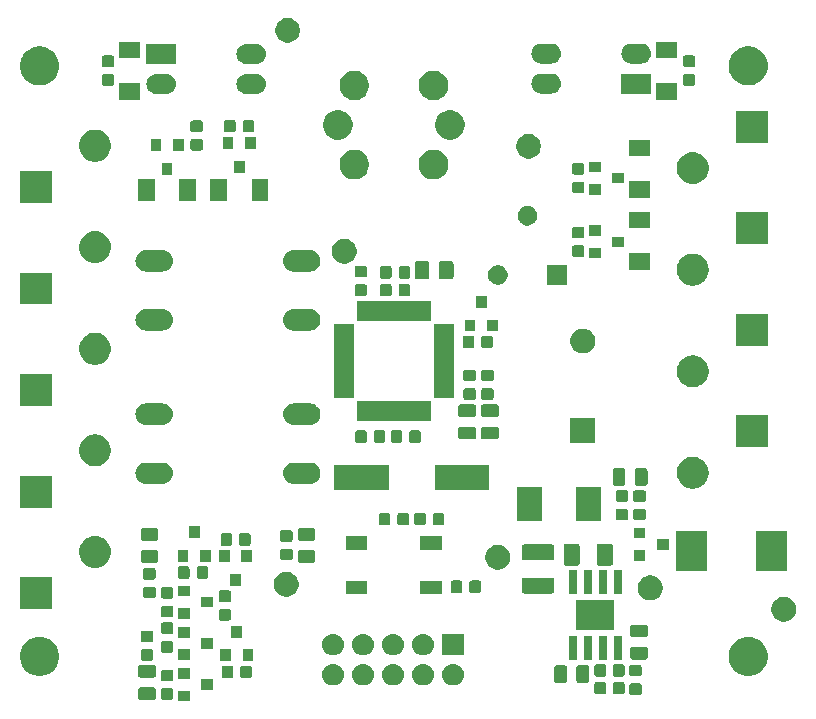
<source format=gts>
G04 #@! TF.GenerationSoftware,KiCad,Pcbnew,(5.0.2)-1*
G04 #@! TF.CreationDate,2019-05-09T18:21:29+02:00*
G04 #@! TF.ProjectId,SafetySystem,53616665-7479-4537-9973-74656d2e6b69,rev?*
G04 #@! TF.SameCoordinates,Original*
G04 #@! TF.FileFunction,Soldermask,Top*
G04 #@! TF.FilePolarity,Negative*
%FSLAX46Y46*%
G04 Gerber Fmt 4.6, Leading zero omitted, Abs format (unit mm)*
G04 Created by KiCad (PCBNEW (5.0.2)-1) date 09.05.2019 18:21:29*
%MOMM*%
%LPD*%
G01*
G04 APERTURE LIST*
%ADD10C,0.100000*%
G04 APERTURE END LIST*
D10*
G36*
X177701000Y-108801000D02*
X176699000Y-108801000D01*
X176699000Y-107899000D01*
X177701000Y-107899000D01*
X177701000Y-108801000D01*
X177701000Y-108801000D01*
G37*
G36*
X176179591Y-107703085D02*
X176213569Y-107713393D01*
X176244887Y-107730133D01*
X176272339Y-107752661D01*
X176294867Y-107780113D01*
X176311607Y-107811431D01*
X176321915Y-107845409D01*
X176326000Y-107886890D01*
X176326000Y-108488110D01*
X176321915Y-108529591D01*
X176311607Y-108563569D01*
X176294867Y-108594887D01*
X176272339Y-108622339D01*
X176244887Y-108644867D01*
X176213569Y-108661607D01*
X176179591Y-108671915D01*
X176138110Y-108676000D01*
X175461890Y-108676000D01*
X175420409Y-108671915D01*
X175386431Y-108661607D01*
X175355113Y-108644867D01*
X175327661Y-108622339D01*
X175305133Y-108594887D01*
X175288393Y-108563569D01*
X175278085Y-108529591D01*
X175274000Y-108488110D01*
X175274000Y-107886890D01*
X175278085Y-107845409D01*
X175288393Y-107811431D01*
X175305133Y-107780113D01*
X175327661Y-107752661D01*
X175355113Y-107730133D01*
X175386431Y-107713393D01*
X175420409Y-107703085D01*
X175461890Y-107699000D01*
X176138110Y-107699000D01*
X176179591Y-107703085D01*
X176179591Y-107703085D01*
G37*
G36*
X174684466Y-107603565D02*
X174723137Y-107615296D01*
X174758779Y-107634348D01*
X174790017Y-107659983D01*
X174815652Y-107691221D01*
X174834704Y-107726863D01*
X174846435Y-107765534D01*
X174851000Y-107811888D01*
X174851000Y-108463112D01*
X174846435Y-108509466D01*
X174834704Y-108548137D01*
X174815652Y-108583779D01*
X174790017Y-108615017D01*
X174758779Y-108640652D01*
X174723137Y-108659704D01*
X174684466Y-108671435D01*
X174638112Y-108676000D01*
X173561888Y-108676000D01*
X173515534Y-108671435D01*
X173476863Y-108659704D01*
X173441221Y-108640652D01*
X173409983Y-108615017D01*
X173384348Y-108583779D01*
X173365296Y-108548137D01*
X173353565Y-108509466D01*
X173349000Y-108463112D01*
X173349000Y-107811888D01*
X173353565Y-107765534D01*
X173365296Y-107726863D01*
X173384348Y-107691221D01*
X173409983Y-107659983D01*
X173441221Y-107634348D01*
X173476863Y-107615296D01*
X173515534Y-107603565D01*
X173561888Y-107599000D01*
X174638112Y-107599000D01*
X174684466Y-107603565D01*
X174684466Y-107603565D01*
G37*
G36*
X215831385Y-107290704D02*
X215865363Y-107301012D01*
X215896681Y-107317752D01*
X215924133Y-107340280D01*
X215946661Y-107367732D01*
X215963401Y-107399050D01*
X215973709Y-107433028D01*
X215977794Y-107474509D01*
X215977794Y-108075729D01*
X215973709Y-108117210D01*
X215963401Y-108151188D01*
X215946661Y-108182506D01*
X215924133Y-108209958D01*
X215896681Y-108232486D01*
X215865363Y-108249226D01*
X215831385Y-108259534D01*
X215789904Y-108263619D01*
X215113684Y-108263619D01*
X215072203Y-108259534D01*
X215038225Y-108249226D01*
X215006907Y-108232486D01*
X214979455Y-108209958D01*
X214956927Y-108182506D01*
X214940187Y-108151188D01*
X214929879Y-108117210D01*
X214925794Y-108075729D01*
X214925794Y-107474509D01*
X214929879Y-107433028D01*
X214940187Y-107399050D01*
X214956927Y-107367732D01*
X214979455Y-107340280D01*
X215006907Y-107317752D01*
X215038225Y-107301012D01*
X215072203Y-107290704D01*
X215113684Y-107286619D01*
X215789904Y-107286619D01*
X215831385Y-107290704D01*
X215831385Y-107290704D01*
G37*
G36*
X214381385Y-107165704D02*
X214415363Y-107176012D01*
X214446681Y-107192752D01*
X214474133Y-107215280D01*
X214496661Y-107242732D01*
X214513401Y-107274050D01*
X214523709Y-107308028D01*
X214527794Y-107349509D01*
X214527794Y-108025729D01*
X214523709Y-108067210D01*
X214513401Y-108101188D01*
X214496661Y-108132506D01*
X214474133Y-108159958D01*
X214446681Y-108182486D01*
X214415363Y-108199226D01*
X214381385Y-108209534D01*
X214339904Y-108213619D01*
X213738684Y-108213619D01*
X213697203Y-108209534D01*
X213663225Y-108199226D01*
X213631907Y-108182486D01*
X213604455Y-108159958D01*
X213581927Y-108132506D01*
X213565187Y-108101188D01*
X213554879Y-108067210D01*
X213550794Y-108025729D01*
X213550794Y-107349509D01*
X213554879Y-107308028D01*
X213565187Y-107274050D01*
X213581927Y-107242732D01*
X213604455Y-107215280D01*
X213631907Y-107192752D01*
X213663225Y-107176012D01*
X213697203Y-107165704D01*
X213738684Y-107161619D01*
X214339904Y-107161619D01*
X214381385Y-107165704D01*
X214381385Y-107165704D01*
G37*
G36*
X212806385Y-107165704D02*
X212840363Y-107176012D01*
X212871681Y-107192752D01*
X212899133Y-107215280D01*
X212921661Y-107242732D01*
X212938401Y-107274050D01*
X212948709Y-107308028D01*
X212952794Y-107349509D01*
X212952794Y-108025729D01*
X212948709Y-108067210D01*
X212938401Y-108101188D01*
X212921661Y-108132506D01*
X212899133Y-108159958D01*
X212871681Y-108182486D01*
X212840363Y-108199226D01*
X212806385Y-108209534D01*
X212764904Y-108213619D01*
X212163684Y-108213619D01*
X212122203Y-108209534D01*
X212088225Y-108199226D01*
X212056907Y-108182486D01*
X212029455Y-108159958D01*
X212006927Y-108132506D01*
X211990187Y-108101188D01*
X211979879Y-108067210D01*
X211975794Y-108025729D01*
X211975794Y-107349509D01*
X211979879Y-107308028D01*
X211990187Y-107274050D01*
X212006927Y-107242732D01*
X212029455Y-107215280D01*
X212056907Y-107192752D01*
X212088225Y-107176012D01*
X212122203Y-107165704D01*
X212163684Y-107161619D01*
X212764904Y-107161619D01*
X212806385Y-107165704D01*
X212806385Y-107165704D01*
G37*
G36*
X179701000Y-107851000D02*
X178699000Y-107851000D01*
X178699000Y-106949000D01*
X179701000Y-106949000D01*
X179701000Y-107851000D01*
X179701000Y-107851000D01*
G37*
G36*
X192559294Y-105638633D02*
X192731694Y-105690931D01*
X192731696Y-105690932D01*
X192890583Y-105775859D01*
X193029849Y-105890151D01*
X193144141Y-106029417D01*
X193194697Y-106124000D01*
X193229069Y-106188306D01*
X193281367Y-106360706D01*
X193299025Y-106540000D01*
X193281367Y-106719294D01*
X193248997Y-106826000D01*
X193229068Y-106891696D01*
X193144141Y-107050583D01*
X193029849Y-107189849D01*
X192890583Y-107304141D01*
X192731696Y-107389068D01*
X192731694Y-107389069D01*
X192559294Y-107441367D01*
X192424931Y-107454600D01*
X192335069Y-107454600D01*
X192200706Y-107441367D01*
X192028306Y-107389069D01*
X192028304Y-107389068D01*
X191869417Y-107304141D01*
X191730151Y-107189849D01*
X191615859Y-107050583D01*
X191530932Y-106891696D01*
X191511003Y-106826000D01*
X191478633Y-106719294D01*
X191460975Y-106540000D01*
X191478633Y-106360706D01*
X191530931Y-106188306D01*
X191565303Y-106124000D01*
X191615859Y-106029417D01*
X191730151Y-105890151D01*
X191869417Y-105775859D01*
X192028304Y-105690932D01*
X192028306Y-105690931D01*
X192200706Y-105638633D01*
X192335069Y-105625400D01*
X192424931Y-105625400D01*
X192559294Y-105638633D01*
X192559294Y-105638633D01*
G37*
G36*
X190019294Y-105638633D02*
X190191694Y-105690931D01*
X190191696Y-105690932D01*
X190350583Y-105775859D01*
X190489849Y-105890151D01*
X190604141Y-106029417D01*
X190654697Y-106124000D01*
X190689069Y-106188306D01*
X190741367Y-106360706D01*
X190759025Y-106540000D01*
X190741367Y-106719294D01*
X190708997Y-106826000D01*
X190689068Y-106891696D01*
X190604141Y-107050583D01*
X190489849Y-107189849D01*
X190350583Y-107304141D01*
X190191696Y-107389068D01*
X190191694Y-107389069D01*
X190019294Y-107441367D01*
X189884931Y-107454600D01*
X189795069Y-107454600D01*
X189660706Y-107441367D01*
X189488306Y-107389069D01*
X189488304Y-107389068D01*
X189329417Y-107304141D01*
X189190151Y-107189849D01*
X189075859Y-107050583D01*
X188990932Y-106891696D01*
X188971003Y-106826000D01*
X188938633Y-106719294D01*
X188920975Y-106540000D01*
X188938633Y-106360706D01*
X188990931Y-106188306D01*
X189025303Y-106124000D01*
X189075859Y-106029417D01*
X189190151Y-105890151D01*
X189329417Y-105775859D01*
X189488304Y-105690932D01*
X189488306Y-105690931D01*
X189660706Y-105638633D01*
X189795069Y-105625400D01*
X189884931Y-105625400D01*
X190019294Y-105638633D01*
X190019294Y-105638633D01*
G37*
G36*
X195099294Y-105638633D02*
X195271694Y-105690931D01*
X195271696Y-105690932D01*
X195430583Y-105775859D01*
X195569849Y-105890151D01*
X195684141Y-106029417D01*
X195734697Y-106124000D01*
X195769069Y-106188306D01*
X195821367Y-106360706D01*
X195839025Y-106540000D01*
X195821367Y-106719294D01*
X195788997Y-106826000D01*
X195769068Y-106891696D01*
X195684141Y-107050583D01*
X195569849Y-107189849D01*
X195430583Y-107304141D01*
X195271696Y-107389068D01*
X195271694Y-107389069D01*
X195099294Y-107441367D01*
X194964931Y-107454600D01*
X194875069Y-107454600D01*
X194740706Y-107441367D01*
X194568306Y-107389069D01*
X194568304Y-107389068D01*
X194409417Y-107304141D01*
X194270151Y-107189849D01*
X194155859Y-107050583D01*
X194070932Y-106891696D01*
X194051003Y-106826000D01*
X194018633Y-106719294D01*
X194000975Y-106540000D01*
X194018633Y-106360706D01*
X194070931Y-106188306D01*
X194105303Y-106124000D01*
X194155859Y-106029417D01*
X194270151Y-105890151D01*
X194409417Y-105775859D01*
X194568304Y-105690932D01*
X194568306Y-105690931D01*
X194740706Y-105638633D01*
X194875069Y-105625400D01*
X194964931Y-105625400D01*
X195099294Y-105638633D01*
X195099294Y-105638633D01*
G37*
G36*
X197639294Y-105638633D02*
X197811694Y-105690931D01*
X197811696Y-105690932D01*
X197970583Y-105775859D01*
X198109849Y-105890151D01*
X198224141Y-106029417D01*
X198274697Y-106124000D01*
X198309069Y-106188306D01*
X198361367Y-106360706D01*
X198379025Y-106540000D01*
X198361367Y-106719294D01*
X198328997Y-106826000D01*
X198309068Y-106891696D01*
X198224141Y-107050583D01*
X198109849Y-107189849D01*
X197970583Y-107304141D01*
X197811696Y-107389068D01*
X197811694Y-107389069D01*
X197639294Y-107441367D01*
X197504931Y-107454600D01*
X197415069Y-107454600D01*
X197280706Y-107441367D01*
X197108306Y-107389069D01*
X197108304Y-107389068D01*
X196949417Y-107304141D01*
X196810151Y-107189849D01*
X196695859Y-107050583D01*
X196610932Y-106891696D01*
X196591003Y-106826000D01*
X196558633Y-106719294D01*
X196540975Y-106540000D01*
X196558633Y-106360706D01*
X196610931Y-106188306D01*
X196645303Y-106124000D01*
X196695859Y-106029417D01*
X196810151Y-105890151D01*
X196949417Y-105775859D01*
X197108304Y-105690932D01*
X197108306Y-105690931D01*
X197280706Y-105638633D01*
X197415069Y-105625400D01*
X197504931Y-105625400D01*
X197639294Y-105638633D01*
X197639294Y-105638633D01*
G37*
G36*
X200179294Y-105638633D02*
X200351694Y-105690931D01*
X200351696Y-105690932D01*
X200510583Y-105775859D01*
X200649849Y-105890151D01*
X200764141Y-106029417D01*
X200814697Y-106124000D01*
X200849069Y-106188306D01*
X200901367Y-106360706D01*
X200919025Y-106540000D01*
X200901367Y-106719294D01*
X200868997Y-106826000D01*
X200849068Y-106891696D01*
X200764141Y-107050583D01*
X200649849Y-107189849D01*
X200510583Y-107304141D01*
X200351696Y-107389068D01*
X200351694Y-107389069D01*
X200179294Y-107441367D01*
X200044931Y-107454600D01*
X199955069Y-107454600D01*
X199820706Y-107441367D01*
X199648306Y-107389069D01*
X199648304Y-107389068D01*
X199489417Y-107304141D01*
X199350151Y-107189849D01*
X199235859Y-107050583D01*
X199150932Y-106891696D01*
X199131003Y-106826000D01*
X199098633Y-106719294D01*
X199080975Y-106540000D01*
X199098633Y-106360706D01*
X199150931Y-106188306D01*
X199185303Y-106124000D01*
X199235859Y-106029417D01*
X199350151Y-105890151D01*
X199489417Y-105775859D01*
X199648304Y-105690932D01*
X199648306Y-105690931D01*
X199820706Y-105638633D01*
X199955069Y-105625400D01*
X200044931Y-105625400D01*
X200179294Y-105638633D01*
X200179294Y-105638633D01*
G37*
G36*
X209486260Y-105741184D02*
X209524931Y-105752915D01*
X209560573Y-105771967D01*
X209591811Y-105797602D01*
X209617446Y-105828840D01*
X209636498Y-105864482D01*
X209648229Y-105903153D01*
X209652794Y-105949507D01*
X209652794Y-107025731D01*
X209648229Y-107072085D01*
X209636498Y-107110756D01*
X209617446Y-107146398D01*
X209591811Y-107177636D01*
X209560573Y-107203271D01*
X209524931Y-107222323D01*
X209486260Y-107234054D01*
X209439906Y-107238619D01*
X208788682Y-107238619D01*
X208742328Y-107234054D01*
X208703657Y-107222323D01*
X208668015Y-107203271D01*
X208636777Y-107177636D01*
X208611142Y-107146398D01*
X208592090Y-107110756D01*
X208580359Y-107072085D01*
X208575794Y-107025731D01*
X208575794Y-105949507D01*
X208580359Y-105903153D01*
X208592090Y-105864482D01*
X208611142Y-105828840D01*
X208636777Y-105797602D01*
X208668015Y-105771967D01*
X208703657Y-105752915D01*
X208742328Y-105741184D01*
X208788682Y-105736619D01*
X209439906Y-105736619D01*
X209486260Y-105741184D01*
X209486260Y-105741184D01*
G37*
G36*
X211361260Y-105741184D02*
X211399931Y-105752915D01*
X211435573Y-105771967D01*
X211466811Y-105797602D01*
X211492446Y-105828840D01*
X211511498Y-105864482D01*
X211523229Y-105903153D01*
X211527794Y-105949507D01*
X211527794Y-107025731D01*
X211523229Y-107072085D01*
X211511498Y-107110756D01*
X211492446Y-107146398D01*
X211466811Y-107177636D01*
X211435573Y-107203271D01*
X211399931Y-107222323D01*
X211361260Y-107234054D01*
X211314906Y-107238619D01*
X210663682Y-107238619D01*
X210617328Y-107234054D01*
X210578657Y-107222323D01*
X210543015Y-107203271D01*
X210511777Y-107177636D01*
X210486142Y-107146398D01*
X210467090Y-107110756D01*
X210455359Y-107072085D01*
X210450794Y-107025731D01*
X210450794Y-105949507D01*
X210455359Y-105903153D01*
X210467090Y-105864482D01*
X210486142Y-105828840D01*
X210511777Y-105797602D01*
X210543015Y-105771967D01*
X210578657Y-105752915D01*
X210617328Y-105741184D01*
X210663682Y-105736619D01*
X211314906Y-105736619D01*
X211361260Y-105741184D01*
X211361260Y-105741184D01*
G37*
G36*
X176179591Y-106128085D02*
X176213569Y-106138393D01*
X176244887Y-106155133D01*
X176272339Y-106177661D01*
X176294867Y-106205113D01*
X176311607Y-106236431D01*
X176321915Y-106270409D01*
X176326000Y-106311890D01*
X176326000Y-106913110D01*
X176321915Y-106954591D01*
X176311607Y-106988569D01*
X176294867Y-107019887D01*
X176272339Y-107047339D01*
X176244887Y-107069867D01*
X176213569Y-107086607D01*
X176179591Y-107096915D01*
X176138110Y-107101000D01*
X175461890Y-107101000D01*
X175420409Y-107096915D01*
X175386431Y-107086607D01*
X175355113Y-107069867D01*
X175327661Y-107047339D01*
X175305133Y-107019887D01*
X175288393Y-106988569D01*
X175278085Y-106954591D01*
X175274000Y-106913110D01*
X175274000Y-106311890D01*
X175278085Y-106270409D01*
X175288393Y-106236431D01*
X175305133Y-106205113D01*
X175327661Y-106177661D01*
X175355113Y-106155133D01*
X175386431Y-106138393D01*
X175420409Y-106128085D01*
X175461890Y-106124000D01*
X176138110Y-106124000D01*
X176179591Y-106128085D01*
X176179591Y-106128085D01*
G37*
G36*
X177701000Y-106901000D02*
X176699000Y-106901000D01*
X176699000Y-105999000D01*
X177701000Y-105999000D01*
X177701000Y-106901000D01*
X177701000Y-106901000D01*
G37*
G36*
X182829591Y-105778085D02*
X182863569Y-105788393D01*
X182894887Y-105805133D01*
X182922339Y-105827661D01*
X182944867Y-105855113D01*
X182961607Y-105886431D01*
X182971915Y-105920409D01*
X182976000Y-105961890D01*
X182976000Y-106638110D01*
X182971915Y-106679591D01*
X182961607Y-106713569D01*
X182944867Y-106744887D01*
X182922339Y-106772339D01*
X182894887Y-106794867D01*
X182863569Y-106811607D01*
X182829591Y-106821915D01*
X182788110Y-106826000D01*
X182186890Y-106826000D01*
X182145409Y-106821915D01*
X182111431Y-106811607D01*
X182080113Y-106794867D01*
X182052661Y-106772339D01*
X182030133Y-106744887D01*
X182013393Y-106713569D01*
X182003085Y-106679591D01*
X181999000Y-106638110D01*
X181999000Y-105961890D01*
X182003085Y-105920409D01*
X182013393Y-105886431D01*
X182030133Y-105855113D01*
X182052661Y-105827661D01*
X182080113Y-105805133D01*
X182111431Y-105788393D01*
X182145409Y-105778085D01*
X182186890Y-105774000D01*
X182788110Y-105774000D01*
X182829591Y-105778085D01*
X182829591Y-105778085D01*
G37*
G36*
X181254591Y-105778085D02*
X181288569Y-105788393D01*
X181319887Y-105805133D01*
X181347339Y-105827661D01*
X181369867Y-105855113D01*
X181386607Y-105886431D01*
X181396915Y-105920409D01*
X181401000Y-105961890D01*
X181401000Y-106638110D01*
X181396915Y-106679591D01*
X181386607Y-106713569D01*
X181369867Y-106744887D01*
X181347339Y-106772339D01*
X181319887Y-106794867D01*
X181288569Y-106811607D01*
X181254591Y-106821915D01*
X181213110Y-106826000D01*
X180611890Y-106826000D01*
X180570409Y-106821915D01*
X180536431Y-106811607D01*
X180505113Y-106794867D01*
X180477661Y-106772339D01*
X180455133Y-106744887D01*
X180438393Y-106713569D01*
X180428085Y-106679591D01*
X180424000Y-106638110D01*
X180424000Y-105961890D01*
X180428085Y-105920409D01*
X180438393Y-105886431D01*
X180455133Y-105855113D01*
X180477661Y-105827661D01*
X180505113Y-105805133D01*
X180536431Y-105788393D01*
X180570409Y-105778085D01*
X180611890Y-105774000D01*
X181213110Y-105774000D01*
X181254591Y-105778085D01*
X181254591Y-105778085D01*
G37*
G36*
X174684466Y-105728565D02*
X174723137Y-105740296D01*
X174758779Y-105759348D01*
X174790017Y-105784983D01*
X174815652Y-105816221D01*
X174834704Y-105851863D01*
X174846435Y-105890534D01*
X174851000Y-105936888D01*
X174851000Y-106588112D01*
X174846435Y-106634466D01*
X174834704Y-106673137D01*
X174815652Y-106708779D01*
X174790017Y-106740017D01*
X174758779Y-106765652D01*
X174723137Y-106784704D01*
X174684466Y-106796435D01*
X174638112Y-106801000D01*
X173561888Y-106801000D01*
X173515534Y-106796435D01*
X173476863Y-106784704D01*
X173441221Y-106765652D01*
X173409983Y-106740017D01*
X173384348Y-106708779D01*
X173365296Y-106673137D01*
X173353565Y-106634466D01*
X173349000Y-106588112D01*
X173349000Y-105936888D01*
X173353565Y-105890534D01*
X173365296Y-105851863D01*
X173384348Y-105816221D01*
X173409983Y-105784983D01*
X173441221Y-105759348D01*
X173476863Y-105740296D01*
X173515534Y-105728565D01*
X173561888Y-105724000D01*
X174638112Y-105724000D01*
X174684466Y-105728565D01*
X174684466Y-105728565D01*
G37*
G36*
X212806385Y-105665704D02*
X212840363Y-105676012D01*
X212871681Y-105692752D01*
X212899133Y-105715280D01*
X212921661Y-105742732D01*
X212938401Y-105774050D01*
X212948709Y-105808028D01*
X212952794Y-105849509D01*
X212952794Y-106525729D01*
X212948709Y-106567210D01*
X212938401Y-106601188D01*
X212921661Y-106632506D01*
X212899133Y-106659958D01*
X212871681Y-106682486D01*
X212840363Y-106699226D01*
X212806385Y-106709534D01*
X212764904Y-106713619D01*
X212163684Y-106713619D01*
X212122203Y-106709534D01*
X212088225Y-106699226D01*
X212056907Y-106682486D01*
X212029455Y-106659958D01*
X212006927Y-106632506D01*
X211990187Y-106601188D01*
X211979879Y-106567210D01*
X211975794Y-106525729D01*
X211975794Y-105849509D01*
X211979879Y-105808028D01*
X211990187Y-105774050D01*
X212006927Y-105742732D01*
X212029455Y-105715280D01*
X212056907Y-105692752D01*
X212088225Y-105676012D01*
X212122203Y-105665704D01*
X212163684Y-105661619D01*
X212764904Y-105661619D01*
X212806385Y-105665704D01*
X212806385Y-105665704D01*
G37*
G36*
X214381385Y-105665704D02*
X214415363Y-105676012D01*
X214446681Y-105692752D01*
X214474133Y-105715280D01*
X214496661Y-105742732D01*
X214513401Y-105774050D01*
X214523709Y-105808028D01*
X214527794Y-105849509D01*
X214527794Y-106525729D01*
X214523709Y-106567210D01*
X214513401Y-106601188D01*
X214496661Y-106632506D01*
X214474133Y-106659958D01*
X214446681Y-106682486D01*
X214415363Y-106699226D01*
X214381385Y-106709534D01*
X214339904Y-106713619D01*
X213738684Y-106713619D01*
X213697203Y-106709534D01*
X213663225Y-106699226D01*
X213631907Y-106682486D01*
X213604455Y-106659958D01*
X213581927Y-106632506D01*
X213565187Y-106601188D01*
X213554879Y-106567210D01*
X213550794Y-106525729D01*
X213550794Y-105849509D01*
X213554879Y-105808028D01*
X213565187Y-105774050D01*
X213581927Y-105742732D01*
X213604455Y-105715280D01*
X213631907Y-105692752D01*
X213663225Y-105676012D01*
X213697203Y-105665704D01*
X213738684Y-105661619D01*
X214339904Y-105661619D01*
X214381385Y-105665704D01*
X214381385Y-105665704D01*
G37*
G36*
X215831385Y-105715704D02*
X215865363Y-105726012D01*
X215896681Y-105742752D01*
X215924133Y-105765280D01*
X215946661Y-105792732D01*
X215963401Y-105824050D01*
X215973709Y-105858028D01*
X215977794Y-105899509D01*
X215977794Y-106500729D01*
X215973709Y-106542210D01*
X215963401Y-106576188D01*
X215946661Y-106607506D01*
X215924133Y-106634958D01*
X215896681Y-106657486D01*
X215865363Y-106674226D01*
X215831385Y-106684534D01*
X215789904Y-106688619D01*
X215113684Y-106688619D01*
X215072203Y-106684534D01*
X215038225Y-106674226D01*
X215006907Y-106657486D01*
X214979455Y-106634958D01*
X214956927Y-106607506D01*
X214940187Y-106576188D01*
X214929879Y-106542210D01*
X214925794Y-106500729D01*
X214925794Y-105899509D01*
X214929879Y-105858028D01*
X214940187Y-105824050D01*
X214956927Y-105792732D01*
X214979455Y-105765280D01*
X215006907Y-105742752D01*
X215038225Y-105726012D01*
X215072203Y-105715704D01*
X215113684Y-105711619D01*
X215789904Y-105711619D01*
X215831385Y-105715704D01*
X215831385Y-105715704D01*
G37*
G36*
X225375256Y-103391298D02*
X225481579Y-103412447D01*
X225782042Y-103536903D01*
X225948765Y-103648304D01*
X226052454Y-103717587D01*
X226282413Y-103947546D01*
X226282415Y-103947549D01*
X226463097Y-104217958D01*
X226584658Y-104511431D01*
X226587553Y-104518422D01*
X226651000Y-104837389D01*
X226651000Y-105162611D01*
X226587553Y-105481578D01*
X226466408Y-105774050D01*
X226463097Y-105782042D01*
X226370643Y-105920409D01*
X226282413Y-106052454D01*
X226052454Y-106282413D01*
X226052451Y-106282415D01*
X225782042Y-106463097D01*
X225481579Y-106587553D01*
X225413031Y-106601188D01*
X225162611Y-106651000D01*
X224837389Y-106651000D01*
X224586969Y-106601188D01*
X224518421Y-106587553D01*
X224217958Y-106463097D01*
X223947549Y-106282415D01*
X223947546Y-106282413D01*
X223717587Y-106052454D01*
X223629357Y-105920409D01*
X223536903Y-105782042D01*
X223533593Y-105774050D01*
X223412447Y-105481578D01*
X223349000Y-105162611D01*
X223349000Y-104837389D01*
X223412447Y-104518422D01*
X223415343Y-104511431D01*
X223536903Y-104217958D01*
X223717585Y-103947549D01*
X223717587Y-103947546D01*
X223947546Y-103717587D01*
X224051235Y-103648304D01*
X224217958Y-103536903D01*
X224518421Y-103412447D01*
X224624744Y-103391298D01*
X224837389Y-103349000D01*
X225162611Y-103349000D01*
X225375256Y-103391298D01*
X225375256Y-103391298D01*
G37*
G36*
X165375256Y-103391298D02*
X165481579Y-103412447D01*
X165782042Y-103536903D01*
X165948765Y-103648304D01*
X166052454Y-103717587D01*
X166282413Y-103947546D01*
X166282415Y-103947549D01*
X166463097Y-104217958D01*
X166584658Y-104511431D01*
X166587553Y-104518422D01*
X166651000Y-104837389D01*
X166651000Y-105162611D01*
X166587553Y-105481578D01*
X166466408Y-105774050D01*
X166463097Y-105782042D01*
X166370643Y-105920409D01*
X166282413Y-106052454D01*
X166052454Y-106282413D01*
X166052451Y-106282415D01*
X165782042Y-106463097D01*
X165481579Y-106587553D01*
X165413031Y-106601188D01*
X165162611Y-106651000D01*
X164837389Y-106651000D01*
X164586969Y-106601188D01*
X164518421Y-106587553D01*
X164217958Y-106463097D01*
X163947549Y-106282415D01*
X163947546Y-106282413D01*
X163717587Y-106052454D01*
X163629357Y-105920409D01*
X163536903Y-105782042D01*
X163533593Y-105774050D01*
X163412447Y-105481578D01*
X163349000Y-105162611D01*
X163349000Y-104837389D01*
X163412447Y-104518422D01*
X163415343Y-104511431D01*
X163536903Y-104217958D01*
X163717585Y-103947549D01*
X163717587Y-103947546D01*
X163947546Y-103717587D01*
X164051235Y-103648304D01*
X164217958Y-103536903D01*
X164518421Y-103412447D01*
X164624744Y-103391298D01*
X164837389Y-103349000D01*
X165162611Y-103349000D01*
X165375256Y-103391298D01*
X165375256Y-103391298D01*
G37*
G36*
X181201000Y-105401000D02*
X180299000Y-105401000D01*
X180299000Y-104399000D01*
X181201000Y-104399000D01*
X181201000Y-105401000D01*
X181201000Y-105401000D01*
G37*
G36*
X183101000Y-105401000D02*
X182199000Y-105401000D01*
X182199000Y-104399000D01*
X183101000Y-104399000D01*
X183101000Y-105401000D01*
X183101000Y-105401000D01*
G37*
G36*
X174479591Y-104403085D02*
X174513569Y-104413393D01*
X174544887Y-104430133D01*
X174572339Y-104452661D01*
X174594867Y-104480113D01*
X174611607Y-104511431D01*
X174621915Y-104545409D01*
X174626000Y-104586890D01*
X174626000Y-105188110D01*
X174621915Y-105229591D01*
X174611607Y-105263569D01*
X174594867Y-105294887D01*
X174572339Y-105322339D01*
X174544887Y-105344867D01*
X174513569Y-105361607D01*
X174479591Y-105371915D01*
X174438110Y-105376000D01*
X173761890Y-105376000D01*
X173720409Y-105371915D01*
X173686431Y-105361607D01*
X173655113Y-105344867D01*
X173627661Y-105322339D01*
X173605133Y-105294887D01*
X173588393Y-105263569D01*
X173578085Y-105229591D01*
X173574000Y-105188110D01*
X173574000Y-104586890D01*
X173578085Y-104545409D01*
X173588393Y-104511431D01*
X173605133Y-104480113D01*
X173627661Y-104452661D01*
X173655113Y-104430133D01*
X173686431Y-104413393D01*
X173720409Y-104403085D01*
X173761890Y-104399000D01*
X174438110Y-104399000D01*
X174479591Y-104403085D01*
X174479591Y-104403085D01*
G37*
G36*
X177701000Y-105301000D02*
X176699000Y-105301000D01*
X176699000Y-104399000D01*
X177701000Y-104399000D01*
X177701000Y-105301000D01*
X177701000Y-105301000D01*
G37*
G36*
X213042794Y-105273619D02*
X212330794Y-105273619D01*
X212330794Y-103261619D01*
X213042794Y-103261619D01*
X213042794Y-105273619D01*
X213042794Y-105273619D01*
G37*
G36*
X210502794Y-105273619D02*
X209790794Y-105273619D01*
X209790794Y-103261619D01*
X210502794Y-103261619D01*
X210502794Y-105273619D01*
X210502794Y-105273619D01*
G37*
G36*
X214312794Y-105273619D02*
X213600794Y-105273619D01*
X213600794Y-103261619D01*
X214312794Y-103261619D01*
X214312794Y-105273619D01*
X214312794Y-105273619D01*
G37*
G36*
X211772794Y-105273619D02*
X211060794Y-105273619D01*
X211060794Y-103261619D01*
X211772794Y-103261619D01*
X211772794Y-105273619D01*
X211772794Y-105273619D01*
G37*
G36*
X216336260Y-104191184D02*
X216374931Y-104202915D01*
X216410573Y-104221967D01*
X216441811Y-104247602D01*
X216467446Y-104278840D01*
X216486498Y-104314482D01*
X216498229Y-104353153D01*
X216502794Y-104399507D01*
X216502794Y-105050731D01*
X216498229Y-105097085D01*
X216486498Y-105135756D01*
X216467446Y-105171398D01*
X216441811Y-105202636D01*
X216410573Y-105228271D01*
X216374931Y-105247323D01*
X216336260Y-105259054D01*
X216289906Y-105263619D01*
X215213682Y-105263619D01*
X215167328Y-105259054D01*
X215128657Y-105247323D01*
X215093015Y-105228271D01*
X215061777Y-105202636D01*
X215036142Y-105171398D01*
X215017090Y-105135756D01*
X215005359Y-105097085D01*
X215000794Y-105050731D01*
X215000794Y-104399507D01*
X215005359Y-104353153D01*
X215017090Y-104314482D01*
X215036142Y-104278840D01*
X215061777Y-104247602D01*
X215093015Y-104221967D01*
X215128657Y-104202915D01*
X215167328Y-104191184D01*
X215213682Y-104186619D01*
X216289906Y-104186619D01*
X216336260Y-104191184D01*
X216336260Y-104191184D01*
G37*
G36*
X190019294Y-103098633D02*
X190191694Y-103150931D01*
X190191696Y-103150932D01*
X190350583Y-103235859D01*
X190489849Y-103350151D01*
X190604141Y-103489417D01*
X190640131Y-103556750D01*
X190689069Y-103648306D01*
X190741367Y-103820706D01*
X190759025Y-104000000D01*
X190741367Y-104179294D01*
X190689069Y-104351694D01*
X190689068Y-104351696D01*
X190604141Y-104510583D01*
X190489849Y-104649849D01*
X190350583Y-104764141D01*
X190213546Y-104837389D01*
X190191694Y-104849069D01*
X190019294Y-104901367D01*
X189884931Y-104914600D01*
X189795069Y-104914600D01*
X189660706Y-104901367D01*
X189488306Y-104849069D01*
X189466454Y-104837389D01*
X189329417Y-104764141D01*
X189190151Y-104649849D01*
X189075859Y-104510583D01*
X188990932Y-104351696D01*
X188990931Y-104351694D01*
X188938633Y-104179294D01*
X188920975Y-104000000D01*
X188938633Y-103820706D01*
X188990931Y-103648306D01*
X189039869Y-103556750D01*
X189075859Y-103489417D01*
X189190151Y-103350151D01*
X189329417Y-103235859D01*
X189488304Y-103150932D01*
X189488306Y-103150931D01*
X189660706Y-103098633D01*
X189795069Y-103085400D01*
X189884931Y-103085400D01*
X190019294Y-103098633D01*
X190019294Y-103098633D01*
G37*
G36*
X192559294Y-103098633D02*
X192731694Y-103150931D01*
X192731696Y-103150932D01*
X192890583Y-103235859D01*
X193029849Y-103350151D01*
X193144141Y-103489417D01*
X193180131Y-103556750D01*
X193229069Y-103648306D01*
X193281367Y-103820706D01*
X193299025Y-104000000D01*
X193281367Y-104179294D01*
X193229069Y-104351694D01*
X193229068Y-104351696D01*
X193144141Y-104510583D01*
X193029849Y-104649849D01*
X192890583Y-104764141D01*
X192753546Y-104837389D01*
X192731694Y-104849069D01*
X192559294Y-104901367D01*
X192424931Y-104914600D01*
X192335069Y-104914600D01*
X192200706Y-104901367D01*
X192028306Y-104849069D01*
X192006454Y-104837389D01*
X191869417Y-104764141D01*
X191730151Y-104649849D01*
X191615859Y-104510583D01*
X191530932Y-104351696D01*
X191530931Y-104351694D01*
X191478633Y-104179294D01*
X191460975Y-104000000D01*
X191478633Y-103820706D01*
X191530931Y-103648306D01*
X191579869Y-103556750D01*
X191615859Y-103489417D01*
X191730151Y-103350151D01*
X191869417Y-103235859D01*
X192028304Y-103150932D01*
X192028306Y-103150931D01*
X192200706Y-103098633D01*
X192335069Y-103085400D01*
X192424931Y-103085400D01*
X192559294Y-103098633D01*
X192559294Y-103098633D01*
G37*
G36*
X195099294Y-103098633D02*
X195271694Y-103150931D01*
X195271696Y-103150932D01*
X195430583Y-103235859D01*
X195569849Y-103350151D01*
X195684141Y-103489417D01*
X195720131Y-103556750D01*
X195769069Y-103648306D01*
X195821367Y-103820706D01*
X195839025Y-104000000D01*
X195821367Y-104179294D01*
X195769069Y-104351694D01*
X195769068Y-104351696D01*
X195684141Y-104510583D01*
X195569849Y-104649849D01*
X195430583Y-104764141D01*
X195293546Y-104837389D01*
X195271694Y-104849069D01*
X195099294Y-104901367D01*
X194964931Y-104914600D01*
X194875069Y-104914600D01*
X194740706Y-104901367D01*
X194568306Y-104849069D01*
X194546454Y-104837389D01*
X194409417Y-104764141D01*
X194270151Y-104649849D01*
X194155859Y-104510583D01*
X194070932Y-104351696D01*
X194070931Y-104351694D01*
X194018633Y-104179294D01*
X194000975Y-104000000D01*
X194018633Y-103820706D01*
X194070931Y-103648306D01*
X194119869Y-103556750D01*
X194155859Y-103489417D01*
X194270151Y-103350151D01*
X194409417Y-103235859D01*
X194568304Y-103150932D01*
X194568306Y-103150931D01*
X194740706Y-103098633D01*
X194875069Y-103085400D01*
X194964931Y-103085400D01*
X195099294Y-103098633D01*
X195099294Y-103098633D01*
G37*
G36*
X197639294Y-103098633D02*
X197811694Y-103150931D01*
X197811696Y-103150932D01*
X197970583Y-103235859D01*
X198109849Y-103350151D01*
X198224141Y-103489417D01*
X198260131Y-103556750D01*
X198309069Y-103648306D01*
X198361367Y-103820706D01*
X198379025Y-104000000D01*
X198361367Y-104179294D01*
X198309069Y-104351694D01*
X198309068Y-104351696D01*
X198224141Y-104510583D01*
X198109849Y-104649849D01*
X197970583Y-104764141D01*
X197833546Y-104837389D01*
X197811694Y-104849069D01*
X197639294Y-104901367D01*
X197504931Y-104914600D01*
X197415069Y-104914600D01*
X197280706Y-104901367D01*
X197108306Y-104849069D01*
X197086454Y-104837389D01*
X196949417Y-104764141D01*
X196810151Y-104649849D01*
X196695859Y-104510583D01*
X196610932Y-104351696D01*
X196610931Y-104351694D01*
X196558633Y-104179294D01*
X196540975Y-104000000D01*
X196558633Y-103820706D01*
X196610931Y-103648306D01*
X196659869Y-103556750D01*
X196695859Y-103489417D01*
X196810151Y-103350151D01*
X196949417Y-103235859D01*
X197108304Y-103150932D01*
X197108306Y-103150931D01*
X197280706Y-103098633D01*
X197415069Y-103085400D01*
X197504931Y-103085400D01*
X197639294Y-103098633D01*
X197639294Y-103098633D01*
G37*
G36*
X200914600Y-104914600D02*
X199085400Y-104914600D01*
X199085400Y-103085400D01*
X200914600Y-103085400D01*
X200914600Y-104914600D01*
X200914600Y-104914600D01*
G37*
G36*
X176179591Y-103703085D02*
X176213569Y-103713393D01*
X176244887Y-103730133D01*
X176272339Y-103752661D01*
X176294867Y-103780113D01*
X176311607Y-103811431D01*
X176321915Y-103845409D01*
X176326000Y-103886890D01*
X176326000Y-104488110D01*
X176321915Y-104529591D01*
X176311607Y-104563569D01*
X176294867Y-104594887D01*
X176272339Y-104622339D01*
X176244887Y-104644867D01*
X176213569Y-104661607D01*
X176179591Y-104671915D01*
X176138110Y-104676000D01*
X175461890Y-104676000D01*
X175420409Y-104671915D01*
X175386431Y-104661607D01*
X175355113Y-104644867D01*
X175327661Y-104622339D01*
X175305133Y-104594887D01*
X175288393Y-104563569D01*
X175278085Y-104529591D01*
X175274000Y-104488110D01*
X175274000Y-103886890D01*
X175278085Y-103845409D01*
X175288393Y-103811431D01*
X175305133Y-103780113D01*
X175327661Y-103752661D01*
X175355113Y-103730133D01*
X175386431Y-103713393D01*
X175420409Y-103703085D01*
X175461890Y-103699000D01*
X176138110Y-103699000D01*
X176179591Y-103703085D01*
X176179591Y-103703085D01*
G37*
G36*
X179701000Y-104351000D02*
X178699000Y-104351000D01*
X178699000Y-103449000D01*
X179701000Y-103449000D01*
X179701000Y-104351000D01*
X179701000Y-104351000D01*
G37*
G36*
X174479591Y-102828085D02*
X174513569Y-102838393D01*
X174544887Y-102855133D01*
X174572339Y-102877661D01*
X174594867Y-102905113D01*
X174611607Y-102936431D01*
X174621915Y-102970409D01*
X174626000Y-103011890D01*
X174626000Y-103613110D01*
X174621915Y-103654591D01*
X174611607Y-103688569D01*
X174594867Y-103719887D01*
X174572339Y-103747339D01*
X174544887Y-103769867D01*
X174513569Y-103786607D01*
X174479591Y-103796915D01*
X174438110Y-103801000D01*
X173761890Y-103801000D01*
X173720409Y-103796915D01*
X173686431Y-103786607D01*
X173655113Y-103769867D01*
X173627661Y-103747339D01*
X173605133Y-103719887D01*
X173588393Y-103688569D01*
X173578085Y-103654591D01*
X173574000Y-103613110D01*
X173574000Y-103011890D01*
X173578085Y-102970409D01*
X173588393Y-102936431D01*
X173605133Y-102905113D01*
X173627661Y-102877661D01*
X173655113Y-102855133D01*
X173686431Y-102838393D01*
X173720409Y-102828085D01*
X173761890Y-102824000D01*
X174438110Y-102824000D01*
X174479591Y-102828085D01*
X174479591Y-102828085D01*
G37*
G36*
X182151000Y-103401000D02*
X181249000Y-103401000D01*
X181249000Y-102399000D01*
X182151000Y-102399000D01*
X182151000Y-103401000D01*
X182151000Y-103401000D01*
G37*
G36*
X177701000Y-103401000D02*
X176699000Y-103401000D01*
X176699000Y-102499000D01*
X177701000Y-102499000D01*
X177701000Y-103401000D01*
X177701000Y-103401000D01*
G37*
G36*
X216336260Y-102316184D02*
X216374931Y-102327915D01*
X216410573Y-102346967D01*
X216441811Y-102372602D01*
X216467446Y-102403840D01*
X216486498Y-102439482D01*
X216498229Y-102478153D01*
X216502794Y-102524507D01*
X216502794Y-103175731D01*
X216498229Y-103222085D01*
X216486498Y-103260756D01*
X216467446Y-103296398D01*
X216441811Y-103327636D01*
X216410573Y-103353271D01*
X216374931Y-103372323D01*
X216336260Y-103384054D01*
X216289906Y-103388619D01*
X215213682Y-103388619D01*
X215167328Y-103384054D01*
X215128657Y-103372323D01*
X215093015Y-103353271D01*
X215061777Y-103327636D01*
X215036142Y-103296398D01*
X215017090Y-103260756D01*
X215005359Y-103222085D01*
X215000794Y-103175731D01*
X215000794Y-102524507D01*
X215005359Y-102478153D01*
X215017090Y-102439482D01*
X215036142Y-102403840D01*
X215061777Y-102372602D01*
X215093015Y-102346967D01*
X215128657Y-102327915D01*
X215167328Y-102316184D01*
X215213682Y-102311619D01*
X216289906Y-102311619D01*
X216336260Y-102316184D01*
X216336260Y-102316184D01*
G37*
G36*
X176179591Y-102128085D02*
X176213569Y-102138393D01*
X176244887Y-102155133D01*
X176272339Y-102177661D01*
X176294867Y-102205113D01*
X176311607Y-102236431D01*
X176321915Y-102270409D01*
X176326000Y-102311890D01*
X176326000Y-102913110D01*
X176321915Y-102954591D01*
X176311607Y-102988569D01*
X176294867Y-103019887D01*
X176272339Y-103047339D01*
X176244887Y-103069867D01*
X176213569Y-103086607D01*
X176179591Y-103096915D01*
X176138110Y-103101000D01*
X175461890Y-103101000D01*
X175420409Y-103096915D01*
X175386431Y-103086607D01*
X175355113Y-103069867D01*
X175327661Y-103047339D01*
X175305133Y-103019887D01*
X175288393Y-102988569D01*
X175278085Y-102954591D01*
X175274000Y-102913110D01*
X175274000Y-102311890D01*
X175278085Y-102270409D01*
X175288393Y-102236431D01*
X175305133Y-102205113D01*
X175327661Y-102177661D01*
X175355113Y-102155133D01*
X175386431Y-102138393D01*
X175420409Y-102128085D01*
X175461890Y-102124000D01*
X176138110Y-102124000D01*
X176179591Y-102128085D01*
X176179591Y-102128085D01*
G37*
G36*
X213652794Y-102743619D02*
X210450794Y-102743619D01*
X210450794Y-100231619D01*
X213652794Y-100231619D01*
X213652794Y-102743619D01*
X213652794Y-102743619D01*
G37*
G36*
X228306565Y-99989389D02*
X228497834Y-100068615D01*
X228669976Y-100183637D01*
X228816363Y-100330024D01*
X228931385Y-100502166D01*
X229010611Y-100693435D01*
X229051000Y-100896484D01*
X229051000Y-101103516D01*
X229010611Y-101306565D01*
X228931385Y-101497834D01*
X228816363Y-101669976D01*
X228669976Y-101816363D01*
X228497834Y-101931385D01*
X228306565Y-102010611D01*
X228103516Y-102051000D01*
X227896484Y-102051000D01*
X227693435Y-102010611D01*
X227502166Y-101931385D01*
X227330024Y-101816363D01*
X227183637Y-101669976D01*
X227068615Y-101497834D01*
X226989389Y-101306565D01*
X226949000Y-101103516D01*
X226949000Y-100896484D01*
X226989389Y-100693435D01*
X227068615Y-100502166D01*
X227183637Y-100330024D01*
X227330024Y-100183637D01*
X227502166Y-100068615D01*
X227693435Y-99989389D01*
X227896484Y-99949000D01*
X228103516Y-99949000D01*
X228306565Y-99989389D01*
X228306565Y-99989389D01*
G37*
G36*
X181079591Y-100990585D02*
X181113569Y-101000893D01*
X181144887Y-101017633D01*
X181172339Y-101040161D01*
X181194867Y-101067613D01*
X181211607Y-101098931D01*
X181221915Y-101132909D01*
X181226000Y-101174390D01*
X181226000Y-101775610D01*
X181221915Y-101817091D01*
X181211607Y-101851069D01*
X181194867Y-101882387D01*
X181172339Y-101909839D01*
X181144887Y-101932367D01*
X181113569Y-101949107D01*
X181079591Y-101959415D01*
X181038110Y-101963500D01*
X180361890Y-101963500D01*
X180320409Y-101959415D01*
X180286431Y-101949107D01*
X180255113Y-101932367D01*
X180227661Y-101909839D01*
X180205133Y-101882387D01*
X180188393Y-101851069D01*
X180178085Y-101817091D01*
X180174000Y-101775610D01*
X180174000Y-101174390D01*
X180178085Y-101132909D01*
X180188393Y-101098931D01*
X180205133Y-101067613D01*
X180227661Y-101040161D01*
X180255113Y-101017633D01*
X180286431Y-101000893D01*
X180320409Y-100990585D01*
X180361890Y-100986500D01*
X181038110Y-100986500D01*
X181079591Y-100990585D01*
X181079591Y-100990585D01*
G37*
G36*
X177701000Y-101801000D02*
X176699000Y-101801000D01*
X176699000Y-100899000D01*
X177701000Y-100899000D01*
X177701000Y-101801000D01*
X177701000Y-101801000D01*
G37*
G36*
X176179591Y-100703085D02*
X176213569Y-100713393D01*
X176244887Y-100730133D01*
X176272339Y-100752661D01*
X176294867Y-100780113D01*
X176311607Y-100811431D01*
X176321915Y-100845409D01*
X176326000Y-100886890D01*
X176326000Y-101488110D01*
X176321915Y-101529591D01*
X176311607Y-101563569D01*
X176294867Y-101594887D01*
X176272339Y-101622339D01*
X176244887Y-101644867D01*
X176213569Y-101661607D01*
X176179591Y-101671915D01*
X176138110Y-101676000D01*
X175461890Y-101676000D01*
X175420409Y-101671915D01*
X175386431Y-101661607D01*
X175355113Y-101644867D01*
X175327661Y-101622339D01*
X175305133Y-101594887D01*
X175288393Y-101563569D01*
X175278085Y-101529591D01*
X175274000Y-101488110D01*
X175274000Y-100886890D01*
X175278085Y-100845409D01*
X175288393Y-100811431D01*
X175305133Y-100780113D01*
X175327661Y-100752661D01*
X175355113Y-100730133D01*
X175386431Y-100713393D01*
X175420409Y-100703085D01*
X175461890Y-100699000D01*
X176138110Y-100699000D01*
X176179591Y-100703085D01*
X176179591Y-100703085D01*
G37*
G36*
X166051000Y-101001000D02*
X163349000Y-101001000D01*
X163349000Y-98299000D01*
X166051000Y-98299000D01*
X166051000Y-101001000D01*
X166051000Y-101001000D01*
G37*
G36*
X179701000Y-100851000D02*
X178699000Y-100851000D01*
X178699000Y-99949000D01*
X179701000Y-99949000D01*
X179701000Y-100851000D01*
X179701000Y-100851000D01*
G37*
G36*
X181079591Y-99415585D02*
X181113569Y-99425893D01*
X181144887Y-99442633D01*
X181172339Y-99465161D01*
X181194867Y-99492613D01*
X181211607Y-99523931D01*
X181221915Y-99557909D01*
X181226000Y-99599390D01*
X181226000Y-100200610D01*
X181221915Y-100242091D01*
X181211607Y-100276069D01*
X181194867Y-100307387D01*
X181172339Y-100334839D01*
X181144887Y-100357367D01*
X181113569Y-100374107D01*
X181079591Y-100384415D01*
X181038110Y-100388500D01*
X180361890Y-100388500D01*
X180320409Y-100384415D01*
X180286431Y-100374107D01*
X180255113Y-100357367D01*
X180227661Y-100334839D01*
X180205133Y-100307387D01*
X180188393Y-100276069D01*
X180178085Y-100242091D01*
X180174000Y-100200610D01*
X180174000Y-99599390D01*
X180178085Y-99557909D01*
X180188393Y-99523931D01*
X180205133Y-99492613D01*
X180227661Y-99465161D01*
X180255113Y-99442633D01*
X180286431Y-99425893D01*
X180320409Y-99415585D01*
X180361890Y-99411500D01*
X181038110Y-99411500D01*
X181079591Y-99415585D01*
X181079591Y-99415585D01*
G37*
G36*
X217006565Y-98189389D02*
X217197834Y-98268615D01*
X217369976Y-98383637D01*
X217516363Y-98530024D01*
X217631385Y-98702166D01*
X217710611Y-98893435D01*
X217751000Y-99096484D01*
X217751000Y-99303516D01*
X217710611Y-99506565D01*
X217631385Y-99697834D01*
X217516363Y-99869976D01*
X217369976Y-100016363D01*
X217197834Y-100131385D01*
X217006565Y-100210611D01*
X216803516Y-100251000D01*
X216596484Y-100251000D01*
X216393435Y-100210611D01*
X216202166Y-100131385D01*
X216030024Y-100016363D01*
X215883637Y-99869976D01*
X215768615Y-99697834D01*
X215689389Y-99506565D01*
X215649000Y-99303516D01*
X215649000Y-99096484D01*
X215689389Y-98893435D01*
X215768615Y-98702166D01*
X215883637Y-98530024D01*
X216030024Y-98383637D01*
X216202166Y-98268615D01*
X216393435Y-98189389D01*
X216596484Y-98149000D01*
X216803516Y-98149000D01*
X217006565Y-98189389D01*
X217006565Y-98189389D01*
G37*
G36*
X176179591Y-99128085D02*
X176213569Y-99138393D01*
X176244887Y-99155133D01*
X176272339Y-99177661D01*
X176294867Y-99205113D01*
X176311607Y-99236431D01*
X176321915Y-99270409D01*
X176326000Y-99311890D01*
X176326000Y-99913110D01*
X176321915Y-99954591D01*
X176311607Y-99988569D01*
X176294867Y-100019887D01*
X176272339Y-100047339D01*
X176244887Y-100069867D01*
X176213569Y-100086607D01*
X176179591Y-100096915D01*
X176138110Y-100101000D01*
X175461890Y-100101000D01*
X175420409Y-100096915D01*
X175386431Y-100086607D01*
X175355113Y-100069867D01*
X175327661Y-100047339D01*
X175305133Y-100019887D01*
X175288393Y-99988569D01*
X175278085Y-99954591D01*
X175274000Y-99913110D01*
X175274000Y-99311890D01*
X175278085Y-99270409D01*
X175288393Y-99236431D01*
X175305133Y-99205113D01*
X175327661Y-99177661D01*
X175355113Y-99155133D01*
X175386431Y-99138393D01*
X175420409Y-99128085D01*
X175461890Y-99124000D01*
X176138110Y-99124000D01*
X176179591Y-99128085D01*
X176179591Y-99128085D01*
G37*
G36*
X174679591Y-99103085D02*
X174713569Y-99113393D01*
X174744887Y-99130133D01*
X174772339Y-99152661D01*
X174794867Y-99180113D01*
X174811607Y-99211431D01*
X174821915Y-99245409D01*
X174826000Y-99286890D01*
X174826000Y-99888110D01*
X174821915Y-99929591D01*
X174811607Y-99963569D01*
X174794867Y-99994887D01*
X174772339Y-100022339D01*
X174744887Y-100044867D01*
X174713569Y-100061607D01*
X174679591Y-100071915D01*
X174638110Y-100076000D01*
X173961890Y-100076000D01*
X173920409Y-100071915D01*
X173886431Y-100061607D01*
X173855113Y-100044867D01*
X173827661Y-100022339D01*
X173805133Y-99994887D01*
X173788393Y-99963569D01*
X173778085Y-99929591D01*
X173774000Y-99888110D01*
X173774000Y-99286890D01*
X173778085Y-99245409D01*
X173788393Y-99211431D01*
X173805133Y-99180113D01*
X173827661Y-99152661D01*
X173855113Y-99130133D01*
X173886431Y-99113393D01*
X173920409Y-99103085D01*
X173961890Y-99099000D01*
X174638110Y-99099000D01*
X174679591Y-99103085D01*
X174679591Y-99103085D01*
G37*
G36*
X186206565Y-97889389D02*
X186397834Y-97968615D01*
X186569976Y-98083637D01*
X186716363Y-98230024D01*
X186831385Y-98402166D01*
X186910611Y-98593435D01*
X186951000Y-98796484D01*
X186951000Y-99003516D01*
X186910611Y-99206565D01*
X186831385Y-99397834D01*
X186716363Y-99569976D01*
X186569976Y-99716363D01*
X186397834Y-99831385D01*
X186206565Y-99910611D01*
X186003516Y-99951000D01*
X185796484Y-99951000D01*
X185593435Y-99910611D01*
X185402166Y-99831385D01*
X185230024Y-99716363D01*
X185083637Y-99569976D01*
X184968615Y-99397834D01*
X184889389Y-99206565D01*
X184849000Y-99003516D01*
X184849000Y-98796484D01*
X184889389Y-98593435D01*
X184968615Y-98402166D01*
X185083637Y-98230024D01*
X185230024Y-98083637D01*
X185402166Y-97968615D01*
X185593435Y-97889389D01*
X185796484Y-97849000D01*
X186003516Y-97849000D01*
X186206565Y-97889389D01*
X186206565Y-97889389D01*
G37*
G36*
X177701000Y-99901000D02*
X176699000Y-99901000D01*
X176699000Y-98999000D01*
X177701000Y-98999000D01*
X177701000Y-99901000D01*
X177701000Y-99901000D01*
G37*
G36*
X199034504Y-99750194D02*
X197232504Y-99750194D01*
X197232504Y-98648194D01*
X199034504Y-98648194D01*
X199034504Y-99750194D01*
X199034504Y-99750194D01*
G37*
G36*
X192734504Y-99750194D02*
X190932504Y-99750194D01*
X190932504Y-98648194D01*
X192734504Y-98648194D01*
X192734504Y-99750194D01*
X192734504Y-99750194D01*
G37*
G36*
X211772794Y-99713619D02*
X211060794Y-99713619D01*
X211060794Y-97701619D01*
X211772794Y-97701619D01*
X211772794Y-99713619D01*
X211772794Y-99713619D01*
G37*
G36*
X210502794Y-99713619D02*
X209790794Y-99713619D01*
X209790794Y-97701619D01*
X210502794Y-97701619D01*
X210502794Y-99713619D01*
X210502794Y-99713619D01*
G37*
G36*
X213042794Y-99713619D02*
X212330794Y-99713619D01*
X212330794Y-97701619D01*
X213042794Y-97701619D01*
X213042794Y-99713619D01*
X213042794Y-99713619D01*
G37*
G36*
X214312794Y-99713619D02*
X213600794Y-99713619D01*
X213600794Y-97701619D01*
X214312794Y-97701619D01*
X214312794Y-99713619D01*
X214312794Y-99713619D01*
G37*
G36*
X208418604Y-98328347D02*
X208455145Y-98339432D01*
X208488820Y-98357431D01*
X208518341Y-98381659D01*
X208542569Y-98411180D01*
X208560568Y-98444855D01*
X208571653Y-98481396D01*
X208576000Y-98525538D01*
X208576000Y-99474462D01*
X208571653Y-99518604D01*
X208560568Y-99555145D01*
X208542569Y-99588820D01*
X208518341Y-99618341D01*
X208488820Y-99642569D01*
X208455145Y-99660568D01*
X208418604Y-99671653D01*
X208374462Y-99676000D01*
X206025538Y-99676000D01*
X205981396Y-99671653D01*
X205944855Y-99660568D01*
X205911180Y-99642569D01*
X205881659Y-99618341D01*
X205857431Y-99588820D01*
X205839432Y-99555145D01*
X205828347Y-99518604D01*
X205824000Y-99474462D01*
X205824000Y-98525538D01*
X205828347Y-98481396D01*
X205839432Y-98444855D01*
X205857431Y-98411180D01*
X205881659Y-98381659D01*
X205911180Y-98357431D01*
X205944855Y-98339432D01*
X205981396Y-98328347D01*
X206025538Y-98324000D01*
X208374462Y-98324000D01*
X208418604Y-98328347D01*
X208418604Y-98328347D01*
G37*
G36*
X200654591Y-98578085D02*
X200688569Y-98588393D01*
X200719887Y-98605133D01*
X200747339Y-98627661D01*
X200769867Y-98655113D01*
X200786607Y-98686431D01*
X200796915Y-98720409D01*
X200801000Y-98761890D01*
X200801000Y-99438110D01*
X200796915Y-99479591D01*
X200786607Y-99513569D01*
X200769867Y-99544887D01*
X200747339Y-99572339D01*
X200719887Y-99594867D01*
X200688569Y-99611607D01*
X200654591Y-99621915D01*
X200613110Y-99626000D01*
X200011890Y-99626000D01*
X199970409Y-99621915D01*
X199936431Y-99611607D01*
X199905113Y-99594867D01*
X199877661Y-99572339D01*
X199855133Y-99544887D01*
X199838393Y-99513569D01*
X199828085Y-99479591D01*
X199824000Y-99438110D01*
X199824000Y-98761890D01*
X199828085Y-98720409D01*
X199838393Y-98686431D01*
X199855133Y-98655113D01*
X199877661Y-98627661D01*
X199905113Y-98605133D01*
X199936431Y-98588393D01*
X199970409Y-98578085D01*
X200011890Y-98574000D01*
X200613110Y-98574000D01*
X200654591Y-98578085D01*
X200654591Y-98578085D01*
G37*
G36*
X202229591Y-98578085D02*
X202263569Y-98588393D01*
X202294887Y-98605133D01*
X202322339Y-98627661D01*
X202344867Y-98655113D01*
X202361607Y-98686431D01*
X202371915Y-98720409D01*
X202376000Y-98761890D01*
X202376000Y-99438110D01*
X202371915Y-99479591D01*
X202361607Y-99513569D01*
X202344867Y-99544887D01*
X202322339Y-99572339D01*
X202294887Y-99594867D01*
X202263569Y-99611607D01*
X202229591Y-99621915D01*
X202188110Y-99626000D01*
X201586890Y-99626000D01*
X201545409Y-99621915D01*
X201511431Y-99611607D01*
X201480113Y-99594867D01*
X201452661Y-99572339D01*
X201430133Y-99544887D01*
X201413393Y-99513569D01*
X201403085Y-99479591D01*
X201399000Y-99438110D01*
X201399000Y-98761890D01*
X201403085Y-98720409D01*
X201413393Y-98686431D01*
X201430133Y-98655113D01*
X201452661Y-98627661D01*
X201480113Y-98605133D01*
X201511431Y-98588393D01*
X201545409Y-98578085D01*
X201586890Y-98574000D01*
X202188110Y-98574000D01*
X202229591Y-98578085D01*
X202229591Y-98578085D01*
G37*
G36*
X182051000Y-99001000D02*
X181149000Y-99001000D01*
X181149000Y-97999000D01*
X182051000Y-97999000D01*
X182051000Y-99001000D01*
X182051000Y-99001000D01*
G37*
G36*
X174679591Y-97528085D02*
X174713569Y-97538393D01*
X174744887Y-97555133D01*
X174772339Y-97577661D01*
X174794867Y-97605113D01*
X174811607Y-97636431D01*
X174821915Y-97670409D01*
X174826000Y-97711890D01*
X174826000Y-98313110D01*
X174821915Y-98354591D01*
X174811607Y-98388569D01*
X174794867Y-98419887D01*
X174772339Y-98447339D01*
X174744887Y-98469867D01*
X174713569Y-98486607D01*
X174679591Y-98496915D01*
X174638110Y-98501000D01*
X173961890Y-98501000D01*
X173920409Y-98496915D01*
X173886431Y-98486607D01*
X173855113Y-98469867D01*
X173827661Y-98447339D01*
X173805133Y-98419887D01*
X173788393Y-98388569D01*
X173778085Y-98354591D01*
X173774000Y-98313110D01*
X173774000Y-97711890D01*
X173778085Y-97670409D01*
X173788393Y-97636431D01*
X173805133Y-97605113D01*
X173827661Y-97577661D01*
X173855113Y-97555133D01*
X173886431Y-97538393D01*
X173920409Y-97528085D01*
X173961890Y-97524000D01*
X174638110Y-97524000D01*
X174679591Y-97528085D01*
X174679591Y-97528085D01*
G37*
G36*
X177554591Y-97378085D02*
X177588569Y-97388393D01*
X177619887Y-97405133D01*
X177647339Y-97427661D01*
X177669867Y-97455113D01*
X177686607Y-97486431D01*
X177696915Y-97520409D01*
X177701000Y-97561890D01*
X177701000Y-98238110D01*
X177696915Y-98279591D01*
X177686607Y-98313569D01*
X177669867Y-98344887D01*
X177647339Y-98372339D01*
X177619887Y-98394867D01*
X177588569Y-98411607D01*
X177554591Y-98421915D01*
X177513110Y-98426000D01*
X176911890Y-98426000D01*
X176870409Y-98421915D01*
X176836431Y-98411607D01*
X176805113Y-98394867D01*
X176777661Y-98372339D01*
X176755133Y-98344887D01*
X176738393Y-98313569D01*
X176728085Y-98279591D01*
X176724000Y-98238110D01*
X176724000Y-97561890D01*
X176728085Y-97520409D01*
X176738393Y-97486431D01*
X176755133Y-97455113D01*
X176777661Y-97427661D01*
X176805113Y-97405133D01*
X176836431Y-97388393D01*
X176870409Y-97378085D01*
X176911890Y-97374000D01*
X177513110Y-97374000D01*
X177554591Y-97378085D01*
X177554591Y-97378085D01*
G37*
G36*
X179129591Y-97378085D02*
X179163569Y-97388393D01*
X179194887Y-97405133D01*
X179222339Y-97427661D01*
X179244867Y-97455113D01*
X179261607Y-97486431D01*
X179271915Y-97520409D01*
X179276000Y-97561890D01*
X179276000Y-98238110D01*
X179271915Y-98279591D01*
X179261607Y-98313569D01*
X179244867Y-98344887D01*
X179222339Y-98372339D01*
X179194887Y-98394867D01*
X179163569Y-98411607D01*
X179129591Y-98421915D01*
X179088110Y-98426000D01*
X178486890Y-98426000D01*
X178445409Y-98421915D01*
X178411431Y-98411607D01*
X178380113Y-98394867D01*
X178352661Y-98372339D01*
X178330133Y-98344887D01*
X178313393Y-98313569D01*
X178303085Y-98279591D01*
X178299000Y-98238110D01*
X178299000Y-97561890D01*
X178303085Y-97520409D01*
X178313393Y-97486431D01*
X178330133Y-97455113D01*
X178352661Y-97427661D01*
X178380113Y-97405133D01*
X178411431Y-97388393D01*
X178445409Y-97378085D01*
X178486890Y-97374000D01*
X179088110Y-97374000D01*
X179129591Y-97378085D01*
X179129591Y-97378085D01*
G37*
G36*
X221501000Y-97801000D02*
X218899000Y-97801000D01*
X218899000Y-94399000D01*
X221501000Y-94399000D01*
X221501000Y-97801000D01*
X221501000Y-97801000D01*
G37*
G36*
X228301000Y-97801000D02*
X225699000Y-97801000D01*
X225699000Y-94399000D01*
X228301000Y-94399000D01*
X228301000Y-97801000D01*
X228301000Y-97801000D01*
G37*
G36*
X204106565Y-95589389D02*
X204297834Y-95668615D01*
X204469976Y-95783637D01*
X204616363Y-95930024D01*
X204731385Y-96102166D01*
X204810611Y-96293435D01*
X204851000Y-96496484D01*
X204851000Y-96703516D01*
X204810611Y-96906565D01*
X204731385Y-97097834D01*
X204616363Y-97269976D01*
X204469976Y-97416363D01*
X204297834Y-97531385D01*
X204106565Y-97610611D01*
X203903516Y-97651000D01*
X203696484Y-97651000D01*
X203493435Y-97610611D01*
X203302166Y-97531385D01*
X203130024Y-97416363D01*
X202983637Y-97269976D01*
X202868615Y-97097834D01*
X202789389Y-96906565D01*
X202749000Y-96703516D01*
X202749000Y-96496484D01*
X202789389Y-96293435D01*
X202868615Y-96102166D01*
X202983637Y-95930024D01*
X203130024Y-95783637D01*
X203302166Y-95668615D01*
X203493435Y-95589389D01*
X203696484Y-95549000D01*
X203903516Y-95549000D01*
X204106565Y-95589389D01*
X204106565Y-95589389D01*
G37*
G36*
X169929839Y-94818250D02*
X170094072Y-94850918D01*
X170339939Y-94952759D01*
X170520096Y-95073137D01*
X170561215Y-95100612D01*
X170749388Y-95288785D01*
X170749390Y-95288788D01*
X170897241Y-95510061D01*
X170999082Y-95755928D01*
X171025041Y-95886433D01*
X171050674Y-96015296D01*
X171051000Y-96016938D01*
X171051000Y-96283062D01*
X170999082Y-96544072D01*
X170897241Y-96789939D01*
X170767720Y-96983779D01*
X170749388Y-97011215D01*
X170561215Y-97199388D01*
X170561212Y-97199390D01*
X170339939Y-97347241D01*
X170094072Y-97449082D01*
X169963567Y-97475041D01*
X169833063Y-97501000D01*
X169566937Y-97501000D01*
X169436433Y-97475041D01*
X169305928Y-97449082D01*
X169060061Y-97347241D01*
X168838788Y-97199390D01*
X168838785Y-97199388D01*
X168650612Y-97011215D01*
X168632280Y-96983779D01*
X168502759Y-96789939D01*
X168400918Y-96544072D01*
X168349000Y-96283062D01*
X168349000Y-96016938D01*
X168349327Y-96015296D01*
X168374959Y-95886433D01*
X168400918Y-95755928D01*
X168502759Y-95510061D01*
X168650610Y-95288788D01*
X168650612Y-95288785D01*
X168838785Y-95100612D01*
X168879904Y-95073137D01*
X169060061Y-94952759D01*
X169305928Y-94850918D01*
X169470161Y-94818250D01*
X169566937Y-94799000D01*
X169833063Y-94799000D01*
X169929839Y-94818250D01*
X169929839Y-94818250D01*
G37*
G36*
X213370398Y-95465966D02*
X213406939Y-95477051D01*
X213440614Y-95495050D01*
X213470135Y-95519278D01*
X213494363Y-95548799D01*
X213512362Y-95582474D01*
X213523447Y-95619015D01*
X213527794Y-95663157D01*
X213527794Y-97112081D01*
X213523447Y-97156223D01*
X213512362Y-97192764D01*
X213494363Y-97226439D01*
X213470135Y-97255960D01*
X213440614Y-97280188D01*
X213406939Y-97298187D01*
X213370398Y-97309272D01*
X213326256Y-97313619D01*
X212377332Y-97313619D01*
X212333190Y-97309272D01*
X212296649Y-97298187D01*
X212262974Y-97280188D01*
X212233453Y-97255960D01*
X212209225Y-97226439D01*
X212191226Y-97192764D01*
X212180141Y-97156223D01*
X212175794Y-97112081D01*
X212175794Y-95663157D01*
X212180141Y-95619015D01*
X212191226Y-95582474D01*
X212209225Y-95548799D01*
X212233453Y-95519278D01*
X212262974Y-95495050D01*
X212296649Y-95477051D01*
X212333190Y-95465966D01*
X212377332Y-95461619D01*
X213326256Y-95461619D01*
X213370398Y-95465966D01*
X213370398Y-95465966D01*
G37*
G36*
X210570398Y-95465966D02*
X210606939Y-95477051D01*
X210640614Y-95495050D01*
X210670135Y-95519278D01*
X210694363Y-95548799D01*
X210712362Y-95582474D01*
X210723447Y-95619015D01*
X210727794Y-95663157D01*
X210727794Y-97112081D01*
X210723447Y-97156223D01*
X210712362Y-97192764D01*
X210694363Y-97226439D01*
X210670135Y-97255960D01*
X210640614Y-97280188D01*
X210606939Y-97298187D01*
X210570398Y-97309272D01*
X210526256Y-97313619D01*
X209577332Y-97313619D01*
X209533190Y-97309272D01*
X209496649Y-97298187D01*
X209462974Y-97280188D01*
X209433453Y-97255960D01*
X209409225Y-97226439D01*
X209391226Y-97192764D01*
X209380141Y-97156223D01*
X209375794Y-97112081D01*
X209375794Y-95663157D01*
X209380141Y-95619015D01*
X209391226Y-95582474D01*
X209409225Y-95548799D01*
X209433453Y-95519278D01*
X209462974Y-95495050D01*
X209496649Y-95477051D01*
X209533190Y-95465966D01*
X209577332Y-95461619D01*
X210526256Y-95461619D01*
X210570398Y-95465966D01*
X210570398Y-95465966D01*
G37*
G36*
X174884466Y-96003565D02*
X174923137Y-96015296D01*
X174958779Y-96034348D01*
X174990017Y-96059983D01*
X175015652Y-96091221D01*
X175034704Y-96126863D01*
X175046435Y-96165534D01*
X175051000Y-96211888D01*
X175051000Y-96863112D01*
X175046435Y-96909466D01*
X175034704Y-96948137D01*
X175015652Y-96983779D01*
X174990017Y-97015017D01*
X174958779Y-97040652D01*
X174923137Y-97059704D01*
X174884466Y-97071435D01*
X174838112Y-97076000D01*
X173761888Y-97076000D01*
X173715534Y-97071435D01*
X173676863Y-97059704D01*
X173641221Y-97040652D01*
X173609983Y-97015017D01*
X173584348Y-96983779D01*
X173565296Y-96948137D01*
X173553565Y-96909466D01*
X173549000Y-96863112D01*
X173549000Y-96211888D01*
X173553565Y-96165534D01*
X173565296Y-96126863D01*
X173584348Y-96091221D01*
X173609983Y-96059983D01*
X173641221Y-96034348D01*
X173676863Y-96015296D01*
X173715534Y-96003565D01*
X173761888Y-95999000D01*
X174838112Y-95999000D01*
X174884466Y-96003565D01*
X174884466Y-96003565D01*
G37*
G36*
X188184466Y-96003565D02*
X188223137Y-96015296D01*
X188258779Y-96034348D01*
X188290017Y-96059983D01*
X188315652Y-96091221D01*
X188334704Y-96126863D01*
X188346435Y-96165534D01*
X188351000Y-96211888D01*
X188351000Y-96863112D01*
X188346435Y-96909466D01*
X188334704Y-96948137D01*
X188315652Y-96983779D01*
X188290017Y-97015017D01*
X188258779Y-97040652D01*
X188223137Y-97059704D01*
X188184466Y-97071435D01*
X188138112Y-97076000D01*
X187061888Y-97076000D01*
X187015534Y-97071435D01*
X186976863Y-97059704D01*
X186941221Y-97040652D01*
X186909983Y-97015017D01*
X186884348Y-96983779D01*
X186865296Y-96948137D01*
X186853565Y-96909466D01*
X186849000Y-96863112D01*
X186849000Y-96211888D01*
X186853565Y-96165534D01*
X186865296Y-96126863D01*
X186884348Y-96091221D01*
X186909983Y-96059983D01*
X186941221Y-96034348D01*
X186976863Y-96015296D01*
X187015534Y-96003565D01*
X187061888Y-95999000D01*
X188138112Y-95999000D01*
X188184466Y-96003565D01*
X188184466Y-96003565D01*
G37*
G36*
X179501000Y-97001000D02*
X178599000Y-97001000D01*
X178599000Y-95999000D01*
X179501000Y-95999000D01*
X179501000Y-97001000D01*
X179501000Y-97001000D01*
G37*
G36*
X181101000Y-97001000D02*
X180199000Y-97001000D01*
X180199000Y-95999000D01*
X181101000Y-95999000D01*
X181101000Y-97001000D01*
X181101000Y-97001000D01*
G37*
G36*
X177601000Y-97001000D02*
X176699000Y-97001000D01*
X176699000Y-95999000D01*
X177601000Y-95999000D01*
X177601000Y-97001000D01*
X177601000Y-97001000D01*
G37*
G36*
X183001000Y-97001000D02*
X182099000Y-97001000D01*
X182099000Y-95999000D01*
X183001000Y-95999000D01*
X183001000Y-97001000D01*
X183001000Y-97001000D01*
G37*
G36*
X216301000Y-96901000D02*
X215299000Y-96901000D01*
X215299000Y-95999000D01*
X216301000Y-95999000D01*
X216301000Y-96901000D01*
X216301000Y-96901000D01*
G37*
G36*
X208418604Y-95528347D02*
X208455145Y-95539432D01*
X208488820Y-95557431D01*
X208518341Y-95581659D01*
X208542569Y-95611180D01*
X208560568Y-95644855D01*
X208571653Y-95681396D01*
X208576000Y-95725538D01*
X208576000Y-96674462D01*
X208571653Y-96718604D01*
X208560568Y-96755145D01*
X208542569Y-96788820D01*
X208518341Y-96818341D01*
X208488820Y-96842569D01*
X208455145Y-96860568D01*
X208418604Y-96871653D01*
X208374462Y-96876000D01*
X206025538Y-96876000D01*
X205981396Y-96871653D01*
X205944855Y-96860568D01*
X205911180Y-96842569D01*
X205881659Y-96818341D01*
X205857431Y-96788820D01*
X205839432Y-96755145D01*
X205828347Y-96718604D01*
X205824000Y-96674462D01*
X205824000Y-95725538D01*
X205828347Y-95681396D01*
X205839432Y-95644855D01*
X205857431Y-95611180D01*
X205881659Y-95581659D01*
X205911180Y-95557431D01*
X205944855Y-95539432D01*
X205981396Y-95528347D01*
X206025538Y-95524000D01*
X208374462Y-95524000D01*
X208418604Y-95528347D01*
X208418604Y-95528347D01*
G37*
G36*
X186279591Y-95890585D02*
X186313569Y-95900893D01*
X186344887Y-95917633D01*
X186372339Y-95940161D01*
X186394867Y-95967613D01*
X186411607Y-95998931D01*
X186421915Y-96032909D01*
X186426000Y-96074390D01*
X186426000Y-96675610D01*
X186421915Y-96717091D01*
X186411607Y-96751069D01*
X186394867Y-96782387D01*
X186372339Y-96809839D01*
X186344887Y-96832367D01*
X186313569Y-96849107D01*
X186279591Y-96859415D01*
X186238110Y-96863500D01*
X185561890Y-96863500D01*
X185520409Y-96859415D01*
X185486431Y-96849107D01*
X185455113Y-96832367D01*
X185427661Y-96809839D01*
X185405133Y-96782387D01*
X185388393Y-96751069D01*
X185378085Y-96717091D01*
X185374000Y-96675610D01*
X185374000Y-96074390D01*
X185378085Y-96032909D01*
X185388393Y-95998931D01*
X185405133Y-95967613D01*
X185427661Y-95940161D01*
X185455113Y-95917633D01*
X185486431Y-95900893D01*
X185520409Y-95890585D01*
X185561890Y-95886500D01*
X186238110Y-95886500D01*
X186279591Y-95890585D01*
X186279591Y-95890585D01*
G37*
G36*
X218301000Y-95951000D02*
X217299000Y-95951000D01*
X217299000Y-95049000D01*
X218301000Y-95049000D01*
X218301000Y-95951000D01*
X218301000Y-95951000D01*
G37*
G36*
X199034504Y-95950194D02*
X197232504Y-95950194D01*
X197232504Y-94848194D01*
X199034504Y-94848194D01*
X199034504Y-95950194D01*
X199034504Y-95950194D01*
G37*
G36*
X192734504Y-95950194D02*
X190932504Y-95950194D01*
X190932504Y-94848194D01*
X192734504Y-94848194D01*
X192734504Y-95950194D01*
X192734504Y-95950194D01*
G37*
G36*
X182729591Y-94578085D02*
X182763569Y-94588393D01*
X182794887Y-94605133D01*
X182822339Y-94627661D01*
X182844867Y-94655113D01*
X182861607Y-94686431D01*
X182871915Y-94720409D01*
X182876000Y-94761890D01*
X182876000Y-95438110D01*
X182871915Y-95479591D01*
X182861607Y-95513569D01*
X182844867Y-95544887D01*
X182822339Y-95572339D01*
X182794887Y-95594867D01*
X182763569Y-95611607D01*
X182729591Y-95621915D01*
X182688110Y-95626000D01*
X182086890Y-95626000D01*
X182045409Y-95621915D01*
X182011431Y-95611607D01*
X181980113Y-95594867D01*
X181952661Y-95572339D01*
X181930133Y-95544887D01*
X181913393Y-95513569D01*
X181903085Y-95479591D01*
X181899000Y-95438110D01*
X181899000Y-94761890D01*
X181903085Y-94720409D01*
X181913393Y-94686431D01*
X181930133Y-94655113D01*
X181952661Y-94627661D01*
X181980113Y-94605133D01*
X182011431Y-94588393D01*
X182045409Y-94578085D01*
X182086890Y-94574000D01*
X182688110Y-94574000D01*
X182729591Y-94578085D01*
X182729591Y-94578085D01*
G37*
G36*
X181154591Y-94578085D02*
X181188569Y-94588393D01*
X181219887Y-94605133D01*
X181247339Y-94627661D01*
X181269867Y-94655113D01*
X181286607Y-94686431D01*
X181296915Y-94720409D01*
X181301000Y-94761890D01*
X181301000Y-95438110D01*
X181296915Y-95479591D01*
X181286607Y-95513569D01*
X181269867Y-95544887D01*
X181247339Y-95572339D01*
X181219887Y-95594867D01*
X181188569Y-95611607D01*
X181154591Y-95621915D01*
X181113110Y-95626000D01*
X180511890Y-95626000D01*
X180470409Y-95621915D01*
X180436431Y-95611607D01*
X180405113Y-95594867D01*
X180377661Y-95572339D01*
X180355133Y-95544887D01*
X180338393Y-95513569D01*
X180328085Y-95479591D01*
X180324000Y-95438110D01*
X180324000Y-94761890D01*
X180328085Y-94720409D01*
X180338393Y-94686431D01*
X180355133Y-94655113D01*
X180377661Y-94627661D01*
X180405113Y-94605133D01*
X180436431Y-94588393D01*
X180470409Y-94578085D01*
X180511890Y-94574000D01*
X181113110Y-94574000D01*
X181154591Y-94578085D01*
X181154591Y-94578085D01*
G37*
G36*
X186279591Y-94315585D02*
X186313569Y-94325893D01*
X186344887Y-94342633D01*
X186372339Y-94365161D01*
X186394867Y-94392613D01*
X186411607Y-94423931D01*
X186421915Y-94457909D01*
X186426000Y-94499390D01*
X186426000Y-95100610D01*
X186421915Y-95142091D01*
X186411607Y-95176069D01*
X186394867Y-95207387D01*
X186372339Y-95234839D01*
X186344887Y-95257367D01*
X186313569Y-95274107D01*
X186279591Y-95284415D01*
X186238110Y-95288500D01*
X185561890Y-95288500D01*
X185520409Y-95284415D01*
X185486431Y-95274107D01*
X185455113Y-95257367D01*
X185427661Y-95234839D01*
X185405133Y-95207387D01*
X185388393Y-95176069D01*
X185378085Y-95142091D01*
X185374000Y-95100610D01*
X185374000Y-94499390D01*
X185378085Y-94457909D01*
X185388393Y-94423931D01*
X185405133Y-94392613D01*
X185427661Y-94365161D01*
X185455113Y-94342633D01*
X185486431Y-94325893D01*
X185520409Y-94315585D01*
X185561890Y-94311500D01*
X186238110Y-94311500D01*
X186279591Y-94315585D01*
X186279591Y-94315585D01*
G37*
G36*
X174884466Y-94128565D02*
X174923137Y-94140296D01*
X174958779Y-94159348D01*
X174990017Y-94184983D01*
X175015652Y-94216221D01*
X175034704Y-94251863D01*
X175046435Y-94290534D01*
X175051000Y-94336888D01*
X175051000Y-94988112D01*
X175046435Y-95034466D01*
X175034704Y-95073137D01*
X175015652Y-95108779D01*
X174990017Y-95140017D01*
X174958779Y-95165652D01*
X174923137Y-95184704D01*
X174884466Y-95196435D01*
X174838112Y-95201000D01*
X173761888Y-95201000D01*
X173715534Y-95196435D01*
X173676863Y-95184704D01*
X173641221Y-95165652D01*
X173609983Y-95140017D01*
X173584348Y-95108779D01*
X173565296Y-95073137D01*
X173553565Y-95034466D01*
X173549000Y-94988112D01*
X173549000Y-94336888D01*
X173553565Y-94290534D01*
X173565296Y-94251863D01*
X173584348Y-94216221D01*
X173609983Y-94184983D01*
X173641221Y-94159348D01*
X173676863Y-94140296D01*
X173715534Y-94128565D01*
X173761888Y-94124000D01*
X174838112Y-94124000D01*
X174884466Y-94128565D01*
X174884466Y-94128565D01*
G37*
G36*
X188184466Y-94128565D02*
X188223137Y-94140296D01*
X188258779Y-94159348D01*
X188290017Y-94184983D01*
X188315652Y-94216221D01*
X188334704Y-94251863D01*
X188346435Y-94290534D01*
X188351000Y-94336888D01*
X188351000Y-94988112D01*
X188346435Y-95034466D01*
X188334704Y-95073137D01*
X188315652Y-95108779D01*
X188290017Y-95140017D01*
X188258779Y-95165652D01*
X188223137Y-95184704D01*
X188184466Y-95196435D01*
X188138112Y-95201000D01*
X187061888Y-95201000D01*
X187015534Y-95196435D01*
X186976863Y-95184704D01*
X186941221Y-95165652D01*
X186909983Y-95140017D01*
X186884348Y-95108779D01*
X186865296Y-95073137D01*
X186853565Y-95034466D01*
X186849000Y-94988112D01*
X186849000Y-94336888D01*
X186853565Y-94290534D01*
X186865296Y-94251863D01*
X186884348Y-94216221D01*
X186909983Y-94184983D01*
X186941221Y-94159348D01*
X186976863Y-94140296D01*
X187015534Y-94128565D01*
X187061888Y-94124000D01*
X188138112Y-94124000D01*
X188184466Y-94128565D01*
X188184466Y-94128565D01*
G37*
G36*
X216301000Y-95001000D02*
X215299000Y-95001000D01*
X215299000Y-94099000D01*
X216301000Y-94099000D01*
X216301000Y-95001000D01*
X216301000Y-95001000D01*
G37*
G36*
X178551000Y-95001000D02*
X177649000Y-95001000D01*
X177649000Y-93999000D01*
X178551000Y-93999000D01*
X178551000Y-95001000D01*
X178551000Y-95001000D01*
G37*
G36*
X194555397Y-92861589D02*
X194589375Y-92871897D01*
X194620693Y-92888637D01*
X194648145Y-92911165D01*
X194670673Y-92938617D01*
X194687413Y-92969935D01*
X194697721Y-93003913D01*
X194701806Y-93045394D01*
X194701806Y-93721614D01*
X194697721Y-93763095D01*
X194687413Y-93797073D01*
X194670673Y-93828391D01*
X194648145Y-93855843D01*
X194620693Y-93878371D01*
X194589375Y-93895111D01*
X194555397Y-93905419D01*
X194513916Y-93909504D01*
X193912696Y-93909504D01*
X193871215Y-93905419D01*
X193837237Y-93895111D01*
X193805919Y-93878371D01*
X193778467Y-93855843D01*
X193755939Y-93828391D01*
X193739199Y-93797073D01*
X193728891Y-93763095D01*
X193724806Y-93721614D01*
X193724806Y-93045394D01*
X193728891Y-93003913D01*
X193739199Y-92969935D01*
X193755939Y-92938617D01*
X193778467Y-92911165D01*
X193805919Y-92888637D01*
X193837237Y-92871897D01*
X193871215Y-92861589D01*
X193912696Y-92857504D01*
X194513916Y-92857504D01*
X194555397Y-92861589D01*
X194555397Y-92861589D01*
G37*
G36*
X197555397Y-92861589D02*
X197589375Y-92871897D01*
X197620693Y-92888637D01*
X197648145Y-92911165D01*
X197670673Y-92938617D01*
X197687413Y-92969935D01*
X197697721Y-93003913D01*
X197701806Y-93045394D01*
X197701806Y-93721614D01*
X197697721Y-93763095D01*
X197687413Y-93797073D01*
X197670673Y-93828391D01*
X197648145Y-93855843D01*
X197620693Y-93878371D01*
X197589375Y-93895111D01*
X197555397Y-93905419D01*
X197513916Y-93909504D01*
X196912696Y-93909504D01*
X196871215Y-93905419D01*
X196837237Y-93895111D01*
X196805919Y-93878371D01*
X196778467Y-93855843D01*
X196755939Y-93828391D01*
X196739199Y-93797073D01*
X196728891Y-93763095D01*
X196724806Y-93721614D01*
X196724806Y-93045394D01*
X196728891Y-93003913D01*
X196739199Y-92969935D01*
X196755939Y-92938617D01*
X196778467Y-92911165D01*
X196805919Y-92888637D01*
X196837237Y-92871897D01*
X196871215Y-92861589D01*
X196912696Y-92857504D01*
X197513916Y-92857504D01*
X197555397Y-92861589D01*
X197555397Y-92861589D01*
G37*
G36*
X199130397Y-92861589D02*
X199164375Y-92871897D01*
X199195693Y-92888637D01*
X199223145Y-92911165D01*
X199245673Y-92938617D01*
X199262413Y-92969935D01*
X199272721Y-93003913D01*
X199276806Y-93045394D01*
X199276806Y-93721614D01*
X199272721Y-93763095D01*
X199262413Y-93797073D01*
X199245673Y-93828391D01*
X199223145Y-93855843D01*
X199195693Y-93878371D01*
X199164375Y-93895111D01*
X199130397Y-93905419D01*
X199088916Y-93909504D01*
X198487696Y-93909504D01*
X198446215Y-93905419D01*
X198412237Y-93895111D01*
X198380919Y-93878371D01*
X198353467Y-93855843D01*
X198330939Y-93828391D01*
X198314199Y-93797073D01*
X198303891Y-93763095D01*
X198299806Y-93721614D01*
X198299806Y-93045394D01*
X198303891Y-93003913D01*
X198314199Y-92969935D01*
X198330939Y-92938617D01*
X198353467Y-92911165D01*
X198380919Y-92888637D01*
X198412237Y-92871897D01*
X198446215Y-92861589D01*
X198487696Y-92857504D01*
X199088916Y-92857504D01*
X199130397Y-92861589D01*
X199130397Y-92861589D01*
G37*
G36*
X196130397Y-92861589D02*
X196164375Y-92871897D01*
X196195693Y-92888637D01*
X196223145Y-92911165D01*
X196245673Y-92938617D01*
X196262413Y-92969935D01*
X196272721Y-93003913D01*
X196276806Y-93045394D01*
X196276806Y-93721614D01*
X196272721Y-93763095D01*
X196262413Y-93797073D01*
X196245673Y-93828391D01*
X196223145Y-93855843D01*
X196195693Y-93878371D01*
X196164375Y-93895111D01*
X196130397Y-93905419D01*
X196088916Y-93909504D01*
X195487696Y-93909504D01*
X195446215Y-93905419D01*
X195412237Y-93895111D01*
X195380919Y-93878371D01*
X195353467Y-93855843D01*
X195330939Y-93828391D01*
X195314199Y-93797073D01*
X195303891Y-93763095D01*
X195299806Y-93721614D01*
X195299806Y-93045394D01*
X195303891Y-93003913D01*
X195314199Y-92969935D01*
X195330939Y-92938617D01*
X195353467Y-92911165D01*
X195380919Y-92888637D01*
X195412237Y-92871897D01*
X195446215Y-92861589D01*
X195487696Y-92857504D01*
X196088916Y-92857504D01*
X196130397Y-92861589D01*
X196130397Y-92861589D01*
G37*
G36*
X212502794Y-93538619D02*
X210400794Y-93538619D01*
X210400794Y-90636619D01*
X212502794Y-90636619D01*
X212502794Y-93538619D01*
X212502794Y-93538619D01*
G37*
G36*
X207502794Y-93538619D02*
X205400794Y-93538619D01*
X205400794Y-90636619D01*
X207502794Y-90636619D01*
X207502794Y-93538619D01*
X207502794Y-93538619D01*
G37*
G36*
X216179591Y-92503085D02*
X216213569Y-92513393D01*
X216244887Y-92530133D01*
X216272339Y-92552661D01*
X216294867Y-92580113D01*
X216311607Y-92611431D01*
X216321915Y-92645409D01*
X216326000Y-92686890D01*
X216326000Y-93288110D01*
X216321915Y-93329591D01*
X216311607Y-93363569D01*
X216294867Y-93394887D01*
X216272339Y-93422339D01*
X216244887Y-93444867D01*
X216213569Y-93461607D01*
X216179591Y-93471915D01*
X216138110Y-93476000D01*
X215461890Y-93476000D01*
X215420409Y-93471915D01*
X215386431Y-93461607D01*
X215355113Y-93444867D01*
X215327661Y-93422339D01*
X215305133Y-93394887D01*
X215288393Y-93363569D01*
X215278085Y-93329591D01*
X215274000Y-93288110D01*
X215274000Y-92686890D01*
X215278085Y-92645409D01*
X215288393Y-92611431D01*
X215305133Y-92580113D01*
X215327661Y-92552661D01*
X215355113Y-92530133D01*
X215386431Y-92513393D01*
X215420409Y-92503085D01*
X215461890Y-92499000D01*
X216138110Y-92499000D01*
X216179591Y-92503085D01*
X216179591Y-92503085D01*
G37*
G36*
X214679591Y-92503085D02*
X214713569Y-92513393D01*
X214744887Y-92530133D01*
X214772339Y-92552661D01*
X214794867Y-92580113D01*
X214811607Y-92611431D01*
X214821915Y-92645409D01*
X214826000Y-92686890D01*
X214826000Y-93288110D01*
X214821915Y-93329591D01*
X214811607Y-93363569D01*
X214794867Y-93394887D01*
X214772339Y-93422339D01*
X214744887Y-93444867D01*
X214713569Y-93461607D01*
X214679591Y-93471915D01*
X214638110Y-93476000D01*
X213961890Y-93476000D01*
X213920409Y-93471915D01*
X213886431Y-93461607D01*
X213855113Y-93444867D01*
X213827661Y-93422339D01*
X213805133Y-93394887D01*
X213788393Y-93363569D01*
X213778085Y-93329591D01*
X213774000Y-93288110D01*
X213774000Y-92686890D01*
X213778085Y-92645409D01*
X213788393Y-92611431D01*
X213805133Y-92580113D01*
X213827661Y-92552661D01*
X213855113Y-92530133D01*
X213886431Y-92513393D01*
X213920409Y-92503085D01*
X213961890Y-92499000D01*
X214638110Y-92499000D01*
X214679591Y-92503085D01*
X214679591Y-92503085D01*
G37*
G36*
X166051000Y-92401000D02*
X163349000Y-92401000D01*
X163349000Y-89699000D01*
X166051000Y-89699000D01*
X166051000Y-92401000D01*
X166051000Y-92401000D01*
G37*
G36*
X214679591Y-90928085D02*
X214713569Y-90938393D01*
X214744887Y-90955133D01*
X214772339Y-90977661D01*
X214794867Y-91005113D01*
X214811607Y-91036431D01*
X214821915Y-91070409D01*
X214826000Y-91111890D01*
X214826000Y-91713110D01*
X214821915Y-91754591D01*
X214811607Y-91788569D01*
X214794867Y-91819887D01*
X214772339Y-91847339D01*
X214744887Y-91869867D01*
X214713569Y-91886607D01*
X214679591Y-91896915D01*
X214638110Y-91901000D01*
X213961890Y-91901000D01*
X213920409Y-91896915D01*
X213886431Y-91886607D01*
X213855113Y-91869867D01*
X213827661Y-91847339D01*
X213805133Y-91819887D01*
X213788393Y-91788569D01*
X213778085Y-91754591D01*
X213774000Y-91713110D01*
X213774000Y-91111890D01*
X213778085Y-91070409D01*
X213788393Y-91036431D01*
X213805133Y-91005113D01*
X213827661Y-90977661D01*
X213855113Y-90955133D01*
X213886431Y-90938393D01*
X213920409Y-90928085D01*
X213961890Y-90924000D01*
X214638110Y-90924000D01*
X214679591Y-90928085D01*
X214679591Y-90928085D01*
G37*
G36*
X216179591Y-90928085D02*
X216213569Y-90938393D01*
X216244887Y-90955133D01*
X216272339Y-90977661D01*
X216294867Y-91005113D01*
X216311607Y-91036431D01*
X216321915Y-91070409D01*
X216326000Y-91111890D01*
X216326000Y-91713110D01*
X216321915Y-91754591D01*
X216311607Y-91788569D01*
X216294867Y-91819887D01*
X216272339Y-91847339D01*
X216244887Y-91869867D01*
X216213569Y-91886607D01*
X216179591Y-91896915D01*
X216138110Y-91901000D01*
X215461890Y-91901000D01*
X215420409Y-91896915D01*
X215386431Y-91886607D01*
X215355113Y-91869867D01*
X215327661Y-91847339D01*
X215305133Y-91819887D01*
X215288393Y-91788569D01*
X215278085Y-91754591D01*
X215274000Y-91713110D01*
X215274000Y-91111890D01*
X215278085Y-91070409D01*
X215288393Y-91036431D01*
X215305133Y-91005113D01*
X215327661Y-90977661D01*
X215355113Y-90955133D01*
X215386431Y-90938393D01*
X215420409Y-90928085D01*
X215461890Y-90924000D01*
X216138110Y-90924000D01*
X216179591Y-90928085D01*
X216179591Y-90928085D01*
G37*
G36*
X203051806Y-90934504D02*
X198449806Y-90934504D01*
X198449806Y-88832504D01*
X203051806Y-88832504D01*
X203051806Y-90934504D01*
X203051806Y-90934504D01*
G37*
G36*
X194551806Y-90934504D02*
X189949806Y-90934504D01*
X189949806Y-88832504D01*
X194551806Y-88832504D01*
X194551806Y-90934504D01*
X194551806Y-90934504D01*
G37*
G36*
X220563567Y-88124959D02*
X220694072Y-88150918D01*
X220939939Y-88252759D01*
X221160464Y-88400110D01*
X221161215Y-88400612D01*
X221349388Y-88588785D01*
X221349390Y-88588788D01*
X221497241Y-88810061D01*
X221599082Y-89055928D01*
X221604735Y-89084348D01*
X221630766Y-89215212D01*
X221651000Y-89316938D01*
X221651000Y-89583062D01*
X221599082Y-89844072D01*
X221497241Y-90089939D01*
X221380842Y-90264141D01*
X221349388Y-90311215D01*
X221161215Y-90499388D01*
X221161212Y-90499390D01*
X220939939Y-90647241D01*
X220694072Y-90749082D01*
X220563567Y-90775041D01*
X220433063Y-90801000D01*
X220166937Y-90801000D01*
X220036433Y-90775041D01*
X219905928Y-90749082D01*
X219660061Y-90647241D01*
X219438788Y-90499390D01*
X219438785Y-90499388D01*
X219250612Y-90311215D01*
X219219158Y-90264141D01*
X219102759Y-90089939D01*
X219000918Y-89844072D01*
X218949000Y-89583062D01*
X218949000Y-89316938D01*
X218969235Y-89215212D01*
X218995265Y-89084348D01*
X219000918Y-89055928D01*
X219102759Y-88810061D01*
X219250610Y-88588788D01*
X219250612Y-88588785D01*
X219438785Y-88400612D01*
X219439536Y-88400110D01*
X219660061Y-88252759D01*
X219905928Y-88150918D01*
X220036433Y-88124959D01*
X220166937Y-88099000D01*
X220433063Y-88099000D01*
X220563567Y-88124959D01*
X220563567Y-88124959D01*
G37*
G36*
X216309466Y-89053565D02*
X216348137Y-89065296D01*
X216383779Y-89084348D01*
X216415017Y-89109983D01*
X216440652Y-89141221D01*
X216459704Y-89176863D01*
X216471435Y-89215534D01*
X216476000Y-89261888D01*
X216476000Y-90338112D01*
X216471435Y-90384466D01*
X216459704Y-90423137D01*
X216440652Y-90458779D01*
X216415017Y-90490017D01*
X216383779Y-90515652D01*
X216348137Y-90534704D01*
X216309466Y-90546435D01*
X216263112Y-90551000D01*
X215611888Y-90551000D01*
X215565534Y-90546435D01*
X215526863Y-90534704D01*
X215491221Y-90515652D01*
X215459983Y-90490017D01*
X215434348Y-90458779D01*
X215415296Y-90423137D01*
X215403565Y-90384466D01*
X215399000Y-90338112D01*
X215399000Y-89261888D01*
X215403565Y-89215534D01*
X215415296Y-89176863D01*
X215434348Y-89141221D01*
X215459983Y-89109983D01*
X215491221Y-89084348D01*
X215526863Y-89065296D01*
X215565534Y-89053565D01*
X215611888Y-89049000D01*
X216263112Y-89049000D01*
X216309466Y-89053565D01*
X216309466Y-89053565D01*
G37*
G36*
X214434466Y-89053565D02*
X214473137Y-89065296D01*
X214508779Y-89084348D01*
X214540017Y-89109983D01*
X214565652Y-89141221D01*
X214584704Y-89176863D01*
X214596435Y-89215534D01*
X214601000Y-89261888D01*
X214601000Y-90338112D01*
X214596435Y-90384466D01*
X214584704Y-90423137D01*
X214565652Y-90458779D01*
X214540017Y-90490017D01*
X214508779Y-90515652D01*
X214473137Y-90534704D01*
X214434466Y-90546435D01*
X214388112Y-90551000D01*
X213736888Y-90551000D01*
X213690534Y-90546435D01*
X213651863Y-90534704D01*
X213616221Y-90515652D01*
X213584983Y-90490017D01*
X213559348Y-90458779D01*
X213540296Y-90423137D01*
X213528565Y-90384466D01*
X213524000Y-90338112D01*
X213524000Y-89261888D01*
X213528565Y-89215534D01*
X213540296Y-89176863D01*
X213559348Y-89141221D01*
X213584983Y-89109983D01*
X213616221Y-89084348D01*
X213651863Y-89065296D01*
X213690534Y-89053565D01*
X213736888Y-89049000D01*
X214388112Y-89049000D01*
X214434466Y-89053565D01*
X214434466Y-89053565D01*
G37*
G36*
X188039694Y-88598633D02*
X188212094Y-88650931D01*
X188212096Y-88650932D01*
X188370983Y-88735859D01*
X188510249Y-88850151D01*
X188624541Y-88989417D01*
X188675283Y-89084348D01*
X188709469Y-89148306D01*
X188761767Y-89320706D01*
X188779425Y-89500000D01*
X188761767Y-89679294D01*
X188711781Y-89844071D01*
X188709468Y-89851696D01*
X188624541Y-90010583D01*
X188510249Y-90149849D01*
X188370983Y-90264141D01*
X188239766Y-90334278D01*
X188212094Y-90349069D01*
X188039694Y-90401367D01*
X187905331Y-90414600D01*
X186494669Y-90414600D01*
X186360306Y-90401367D01*
X186187906Y-90349069D01*
X186160234Y-90334278D01*
X186029017Y-90264141D01*
X185889751Y-90149849D01*
X185775459Y-90010583D01*
X185690532Y-89851696D01*
X185688219Y-89844071D01*
X185638233Y-89679294D01*
X185620575Y-89500000D01*
X185638233Y-89320706D01*
X185690531Y-89148306D01*
X185724717Y-89084348D01*
X185775459Y-88989417D01*
X185889751Y-88850151D01*
X186029017Y-88735859D01*
X186187904Y-88650932D01*
X186187906Y-88650931D01*
X186360306Y-88598633D01*
X186494669Y-88585400D01*
X187905331Y-88585400D01*
X188039694Y-88598633D01*
X188039694Y-88598633D01*
G37*
G36*
X175539694Y-88598633D02*
X175712094Y-88650931D01*
X175712096Y-88650932D01*
X175870983Y-88735859D01*
X176010249Y-88850151D01*
X176124541Y-88989417D01*
X176175283Y-89084348D01*
X176209469Y-89148306D01*
X176261767Y-89320706D01*
X176279425Y-89500000D01*
X176261767Y-89679294D01*
X176211781Y-89844071D01*
X176209468Y-89851696D01*
X176124541Y-90010583D01*
X176010249Y-90149849D01*
X175870983Y-90264141D01*
X175739766Y-90334278D01*
X175712094Y-90349069D01*
X175539694Y-90401367D01*
X175405331Y-90414600D01*
X173994669Y-90414600D01*
X173860306Y-90401367D01*
X173687906Y-90349069D01*
X173660234Y-90334278D01*
X173529017Y-90264141D01*
X173389751Y-90149849D01*
X173275459Y-90010583D01*
X173190532Y-89851696D01*
X173188219Y-89844071D01*
X173138233Y-89679294D01*
X173120575Y-89500000D01*
X173138233Y-89320706D01*
X173190531Y-89148306D01*
X173224717Y-89084348D01*
X173275459Y-88989417D01*
X173389751Y-88850151D01*
X173529017Y-88735859D01*
X173687904Y-88650932D01*
X173687906Y-88650931D01*
X173860306Y-88598633D01*
X173994669Y-88585400D01*
X175405331Y-88585400D01*
X175539694Y-88598633D01*
X175539694Y-88598633D01*
G37*
G36*
X169963567Y-86224959D02*
X170094072Y-86250918D01*
X170339939Y-86352759D01*
X170540010Y-86486443D01*
X170561215Y-86500612D01*
X170749388Y-86688785D01*
X170749390Y-86688788D01*
X170897241Y-86910061D01*
X170999082Y-87155928D01*
X171051000Y-87416938D01*
X171051000Y-87683062D01*
X170999082Y-87944072D01*
X170897241Y-88189939D01*
X170756474Y-88400610D01*
X170749388Y-88411215D01*
X170561215Y-88599388D01*
X170561212Y-88599390D01*
X170339939Y-88747241D01*
X170094072Y-88849082D01*
X169963567Y-88875041D01*
X169833063Y-88901000D01*
X169566937Y-88901000D01*
X169436433Y-88875041D01*
X169305928Y-88849082D01*
X169060061Y-88747241D01*
X168838788Y-88599390D01*
X168838785Y-88599388D01*
X168650612Y-88411215D01*
X168643526Y-88400610D01*
X168502759Y-88189939D01*
X168400918Y-87944072D01*
X168349000Y-87683062D01*
X168349000Y-87416938D01*
X168400918Y-87155928D01*
X168502759Y-86910061D01*
X168650610Y-86688788D01*
X168650612Y-86688785D01*
X168838785Y-86500612D01*
X168859990Y-86486443D01*
X169060061Y-86352759D01*
X169305928Y-86250918D01*
X169436433Y-86224959D01*
X169566937Y-86199000D01*
X169833063Y-86199000D01*
X169963567Y-86224959D01*
X169963567Y-86224959D01*
G37*
G36*
X226651000Y-87301000D02*
X223949000Y-87301000D01*
X223949000Y-84599000D01*
X226651000Y-84599000D01*
X226651000Y-87301000D01*
X226651000Y-87301000D01*
G37*
G36*
X212051000Y-86951000D02*
X209949000Y-86951000D01*
X209949000Y-84849000D01*
X212051000Y-84849000D01*
X212051000Y-86951000D01*
X212051000Y-86951000D01*
G37*
G36*
X192555397Y-85861589D02*
X192589375Y-85871897D01*
X192620693Y-85888637D01*
X192648145Y-85911165D01*
X192670673Y-85938617D01*
X192687413Y-85969935D01*
X192697721Y-86003913D01*
X192701806Y-86045394D01*
X192701806Y-86721614D01*
X192697721Y-86763095D01*
X192687413Y-86797073D01*
X192670673Y-86828391D01*
X192648145Y-86855843D01*
X192620693Y-86878371D01*
X192589375Y-86895111D01*
X192555397Y-86905419D01*
X192513916Y-86909504D01*
X191912696Y-86909504D01*
X191871215Y-86905419D01*
X191837237Y-86895111D01*
X191805919Y-86878371D01*
X191778467Y-86855843D01*
X191755939Y-86828391D01*
X191739199Y-86797073D01*
X191728891Y-86763095D01*
X191724806Y-86721614D01*
X191724806Y-86045394D01*
X191728891Y-86003913D01*
X191739199Y-85969935D01*
X191755939Y-85938617D01*
X191778467Y-85911165D01*
X191805919Y-85888637D01*
X191837237Y-85871897D01*
X191871215Y-85861589D01*
X191912696Y-85857504D01*
X192513916Y-85857504D01*
X192555397Y-85861589D01*
X192555397Y-85861589D01*
G37*
G36*
X194130397Y-85861589D02*
X194164375Y-85871897D01*
X194195693Y-85888637D01*
X194223145Y-85911165D01*
X194245673Y-85938617D01*
X194262413Y-85969935D01*
X194272721Y-86003913D01*
X194276806Y-86045394D01*
X194276806Y-86721614D01*
X194272721Y-86763095D01*
X194262413Y-86797073D01*
X194245673Y-86828391D01*
X194223145Y-86855843D01*
X194195693Y-86878371D01*
X194164375Y-86895111D01*
X194130397Y-86905419D01*
X194088916Y-86909504D01*
X193487696Y-86909504D01*
X193446215Y-86905419D01*
X193412237Y-86895111D01*
X193380919Y-86878371D01*
X193353467Y-86855843D01*
X193330939Y-86828391D01*
X193314199Y-86797073D01*
X193303891Y-86763095D01*
X193299806Y-86721614D01*
X193299806Y-86045394D01*
X193303891Y-86003913D01*
X193314199Y-85969935D01*
X193330939Y-85938617D01*
X193353467Y-85911165D01*
X193380919Y-85888637D01*
X193412237Y-85871897D01*
X193446215Y-85861589D01*
X193487696Y-85857504D01*
X194088916Y-85857504D01*
X194130397Y-85861589D01*
X194130397Y-85861589D01*
G37*
G36*
X195555397Y-85861589D02*
X195589375Y-85871897D01*
X195620693Y-85888637D01*
X195648145Y-85911165D01*
X195670673Y-85938617D01*
X195687413Y-85969935D01*
X195697721Y-86003913D01*
X195701806Y-86045394D01*
X195701806Y-86721614D01*
X195697721Y-86763095D01*
X195687413Y-86797073D01*
X195670673Y-86828391D01*
X195648145Y-86855843D01*
X195620693Y-86878371D01*
X195589375Y-86895111D01*
X195555397Y-86905419D01*
X195513916Y-86909504D01*
X194912696Y-86909504D01*
X194871215Y-86905419D01*
X194837237Y-86895111D01*
X194805919Y-86878371D01*
X194778467Y-86855843D01*
X194755939Y-86828391D01*
X194739199Y-86797073D01*
X194728891Y-86763095D01*
X194724806Y-86721614D01*
X194724806Y-86045394D01*
X194728891Y-86003913D01*
X194739199Y-85969935D01*
X194755939Y-85938617D01*
X194778467Y-85911165D01*
X194805919Y-85888637D01*
X194837237Y-85871897D01*
X194871215Y-85861589D01*
X194912696Y-85857504D01*
X195513916Y-85857504D01*
X195555397Y-85861589D01*
X195555397Y-85861589D01*
G37*
G36*
X197130397Y-85861589D02*
X197164375Y-85871897D01*
X197195693Y-85888637D01*
X197223145Y-85911165D01*
X197245673Y-85938617D01*
X197262413Y-85969935D01*
X197272721Y-86003913D01*
X197276806Y-86045394D01*
X197276806Y-86721614D01*
X197272721Y-86763095D01*
X197262413Y-86797073D01*
X197245673Y-86828391D01*
X197223145Y-86855843D01*
X197195693Y-86878371D01*
X197164375Y-86895111D01*
X197130397Y-86905419D01*
X197088916Y-86909504D01*
X196487696Y-86909504D01*
X196446215Y-86905419D01*
X196412237Y-86895111D01*
X196380919Y-86878371D01*
X196353467Y-86855843D01*
X196330939Y-86828391D01*
X196314199Y-86797073D01*
X196303891Y-86763095D01*
X196299806Y-86721614D01*
X196299806Y-86045394D01*
X196303891Y-86003913D01*
X196314199Y-85969935D01*
X196330939Y-85938617D01*
X196353467Y-85911165D01*
X196380919Y-85888637D01*
X196412237Y-85871897D01*
X196446215Y-85861589D01*
X196487696Y-85857504D01*
X197088916Y-85857504D01*
X197130397Y-85861589D01*
X197130397Y-85861589D01*
G37*
G36*
X203700962Y-85541871D02*
X203739633Y-85553602D01*
X203775275Y-85572654D01*
X203806513Y-85598289D01*
X203832148Y-85629527D01*
X203851200Y-85665169D01*
X203862931Y-85703840D01*
X203867496Y-85750194D01*
X203867496Y-86401418D01*
X203862931Y-86447772D01*
X203851200Y-86486443D01*
X203832148Y-86522085D01*
X203806513Y-86553323D01*
X203775275Y-86578958D01*
X203739633Y-86598010D01*
X203700962Y-86609741D01*
X203654608Y-86614306D01*
X202578384Y-86614306D01*
X202532030Y-86609741D01*
X202493359Y-86598010D01*
X202457717Y-86578958D01*
X202426479Y-86553323D01*
X202400844Y-86522085D01*
X202381792Y-86486443D01*
X202370061Y-86447772D01*
X202365496Y-86401418D01*
X202365496Y-85750194D01*
X202370061Y-85703840D01*
X202381792Y-85665169D01*
X202400844Y-85629527D01*
X202426479Y-85598289D01*
X202457717Y-85572654D01*
X202493359Y-85553602D01*
X202532030Y-85541871D01*
X202578384Y-85537306D01*
X203654608Y-85537306D01*
X203700962Y-85541871D01*
X203700962Y-85541871D01*
G37*
G36*
X201800962Y-85541871D02*
X201839633Y-85553602D01*
X201875275Y-85572654D01*
X201906513Y-85598289D01*
X201932148Y-85629527D01*
X201951200Y-85665169D01*
X201962931Y-85703840D01*
X201967496Y-85750194D01*
X201967496Y-86401418D01*
X201962931Y-86447772D01*
X201951200Y-86486443D01*
X201932148Y-86522085D01*
X201906513Y-86553323D01*
X201875275Y-86578958D01*
X201839633Y-86598010D01*
X201800962Y-86609741D01*
X201754608Y-86614306D01*
X200678384Y-86614306D01*
X200632030Y-86609741D01*
X200593359Y-86598010D01*
X200557717Y-86578958D01*
X200526479Y-86553323D01*
X200500844Y-86522085D01*
X200481792Y-86486443D01*
X200470061Y-86447772D01*
X200465496Y-86401418D01*
X200465496Y-85750194D01*
X200470061Y-85703840D01*
X200481792Y-85665169D01*
X200500844Y-85629527D01*
X200526479Y-85598289D01*
X200557717Y-85572654D01*
X200593359Y-85553602D01*
X200632030Y-85541871D01*
X200678384Y-85537306D01*
X201754608Y-85537306D01*
X201800962Y-85541871D01*
X201800962Y-85541871D01*
G37*
G36*
X188039694Y-83598633D02*
X188212094Y-83650931D01*
X188212096Y-83650932D01*
X188370983Y-83735859D01*
X188437160Y-83790169D01*
X188510249Y-83850151D01*
X188624540Y-83989416D01*
X188709469Y-84148306D01*
X188761767Y-84320706D01*
X188779425Y-84500000D01*
X188761767Y-84679294D01*
X188710286Y-84849000D01*
X188709468Y-84851696D01*
X188624541Y-85010583D01*
X188510249Y-85149849D01*
X188370983Y-85264141D01*
X188212096Y-85349068D01*
X188212094Y-85349069D01*
X188039694Y-85401367D01*
X187905331Y-85414600D01*
X186494669Y-85414600D01*
X186360306Y-85401367D01*
X186187906Y-85349069D01*
X186187904Y-85349068D01*
X186029017Y-85264141D01*
X185889751Y-85149849D01*
X185775459Y-85010583D01*
X185690532Y-84851696D01*
X185689714Y-84849000D01*
X185638233Y-84679294D01*
X185620575Y-84500000D01*
X185638233Y-84320706D01*
X185690531Y-84148306D01*
X185775460Y-83989416D01*
X185889751Y-83850151D01*
X185962840Y-83790169D01*
X186029017Y-83735859D01*
X186187904Y-83650932D01*
X186187906Y-83650931D01*
X186360306Y-83598633D01*
X186494669Y-83585400D01*
X187905331Y-83585400D01*
X188039694Y-83598633D01*
X188039694Y-83598633D01*
G37*
G36*
X175539694Y-83598633D02*
X175712094Y-83650931D01*
X175712096Y-83650932D01*
X175870983Y-83735859D01*
X175937160Y-83790169D01*
X176010249Y-83850151D01*
X176124540Y-83989416D01*
X176209469Y-84148306D01*
X176261767Y-84320706D01*
X176279425Y-84500000D01*
X176261767Y-84679294D01*
X176210286Y-84849000D01*
X176209468Y-84851696D01*
X176124541Y-85010583D01*
X176010249Y-85149849D01*
X175870983Y-85264141D01*
X175712096Y-85349068D01*
X175712094Y-85349069D01*
X175539694Y-85401367D01*
X175405331Y-85414600D01*
X173994669Y-85414600D01*
X173860306Y-85401367D01*
X173687906Y-85349069D01*
X173687904Y-85349068D01*
X173529017Y-85264141D01*
X173389751Y-85149849D01*
X173275459Y-85010583D01*
X173190532Y-84851696D01*
X173189714Y-84849000D01*
X173138233Y-84679294D01*
X173120575Y-84500000D01*
X173138233Y-84320706D01*
X173190531Y-84148306D01*
X173275460Y-83989416D01*
X173389751Y-83850151D01*
X173462840Y-83790169D01*
X173529017Y-83735859D01*
X173687904Y-83650932D01*
X173687906Y-83650931D01*
X173860306Y-83598633D01*
X173994669Y-83585400D01*
X175405331Y-83585400D01*
X175539694Y-83598633D01*
X175539694Y-83598633D01*
G37*
G36*
X198126806Y-85084504D02*
X191874806Y-85084504D01*
X191874806Y-83382504D01*
X198126806Y-83382504D01*
X198126806Y-85084504D01*
X198126806Y-85084504D01*
G37*
G36*
X203700962Y-83666871D02*
X203739633Y-83678602D01*
X203775275Y-83697654D01*
X203806513Y-83723289D01*
X203832148Y-83754527D01*
X203851200Y-83790169D01*
X203862931Y-83828840D01*
X203867496Y-83875194D01*
X203867496Y-84526418D01*
X203862931Y-84572772D01*
X203851200Y-84611443D01*
X203832148Y-84647085D01*
X203806513Y-84678323D01*
X203775275Y-84703958D01*
X203739633Y-84723010D01*
X203700962Y-84734741D01*
X203654608Y-84739306D01*
X202578384Y-84739306D01*
X202532030Y-84734741D01*
X202493359Y-84723010D01*
X202457717Y-84703958D01*
X202426479Y-84678323D01*
X202400844Y-84647085D01*
X202381792Y-84611443D01*
X202370061Y-84572772D01*
X202365496Y-84526418D01*
X202365496Y-83875194D01*
X202370061Y-83828840D01*
X202381792Y-83790169D01*
X202400844Y-83754527D01*
X202426479Y-83723289D01*
X202457717Y-83697654D01*
X202493359Y-83678602D01*
X202532030Y-83666871D01*
X202578384Y-83662306D01*
X203654608Y-83662306D01*
X203700962Y-83666871D01*
X203700962Y-83666871D01*
G37*
G36*
X201800962Y-83666871D02*
X201839633Y-83678602D01*
X201875275Y-83697654D01*
X201906513Y-83723289D01*
X201932148Y-83754527D01*
X201951200Y-83790169D01*
X201962931Y-83828840D01*
X201967496Y-83875194D01*
X201967496Y-84526418D01*
X201962931Y-84572772D01*
X201951200Y-84611443D01*
X201932148Y-84647085D01*
X201906513Y-84678323D01*
X201875275Y-84703958D01*
X201839633Y-84723010D01*
X201800962Y-84734741D01*
X201754608Y-84739306D01*
X200678384Y-84739306D01*
X200632030Y-84734741D01*
X200593359Y-84723010D01*
X200557717Y-84703958D01*
X200526479Y-84678323D01*
X200500844Y-84647085D01*
X200481792Y-84611443D01*
X200470061Y-84572772D01*
X200465496Y-84526418D01*
X200465496Y-83875194D01*
X200470061Y-83828840D01*
X200481792Y-83790169D01*
X200500844Y-83754527D01*
X200526479Y-83723289D01*
X200557717Y-83697654D01*
X200593359Y-83678602D01*
X200632030Y-83666871D01*
X200678384Y-83662306D01*
X201754608Y-83662306D01*
X201800962Y-83666871D01*
X201800962Y-83666871D01*
G37*
G36*
X166051000Y-83801000D02*
X163349000Y-83801000D01*
X163349000Y-81099000D01*
X166051000Y-81099000D01*
X166051000Y-83801000D01*
X166051000Y-83801000D01*
G37*
G36*
X201796087Y-82303891D02*
X201830065Y-82314199D01*
X201861383Y-82330939D01*
X201888835Y-82353467D01*
X201911363Y-82380919D01*
X201928103Y-82412237D01*
X201938411Y-82446215D01*
X201942496Y-82487696D01*
X201942496Y-83088916D01*
X201938411Y-83130397D01*
X201928103Y-83164375D01*
X201911363Y-83195693D01*
X201888835Y-83223145D01*
X201861383Y-83245673D01*
X201830065Y-83262413D01*
X201796087Y-83272721D01*
X201754606Y-83276806D01*
X201078386Y-83276806D01*
X201036905Y-83272721D01*
X201002927Y-83262413D01*
X200971609Y-83245673D01*
X200944157Y-83223145D01*
X200921629Y-83195693D01*
X200904889Y-83164375D01*
X200894581Y-83130397D01*
X200890496Y-83088916D01*
X200890496Y-82487696D01*
X200894581Y-82446215D01*
X200904889Y-82412237D01*
X200921629Y-82380919D01*
X200944157Y-82353467D01*
X200971609Y-82330939D01*
X201002927Y-82314199D01*
X201036905Y-82303891D01*
X201078386Y-82299806D01*
X201754606Y-82299806D01*
X201796087Y-82303891D01*
X201796087Y-82303891D01*
G37*
G36*
X203296087Y-82303891D02*
X203330065Y-82314199D01*
X203361383Y-82330939D01*
X203388835Y-82353467D01*
X203411363Y-82380919D01*
X203428103Y-82412237D01*
X203438411Y-82446215D01*
X203442496Y-82487696D01*
X203442496Y-83088916D01*
X203438411Y-83130397D01*
X203428103Y-83164375D01*
X203411363Y-83195693D01*
X203388835Y-83223145D01*
X203361383Y-83245673D01*
X203330065Y-83262413D01*
X203296087Y-83272721D01*
X203254606Y-83276806D01*
X202578386Y-83276806D01*
X202536905Y-83272721D01*
X202502927Y-83262413D01*
X202471609Y-83245673D01*
X202444157Y-83223145D01*
X202421629Y-83195693D01*
X202404889Y-83164375D01*
X202394581Y-83130397D01*
X202390496Y-83088916D01*
X202390496Y-82487696D01*
X202394581Y-82446215D01*
X202404889Y-82412237D01*
X202421629Y-82380919D01*
X202444157Y-82353467D01*
X202471609Y-82330939D01*
X202502927Y-82314199D01*
X202536905Y-82303891D01*
X202578386Y-82299806D01*
X203254606Y-82299806D01*
X203296087Y-82303891D01*
X203296087Y-82303891D01*
G37*
G36*
X191601806Y-83109504D02*
X189899806Y-83109504D01*
X189899806Y-76857504D01*
X191601806Y-76857504D01*
X191601806Y-83109504D01*
X191601806Y-83109504D01*
G37*
G36*
X200101806Y-83109504D02*
X198399806Y-83109504D01*
X198399806Y-76857504D01*
X200101806Y-76857504D01*
X200101806Y-83109504D01*
X200101806Y-83109504D01*
G37*
G36*
X220563567Y-79524959D02*
X220694072Y-79550918D01*
X220939939Y-79652759D01*
X221160464Y-79800110D01*
X221161215Y-79800612D01*
X221349388Y-79988785D01*
X221349390Y-79988788D01*
X221497241Y-80210061D01*
X221599082Y-80455928D01*
X221651000Y-80716938D01*
X221651000Y-80983062D01*
X221599082Y-81244072D01*
X221497241Y-81489939D01*
X221383180Y-81660642D01*
X221349388Y-81711215D01*
X221161215Y-81899388D01*
X221161212Y-81899390D01*
X220939939Y-82047241D01*
X220694072Y-82149082D01*
X220563567Y-82175041D01*
X220433063Y-82201000D01*
X220166937Y-82201000D01*
X220036433Y-82175041D01*
X219905928Y-82149082D01*
X219660061Y-82047241D01*
X219438788Y-81899390D01*
X219438785Y-81899388D01*
X219250612Y-81711215D01*
X219216820Y-81660642D01*
X219102759Y-81489939D01*
X219000918Y-81244072D01*
X218949000Y-80983062D01*
X218949000Y-80716938D01*
X219000918Y-80455928D01*
X219102759Y-80210061D01*
X219250610Y-79988788D01*
X219250612Y-79988785D01*
X219438785Y-79800612D01*
X219439536Y-79800110D01*
X219660061Y-79652759D01*
X219905928Y-79550918D01*
X220036433Y-79524959D01*
X220166937Y-79499000D01*
X220433063Y-79499000D01*
X220563567Y-79524959D01*
X220563567Y-79524959D01*
G37*
G36*
X201796087Y-80728891D02*
X201830065Y-80739199D01*
X201861383Y-80755939D01*
X201888835Y-80778467D01*
X201911363Y-80805919D01*
X201928103Y-80837237D01*
X201938411Y-80871215D01*
X201942496Y-80912696D01*
X201942496Y-81513916D01*
X201938411Y-81555397D01*
X201928103Y-81589375D01*
X201911363Y-81620693D01*
X201888835Y-81648145D01*
X201861383Y-81670673D01*
X201830065Y-81687413D01*
X201796087Y-81697721D01*
X201754606Y-81701806D01*
X201078386Y-81701806D01*
X201036905Y-81697721D01*
X201002927Y-81687413D01*
X200971609Y-81670673D01*
X200944157Y-81648145D01*
X200921629Y-81620693D01*
X200904889Y-81589375D01*
X200894581Y-81555397D01*
X200890496Y-81513916D01*
X200890496Y-80912696D01*
X200894581Y-80871215D01*
X200904889Y-80837237D01*
X200921629Y-80805919D01*
X200944157Y-80778467D01*
X200971609Y-80755939D01*
X201002927Y-80739199D01*
X201036905Y-80728891D01*
X201078386Y-80724806D01*
X201754606Y-80724806D01*
X201796087Y-80728891D01*
X201796087Y-80728891D01*
G37*
G36*
X203296087Y-80728891D02*
X203330065Y-80739199D01*
X203361383Y-80755939D01*
X203388835Y-80778467D01*
X203411363Y-80805919D01*
X203428103Y-80837237D01*
X203438411Y-80871215D01*
X203442496Y-80912696D01*
X203442496Y-81513916D01*
X203438411Y-81555397D01*
X203428103Y-81589375D01*
X203411363Y-81620693D01*
X203388835Y-81648145D01*
X203361383Y-81670673D01*
X203330065Y-81687413D01*
X203296087Y-81697721D01*
X203254606Y-81701806D01*
X202578386Y-81701806D01*
X202536905Y-81697721D01*
X202502927Y-81687413D01*
X202471609Y-81670673D01*
X202444157Y-81648145D01*
X202421629Y-81620693D01*
X202404889Y-81589375D01*
X202394581Y-81555397D01*
X202390496Y-81513916D01*
X202390496Y-80912696D01*
X202394581Y-80871215D01*
X202404889Y-80837237D01*
X202421629Y-80805919D01*
X202444157Y-80778467D01*
X202471609Y-80755939D01*
X202502927Y-80739199D01*
X202536905Y-80728891D01*
X202578386Y-80724806D01*
X203254606Y-80724806D01*
X203296087Y-80728891D01*
X203296087Y-80728891D01*
G37*
G36*
X169963567Y-77624959D02*
X170094072Y-77650918D01*
X170339939Y-77752759D01*
X170502813Y-77861589D01*
X170561215Y-77900612D01*
X170749388Y-78088785D01*
X170749390Y-78088788D01*
X170897241Y-78310061D01*
X170999082Y-78555928D01*
X170999082Y-78555929D01*
X171051000Y-78816937D01*
X171051000Y-79083063D01*
X171044376Y-79116363D01*
X170999082Y-79344072D01*
X170897241Y-79589939D01*
X170756474Y-79800610D01*
X170749388Y-79811215D01*
X170561215Y-79999388D01*
X170561212Y-79999390D01*
X170339939Y-80147241D01*
X170094072Y-80249082D01*
X169963567Y-80275041D01*
X169833063Y-80301000D01*
X169566937Y-80301000D01*
X169436433Y-80275041D01*
X169305928Y-80249082D01*
X169060061Y-80147241D01*
X168838788Y-79999390D01*
X168838785Y-79999388D01*
X168650612Y-79811215D01*
X168643526Y-79800610D01*
X168502759Y-79589939D01*
X168400918Y-79344072D01*
X168355624Y-79116363D01*
X168349000Y-79083063D01*
X168349000Y-78816937D01*
X168400918Y-78555929D01*
X168400918Y-78555928D01*
X168502759Y-78310061D01*
X168650610Y-78088788D01*
X168650612Y-78088785D01*
X168838785Y-77900612D01*
X168897187Y-77861589D01*
X169060061Y-77752759D01*
X169305928Y-77650918D01*
X169436433Y-77624959D01*
X169566937Y-77599000D01*
X169833063Y-77599000D01*
X169963567Y-77624959D01*
X169963567Y-77624959D01*
G37*
G36*
X211306565Y-77289389D02*
X211497834Y-77368615D01*
X211669976Y-77483637D01*
X211816363Y-77630024D01*
X211931385Y-77802166D01*
X212010611Y-77993435D01*
X212051000Y-78196484D01*
X212051000Y-78403516D01*
X212010611Y-78606565D01*
X211931385Y-78797834D01*
X211816363Y-78969976D01*
X211669976Y-79116363D01*
X211497834Y-79231385D01*
X211306565Y-79310611D01*
X211103516Y-79351000D01*
X210896484Y-79351000D01*
X210693435Y-79310611D01*
X210502166Y-79231385D01*
X210330024Y-79116363D01*
X210183637Y-78969976D01*
X210068615Y-78797834D01*
X209989389Y-78606565D01*
X209949000Y-78403516D01*
X209949000Y-78196484D01*
X209989389Y-77993435D01*
X210068615Y-77802166D01*
X210183637Y-77630024D01*
X210330024Y-77483637D01*
X210502166Y-77368615D01*
X210693435Y-77289389D01*
X210896484Y-77249000D01*
X211103516Y-77249000D01*
X211306565Y-77289389D01*
X211306565Y-77289389D01*
G37*
G36*
X201655397Y-77861589D02*
X201689375Y-77871897D01*
X201720693Y-77888637D01*
X201748145Y-77911165D01*
X201770673Y-77938617D01*
X201787413Y-77969935D01*
X201797721Y-78003913D01*
X201801806Y-78045394D01*
X201801806Y-78721614D01*
X201797721Y-78763095D01*
X201787413Y-78797073D01*
X201770673Y-78828391D01*
X201748145Y-78855843D01*
X201720693Y-78878371D01*
X201689375Y-78895111D01*
X201655397Y-78905419D01*
X201613916Y-78909504D01*
X201012696Y-78909504D01*
X200971215Y-78905419D01*
X200937237Y-78895111D01*
X200905919Y-78878371D01*
X200878467Y-78855843D01*
X200855939Y-78828391D01*
X200839199Y-78797073D01*
X200828891Y-78763095D01*
X200824806Y-78721614D01*
X200824806Y-78045394D01*
X200828891Y-78003913D01*
X200839199Y-77969935D01*
X200855939Y-77938617D01*
X200878467Y-77911165D01*
X200905919Y-77888637D01*
X200937237Y-77871897D01*
X200971215Y-77861589D01*
X201012696Y-77857504D01*
X201613916Y-77857504D01*
X201655397Y-77861589D01*
X201655397Y-77861589D01*
G37*
G36*
X203230397Y-77861589D02*
X203264375Y-77871897D01*
X203295693Y-77888637D01*
X203323145Y-77911165D01*
X203345673Y-77938617D01*
X203362413Y-77969935D01*
X203372721Y-78003913D01*
X203376806Y-78045394D01*
X203376806Y-78721614D01*
X203372721Y-78763095D01*
X203362413Y-78797073D01*
X203345673Y-78828391D01*
X203323145Y-78855843D01*
X203295693Y-78878371D01*
X203264375Y-78895111D01*
X203230397Y-78905419D01*
X203188916Y-78909504D01*
X202587696Y-78909504D01*
X202546215Y-78905419D01*
X202512237Y-78895111D01*
X202480919Y-78878371D01*
X202453467Y-78855843D01*
X202430939Y-78828391D01*
X202414199Y-78797073D01*
X202403891Y-78763095D01*
X202399806Y-78721614D01*
X202399806Y-78045394D01*
X202403891Y-78003913D01*
X202414199Y-77969935D01*
X202430939Y-77938617D01*
X202453467Y-77911165D01*
X202480919Y-77888637D01*
X202512237Y-77871897D01*
X202546215Y-77861589D01*
X202587696Y-77857504D01*
X203188916Y-77857504D01*
X203230397Y-77861589D01*
X203230397Y-77861589D01*
G37*
G36*
X226651000Y-78701000D02*
X223949000Y-78701000D01*
X223949000Y-75999000D01*
X226651000Y-75999000D01*
X226651000Y-78701000D01*
X226651000Y-78701000D01*
G37*
G36*
X203801806Y-77484504D02*
X202899806Y-77484504D01*
X202899806Y-76482504D01*
X203801806Y-76482504D01*
X203801806Y-77484504D01*
X203801806Y-77484504D01*
G37*
G36*
X201901806Y-77484504D02*
X200999806Y-77484504D01*
X200999806Y-76482504D01*
X201901806Y-76482504D01*
X201901806Y-77484504D01*
X201901806Y-77484504D01*
G37*
G36*
X175539694Y-75598633D02*
X175712094Y-75650931D01*
X175712096Y-75650932D01*
X175870983Y-75735859D01*
X175870985Y-75735860D01*
X175870984Y-75735860D01*
X176010249Y-75850151D01*
X176124540Y-75989416D01*
X176209469Y-76148306D01*
X176261767Y-76320706D01*
X176279425Y-76500000D01*
X176261767Y-76679294D01*
X176209469Y-76851694D01*
X176209468Y-76851696D01*
X176124541Y-77010583D01*
X176010249Y-77149849D01*
X175870983Y-77264141D01*
X175712096Y-77349068D01*
X175712094Y-77349069D01*
X175539694Y-77401367D01*
X175405331Y-77414600D01*
X173994669Y-77414600D01*
X173860306Y-77401367D01*
X173687906Y-77349069D01*
X173687904Y-77349068D01*
X173529017Y-77264141D01*
X173389751Y-77149849D01*
X173275459Y-77010583D01*
X173190532Y-76851696D01*
X173190531Y-76851694D01*
X173138233Y-76679294D01*
X173120575Y-76500000D01*
X173138233Y-76320706D01*
X173190531Y-76148306D01*
X173275460Y-75989416D01*
X173389751Y-75850151D01*
X173529016Y-75735860D01*
X173529015Y-75735860D01*
X173529017Y-75735859D01*
X173687904Y-75650932D01*
X173687906Y-75650931D01*
X173860306Y-75598633D01*
X173994669Y-75585400D01*
X175405331Y-75585400D01*
X175539694Y-75598633D01*
X175539694Y-75598633D01*
G37*
G36*
X188039694Y-75598633D02*
X188212094Y-75650931D01*
X188212096Y-75650932D01*
X188370983Y-75735859D01*
X188370985Y-75735860D01*
X188370984Y-75735860D01*
X188510249Y-75850151D01*
X188624540Y-75989416D01*
X188709469Y-76148306D01*
X188761767Y-76320706D01*
X188779425Y-76500000D01*
X188761767Y-76679294D01*
X188709469Y-76851694D01*
X188709468Y-76851696D01*
X188624541Y-77010583D01*
X188510249Y-77149849D01*
X188370983Y-77264141D01*
X188212096Y-77349068D01*
X188212094Y-77349069D01*
X188039694Y-77401367D01*
X187905331Y-77414600D01*
X186494669Y-77414600D01*
X186360306Y-77401367D01*
X186187906Y-77349069D01*
X186187904Y-77349068D01*
X186029017Y-77264141D01*
X185889751Y-77149849D01*
X185775459Y-77010583D01*
X185690532Y-76851696D01*
X185690531Y-76851694D01*
X185638233Y-76679294D01*
X185620575Y-76500000D01*
X185638233Y-76320706D01*
X185690531Y-76148306D01*
X185775460Y-75989416D01*
X185889751Y-75850151D01*
X186029016Y-75735860D01*
X186029015Y-75735860D01*
X186029017Y-75735859D01*
X186187904Y-75650932D01*
X186187906Y-75650931D01*
X186360306Y-75598633D01*
X186494669Y-75585400D01*
X187905331Y-75585400D01*
X188039694Y-75598633D01*
X188039694Y-75598633D01*
G37*
G36*
X198126806Y-76584504D02*
X191874806Y-76584504D01*
X191874806Y-74882504D01*
X198126806Y-74882504D01*
X198126806Y-76584504D01*
X198126806Y-76584504D01*
G37*
G36*
X202851806Y-75484504D02*
X201949806Y-75484504D01*
X201949806Y-74482504D01*
X202851806Y-74482504D01*
X202851806Y-75484504D01*
X202851806Y-75484504D01*
G37*
G36*
X166051000Y-75201000D02*
X163349000Y-75201000D01*
X163349000Y-72499000D01*
X166051000Y-72499000D01*
X166051000Y-75201000D01*
X166051000Y-75201000D01*
G37*
G36*
X194655397Y-73461589D02*
X194689375Y-73471897D01*
X194720693Y-73488637D01*
X194748145Y-73511165D01*
X194770673Y-73538617D01*
X194787413Y-73569935D01*
X194797721Y-73603913D01*
X194801806Y-73645394D01*
X194801806Y-74321614D01*
X194797721Y-74363095D01*
X194787413Y-74397073D01*
X194770673Y-74428391D01*
X194748145Y-74455843D01*
X194720693Y-74478371D01*
X194689375Y-74495111D01*
X194655397Y-74505419D01*
X194613916Y-74509504D01*
X194012696Y-74509504D01*
X193971215Y-74505419D01*
X193937237Y-74495111D01*
X193905919Y-74478371D01*
X193878467Y-74455843D01*
X193855939Y-74428391D01*
X193839199Y-74397073D01*
X193828891Y-74363095D01*
X193824806Y-74321614D01*
X193824806Y-73645394D01*
X193828891Y-73603913D01*
X193839199Y-73569935D01*
X193855939Y-73538617D01*
X193878467Y-73511165D01*
X193905919Y-73488637D01*
X193937237Y-73471897D01*
X193971215Y-73461589D01*
X194012696Y-73457504D01*
X194613916Y-73457504D01*
X194655397Y-73461589D01*
X194655397Y-73461589D01*
G37*
G36*
X196230397Y-73461589D02*
X196264375Y-73471897D01*
X196295693Y-73488637D01*
X196323145Y-73511165D01*
X196345673Y-73538617D01*
X196362413Y-73569935D01*
X196372721Y-73603913D01*
X196376806Y-73645394D01*
X196376806Y-74321614D01*
X196372721Y-74363095D01*
X196362413Y-74397073D01*
X196345673Y-74428391D01*
X196323145Y-74455843D01*
X196295693Y-74478371D01*
X196264375Y-74495111D01*
X196230397Y-74505419D01*
X196188916Y-74509504D01*
X195587696Y-74509504D01*
X195546215Y-74505419D01*
X195512237Y-74495111D01*
X195480919Y-74478371D01*
X195453467Y-74455843D01*
X195430939Y-74428391D01*
X195414199Y-74397073D01*
X195403891Y-74363095D01*
X195399806Y-74321614D01*
X195399806Y-73645394D01*
X195403891Y-73603913D01*
X195414199Y-73569935D01*
X195430939Y-73538617D01*
X195453467Y-73511165D01*
X195480919Y-73488637D01*
X195512237Y-73471897D01*
X195546215Y-73461589D01*
X195587696Y-73457504D01*
X196188916Y-73457504D01*
X196230397Y-73461589D01*
X196230397Y-73461589D01*
G37*
G36*
X192579591Y-73503085D02*
X192613569Y-73513393D01*
X192644887Y-73530133D01*
X192672339Y-73552661D01*
X192694867Y-73580113D01*
X192711607Y-73611431D01*
X192721915Y-73645409D01*
X192726000Y-73686890D01*
X192726000Y-74288110D01*
X192721915Y-74329591D01*
X192711607Y-74363569D01*
X192694867Y-74394887D01*
X192672339Y-74422339D01*
X192644887Y-74444867D01*
X192613569Y-74461607D01*
X192579591Y-74471915D01*
X192538110Y-74476000D01*
X191861890Y-74476000D01*
X191820409Y-74471915D01*
X191786431Y-74461607D01*
X191755113Y-74444867D01*
X191727661Y-74422339D01*
X191705133Y-74394887D01*
X191688393Y-74363569D01*
X191678085Y-74329591D01*
X191674000Y-74288110D01*
X191674000Y-73686890D01*
X191678085Y-73645409D01*
X191688393Y-73611431D01*
X191705133Y-73580113D01*
X191727661Y-73552661D01*
X191755113Y-73530133D01*
X191786431Y-73513393D01*
X191820409Y-73503085D01*
X191861890Y-73499000D01*
X192538110Y-73499000D01*
X192579591Y-73503085D01*
X192579591Y-73503085D01*
G37*
G36*
X220563567Y-70924959D02*
X220694072Y-70950918D01*
X220939939Y-71052759D01*
X221157057Y-71197834D01*
X221161215Y-71200612D01*
X221349388Y-71388785D01*
X221349390Y-71388788D01*
X221497241Y-71610061D01*
X221599082Y-71855928D01*
X221618815Y-71955133D01*
X221629961Y-72011165D01*
X221651000Y-72116938D01*
X221651000Y-72383062D01*
X221599082Y-72644072D01*
X221497241Y-72889939D01*
X221362723Y-73091258D01*
X221349388Y-73111215D01*
X221161215Y-73299388D01*
X221161212Y-73299390D01*
X220939939Y-73447241D01*
X220694072Y-73549082D01*
X220586200Y-73570539D01*
X220433063Y-73601000D01*
X220166937Y-73601000D01*
X220013800Y-73570539D01*
X219905928Y-73549082D01*
X219660061Y-73447241D01*
X219438788Y-73299390D01*
X219438785Y-73299388D01*
X219250612Y-73111215D01*
X219237277Y-73091258D01*
X219102759Y-72889939D01*
X219000918Y-72644072D01*
X218949000Y-72383062D01*
X218949000Y-72116938D01*
X218970040Y-72011165D01*
X218981185Y-71955133D01*
X219000918Y-71855928D01*
X219102759Y-71610061D01*
X219250610Y-71388788D01*
X219250612Y-71388785D01*
X219438785Y-71200612D01*
X219442943Y-71197834D01*
X219660061Y-71052759D01*
X219905928Y-70950918D01*
X220036433Y-70924959D01*
X220166937Y-70899000D01*
X220433063Y-70899000D01*
X220563567Y-70924959D01*
X220563567Y-70924959D01*
G37*
G36*
X209626000Y-73526000D02*
X207974000Y-73526000D01*
X207974000Y-71874000D01*
X209626000Y-71874000D01*
X209626000Y-73526000D01*
X209626000Y-73526000D01*
G37*
G36*
X204040935Y-71905742D02*
X204191258Y-71968008D01*
X204326545Y-72058404D01*
X204441596Y-72173455D01*
X204531992Y-72308742D01*
X204594258Y-72459065D01*
X204626000Y-72618646D01*
X204626000Y-72781354D01*
X204594258Y-72940935D01*
X204531992Y-73091258D01*
X204441596Y-73226545D01*
X204326545Y-73341596D01*
X204191258Y-73431992D01*
X204040935Y-73494258D01*
X203881354Y-73526000D01*
X203718646Y-73526000D01*
X203559065Y-73494258D01*
X203408742Y-73431992D01*
X203273455Y-73341596D01*
X203158404Y-73226545D01*
X203068008Y-73091258D01*
X203005742Y-72940935D01*
X202974000Y-72781354D01*
X202974000Y-72618646D01*
X203005742Y-72459065D01*
X203068008Y-72308742D01*
X203158404Y-72173455D01*
X203273455Y-72058404D01*
X203408742Y-71968008D01*
X203559065Y-71905742D01*
X203718646Y-71874000D01*
X203881354Y-71874000D01*
X204040935Y-71905742D01*
X204040935Y-71905742D01*
G37*
G36*
X199888677Y-71553465D02*
X199926364Y-71564898D01*
X199961103Y-71583466D01*
X199991548Y-71608452D01*
X200016534Y-71638897D01*
X200035102Y-71673636D01*
X200046535Y-71711323D01*
X200051000Y-71756661D01*
X200051000Y-72843339D01*
X200046535Y-72888677D01*
X200035102Y-72926364D01*
X200016534Y-72961103D01*
X199991548Y-72991548D01*
X199961103Y-73016534D01*
X199926364Y-73035102D01*
X199888677Y-73046535D01*
X199843339Y-73051000D01*
X199006661Y-73051000D01*
X198961323Y-73046535D01*
X198923636Y-73035102D01*
X198888897Y-73016534D01*
X198858452Y-72991548D01*
X198833466Y-72961103D01*
X198814898Y-72926364D01*
X198803465Y-72888677D01*
X198799000Y-72843339D01*
X198799000Y-71756661D01*
X198803465Y-71711323D01*
X198814898Y-71673636D01*
X198833466Y-71638897D01*
X198858452Y-71608452D01*
X198888897Y-71583466D01*
X198923636Y-71564898D01*
X198961323Y-71553465D01*
X199006661Y-71549000D01*
X199843339Y-71549000D01*
X199888677Y-71553465D01*
X199888677Y-71553465D01*
G37*
G36*
X197838677Y-71553465D02*
X197876364Y-71564898D01*
X197911103Y-71583466D01*
X197941548Y-71608452D01*
X197966534Y-71638897D01*
X197985102Y-71673636D01*
X197996535Y-71711323D01*
X198001000Y-71756661D01*
X198001000Y-72843339D01*
X197996535Y-72888677D01*
X197985102Y-72926364D01*
X197966534Y-72961103D01*
X197941548Y-72991548D01*
X197911103Y-73016534D01*
X197876364Y-73035102D01*
X197838677Y-73046535D01*
X197793339Y-73051000D01*
X196956661Y-73051000D01*
X196911323Y-73046535D01*
X196873636Y-73035102D01*
X196838897Y-73016534D01*
X196808452Y-72991548D01*
X196783466Y-72961103D01*
X196764898Y-72926364D01*
X196753465Y-72888677D01*
X196749000Y-72843339D01*
X196749000Y-71756661D01*
X196753465Y-71711323D01*
X196764898Y-71673636D01*
X196783466Y-71638897D01*
X196808452Y-71608452D01*
X196838897Y-71583466D01*
X196873636Y-71564898D01*
X196911323Y-71553465D01*
X196956661Y-71549000D01*
X197793339Y-71549000D01*
X197838677Y-71553465D01*
X197838677Y-71553465D01*
G37*
G36*
X194655397Y-71961589D02*
X194689375Y-71971897D01*
X194720693Y-71988637D01*
X194748145Y-72011165D01*
X194770673Y-72038617D01*
X194787413Y-72069935D01*
X194797721Y-72103913D01*
X194801806Y-72145394D01*
X194801806Y-72821614D01*
X194797721Y-72863095D01*
X194787413Y-72897073D01*
X194770673Y-72928391D01*
X194748145Y-72955843D01*
X194720693Y-72978371D01*
X194689375Y-72995111D01*
X194655397Y-73005419D01*
X194613916Y-73009504D01*
X194012696Y-73009504D01*
X193971215Y-73005419D01*
X193937237Y-72995111D01*
X193905919Y-72978371D01*
X193878467Y-72955843D01*
X193855939Y-72928391D01*
X193839199Y-72897073D01*
X193828891Y-72863095D01*
X193824806Y-72821614D01*
X193824806Y-72145394D01*
X193828891Y-72103913D01*
X193839199Y-72069935D01*
X193855939Y-72038617D01*
X193878467Y-72011165D01*
X193905919Y-71988637D01*
X193937237Y-71971897D01*
X193971215Y-71961589D01*
X194012696Y-71957504D01*
X194613916Y-71957504D01*
X194655397Y-71961589D01*
X194655397Y-71961589D01*
G37*
G36*
X196230397Y-71961589D02*
X196264375Y-71971897D01*
X196295693Y-71988637D01*
X196323145Y-72011165D01*
X196345673Y-72038617D01*
X196362413Y-72069935D01*
X196372721Y-72103913D01*
X196376806Y-72145394D01*
X196376806Y-72821614D01*
X196372721Y-72863095D01*
X196362413Y-72897073D01*
X196345673Y-72928391D01*
X196323145Y-72955843D01*
X196295693Y-72978371D01*
X196264375Y-72995111D01*
X196230397Y-73005419D01*
X196188916Y-73009504D01*
X195587696Y-73009504D01*
X195546215Y-73005419D01*
X195512237Y-72995111D01*
X195480919Y-72978371D01*
X195453467Y-72955843D01*
X195430939Y-72928391D01*
X195414199Y-72897073D01*
X195403891Y-72863095D01*
X195399806Y-72821614D01*
X195399806Y-72145394D01*
X195403891Y-72103913D01*
X195414199Y-72069935D01*
X195430939Y-72038617D01*
X195453467Y-72011165D01*
X195480919Y-71988637D01*
X195512237Y-71971897D01*
X195546215Y-71961589D01*
X195587696Y-71957504D01*
X196188916Y-71957504D01*
X196230397Y-71961589D01*
X196230397Y-71961589D01*
G37*
G36*
X192579591Y-71928085D02*
X192613569Y-71938393D01*
X192644887Y-71955133D01*
X192672339Y-71977661D01*
X192694867Y-72005113D01*
X192711607Y-72036431D01*
X192721915Y-72070409D01*
X192726000Y-72111890D01*
X192726000Y-72713110D01*
X192721915Y-72754591D01*
X192711607Y-72788569D01*
X192694867Y-72819887D01*
X192672339Y-72847339D01*
X192644887Y-72869867D01*
X192613569Y-72886607D01*
X192579591Y-72896915D01*
X192538110Y-72901000D01*
X191861890Y-72901000D01*
X191820409Y-72896915D01*
X191786431Y-72886607D01*
X191755113Y-72869867D01*
X191727661Y-72847339D01*
X191705133Y-72819887D01*
X191688393Y-72788569D01*
X191678085Y-72754591D01*
X191674000Y-72713110D01*
X191674000Y-72111890D01*
X191678085Y-72070409D01*
X191688393Y-72036431D01*
X191705133Y-72005113D01*
X191727661Y-71977661D01*
X191755113Y-71955133D01*
X191786431Y-71938393D01*
X191820409Y-71928085D01*
X191861890Y-71924000D01*
X192538110Y-71924000D01*
X192579591Y-71928085D01*
X192579591Y-71928085D01*
G37*
G36*
X188039694Y-70598633D02*
X188212094Y-70650931D01*
X188212096Y-70650932D01*
X188370983Y-70735859D01*
X188510249Y-70850151D01*
X188624541Y-70989417D01*
X188680916Y-71094887D01*
X188709469Y-71148306D01*
X188761767Y-71320706D01*
X188779425Y-71500000D01*
X188761767Y-71679294D01*
X188709469Y-71851694D01*
X188709468Y-71851696D01*
X188624541Y-72010583D01*
X188510249Y-72149849D01*
X188370983Y-72264141D01*
X188212096Y-72349068D01*
X188212094Y-72349069D01*
X188039694Y-72401367D01*
X187905331Y-72414600D01*
X186494669Y-72414600D01*
X186360306Y-72401367D01*
X186187906Y-72349069D01*
X186187904Y-72349068D01*
X186029017Y-72264141D01*
X185889751Y-72149849D01*
X185775459Y-72010583D01*
X185690532Y-71851696D01*
X185690531Y-71851694D01*
X185638233Y-71679294D01*
X185620575Y-71500000D01*
X185638233Y-71320706D01*
X185690531Y-71148306D01*
X185719084Y-71094887D01*
X185775459Y-70989417D01*
X185889751Y-70850151D01*
X186029017Y-70735859D01*
X186187904Y-70650932D01*
X186187906Y-70650931D01*
X186360306Y-70598633D01*
X186494669Y-70585400D01*
X187905331Y-70585400D01*
X188039694Y-70598633D01*
X188039694Y-70598633D01*
G37*
G36*
X175539694Y-70598633D02*
X175712094Y-70650931D01*
X175712096Y-70650932D01*
X175870983Y-70735859D01*
X176010249Y-70850151D01*
X176124541Y-70989417D01*
X176180916Y-71094887D01*
X176209469Y-71148306D01*
X176261767Y-71320706D01*
X176279425Y-71500000D01*
X176261767Y-71679294D01*
X176209469Y-71851694D01*
X176209468Y-71851696D01*
X176124541Y-72010583D01*
X176010249Y-72149849D01*
X175870983Y-72264141D01*
X175712096Y-72349068D01*
X175712094Y-72349069D01*
X175539694Y-72401367D01*
X175405331Y-72414600D01*
X173994669Y-72414600D01*
X173860306Y-72401367D01*
X173687906Y-72349069D01*
X173687904Y-72349068D01*
X173529017Y-72264141D01*
X173389751Y-72149849D01*
X173275459Y-72010583D01*
X173190532Y-71851696D01*
X173190531Y-71851694D01*
X173138233Y-71679294D01*
X173120575Y-71500000D01*
X173138233Y-71320706D01*
X173190531Y-71148306D01*
X173219084Y-71094887D01*
X173275459Y-70989417D01*
X173389751Y-70850151D01*
X173529017Y-70735859D01*
X173687904Y-70650932D01*
X173687906Y-70650931D01*
X173860306Y-70598633D01*
X173994669Y-70585400D01*
X175405331Y-70585400D01*
X175539694Y-70598633D01*
X175539694Y-70598633D01*
G37*
G36*
X216701000Y-72251000D02*
X214899000Y-72251000D01*
X214899000Y-70849000D01*
X216701000Y-70849000D01*
X216701000Y-72251000D01*
X216701000Y-72251000D01*
G37*
G36*
X191106565Y-69689389D02*
X191297834Y-69768615D01*
X191469976Y-69883637D01*
X191616363Y-70030024D01*
X191731385Y-70202166D01*
X191810611Y-70393435D01*
X191851000Y-70596484D01*
X191851000Y-70803516D01*
X191810611Y-71006565D01*
X191731385Y-71197834D01*
X191616363Y-71369976D01*
X191469976Y-71516363D01*
X191297834Y-71631385D01*
X191106565Y-71710611D01*
X190903516Y-71751000D01*
X190696484Y-71751000D01*
X190493435Y-71710611D01*
X190302166Y-71631385D01*
X190130024Y-71516363D01*
X189983637Y-71369976D01*
X189868615Y-71197834D01*
X189789389Y-71006565D01*
X189749000Y-70803516D01*
X189749000Y-70596484D01*
X189789389Y-70393435D01*
X189868615Y-70202166D01*
X189983637Y-70030024D01*
X190130024Y-69883637D01*
X190302166Y-69768615D01*
X190493435Y-69689389D01*
X190696484Y-69649000D01*
X190903516Y-69649000D01*
X191106565Y-69689389D01*
X191106565Y-69689389D01*
G37*
G36*
X169963567Y-69024959D02*
X170094072Y-69050918D01*
X170339939Y-69152759D01*
X170560464Y-69300110D01*
X170561215Y-69300612D01*
X170749388Y-69488785D01*
X170749390Y-69488788D01*
X170897241Y-69710061D01*
X170999082Y-69955928D01*
X171013821Y-70030027D01*
X171048366Y-70203693D01*
X171051000Y-70216938D01*
X171051000Y-70483062D01*
X170999082Y-70744072D01*
X170897241Y-70989939D01*
X170772918Y-71176000D01*
X170749388Y-71211215D01*
X170561215Y-71399388D01*
X170561212Y-71399390D01*
X170339939Y-71547241D01*
X170094072Y-71649082D01*
X169989101Y-71669962D01*
X169833063Y-71701000D01*
X169566937Y-71701000D01*
X169410899Y-71669962D01*
X169305928Y-71649082D01*
X169060061Y-71547241D01*
X168838788Y-71399390D01*
X168838785Y-71399388D01*
X168650612Y-71211215D01*
X168627082Y-71176000D01*
X168502759Y-70989939D01*
X168400918Y-70744072D01*
X168349000Y-70483062D01*
X168349000Y-70216938D01*
X168351635Y-70203693D01*
X168386179Y-70030027D01*
X168400918Y-69955928D01*
X168502759Y-69710061D01*
X168650610Y-69488788D01*
X168650612Y-69488785D01*
X168838785Y-69300612D01*
X168839536Y-69300110D01*
X169060061Y-69152759D01*
X169305928Y-69050918D01*
X169436433Y-69024959D01*
X169566937Y-68999000D01*
X169833063Y-68999000D01*
X169963567Y-69024959D01*
X169963567Y-69024959D01*
G37*
G36*
X212501000Y-71301000D02*
X211499000Y-71301000D01*
X211499000Y-70399000D01*
X212501000Y-70399000D01*
X212501000Y-71301000D01*
X212501000Y-71301000D01*
G37*
G36*
X210979591Y-70203085D02*
X211013569Y-70213393D01*
X211044887Y-70230133D01*
X211072339Y-70252661D01*
X211094867Y-70280113D01*
X211111607Y-70311431D01*
X211121915Y-70345409D01*
X211126000Y-70386890D01*
X211126000Y-70988110D01*
X211121915Y-71029591D01*
X211111607Y-71063569D01*
X211094867Y-71094887D01*
X211072339Y-71122339D01*
X211044887Y-71144867D01*
X211013569Y-71161607D01*
X210979591Y-71171915D01*
X210938110Y-71176000D01*
X210261890Y-71176000D01*
X210220409Y-71171915D01*
X210186431Y-71161607D01*
X210155113Y-71144867D01*
X210127661Y-71122339D01*
X210105133Y-71094887D01*
X210088393Y-71063569D01*
X210078085Y-71029591D01*
X210074000Y-70988110D01*
X210074000Y-70386890D01*
X210078085Y-70345409D01*
X210088393Y-70311431D01*
X210105133Y-70280113D01*
X210127661Y-70252661D01*
X210155113Y-70230133D01*
X210186431Y-70213393D01*
X210220409Y-70203085D01*
X210261890Y-70199000D01*
X210938110Y-70199000D01*
X210979591Y-70203085D01*
X210979591Y-70203085D01*
G37*
G36*
X214501000Y-70351000D02*
X213499000Y-70351000D01*
X213499000Y-69449000D01*
X214501000Y-69449000D01*
X214501000Y-70351000D01*
X214501000Y-70351000D01*
G37*
G36*
X226651000Y-70101000D02*
X223949000Y-70101000D01*
X223949000Y-67399000D01*
X226651000Y-67399000D01*
X226651000Y-70101000D01*
X226651000Y-70101000D01*
G37*
G36*
X210979591Y-68628085D02*
X211013569Y-68638393D01*
X211044887Y-68655133D01*
X211072339Y-68677661D01*
X211094867Y-68705113D01*
X211111607Y-68736431D01*
X211121915Y-68770409D01*
X211126000Y-68811890D01*
X211126000Y-69413110D01*
X211121915Y-69454591D01*
X211111607Y-69488569D01*
X211094867Y-69519887D01*
X211072339Y-69547339D01*
X211044887Y-69569867D01*
X211013569Y-69586607D01*
X210979591Y-69596915D01*
X210938110Y-69601000D01*
X210261890Y-69601000D01*
X210220409Y-69596915D01*
X210186431Y-69586607D01*
X210155113Y-69569867D01*
X210127661Y-69547339D01*
X210105133Y-69519887D01*
X210088393Y-69488569D01*
X210078085Y-69454591D01*
X210074000Y-69413110D01*
X210074000Y-68811890D01*
X210078085Y-68770409D01*
X210088393Y-68736431D01*
X210105133Y-68705113D01*
X210127661Y-68677661D01*
X210155113Y-68655133D01*
X210186431Y-68638393D01*
X210220409Y-68628085D01*
X210261890Y-68624000D01*
X210938110Y-68624000D01*
X210979591Y-68628085D01*
X210979591Y-68628085D01*
G37*
G36*
X212501000Y-69401000D02*
X211499000Y-69401000D01*
X211499000Y-68499000D01*
X212501000Y-68499000D01*
X212501000Y-69401000D01*
X212501000Y-69401000D01*
G37*
G36*
X216701000Y-68751000D02*
X214899000Y-68751000D01*
X214899000Y-67349000D01*
X216701000Y-67349000D01*
X216701000Y-68751000D01*
X216701000Y-68751000D01*
G37*
G36*
X206540935Y-66905742D02*
X206691258Y-66968008D01*
X206826545Y-67058404D01*
X206941596Y-67173455D01*
X207031992Y-67308742D01*
X207094258Y-67459065D01*
X207126000Y-67618646D01*
X207126000Y-67781354D01*
X207094258Y-67940935D01*
X207031992Y-68091258D01*
X206941596Y-68226545D01*
X206826545Y-68341596D01*
X206691258Y-68431992D01*
X206540935Y-68494258D01*
X206381354Y-68526000D01*
X206218646Y-68526000D01*
X206059065Y-68494258D01*
X205908742Y-68431992D01*
X205773455Y-68341596D01*
X205658404Y-68226545D01*
X205568008Y-68091258D01*
X205505742Y-67940935D01*
X205474000Y-67781354D01*
X205474000Y-67618646D01*
X205505742Y-67459065D01*
X205568008Y-67308742D01*
X205658404Y-67173455D01*
X205773455Y-67058404D01*
X205908742Y-66968008D01*
X206059065Y-66905742D01*
X206218646Y-66874000D01*
X206381354Y-66874000D01*
X206540935Y-66905742D01*
X206540935Y-66905742D01*
G37*
G36*
X166051000Y-66601000D02*
X163349000Y-66601000D01*
X163349000Y-63899000D01*
X166051000Y-63899000D01*
X166051000Y-66601000D01*
X166051000Y-66601000D01*
G37*
G36*
X184351000Y-66401000D02*
X182949000Y-66401000D01*
X182949000Y-64599000D01*
X184351000Y-64599000D01*
X184351000Y-66401000D01*
X184351000Y-66401000D01*
G37*
G36*
X180851000Y-66401000D02*
X179449000Y-66401000D01*
X179449000Y-64599000D01*
X180851000Y-64599000D01*
X180851000Y-66401000D01*
X180851000Y-66401000D01*
G37*
G36*
X178251000Y-66401000D02*
X176849000Y-66401000D01*
X176849000Y-64599000D01*
X178251000Y-64599000D01*
X178251000Y-66401000D01*
X178251000Y-66401000D01*
G37*
G36*
X174751000Y-66401000D02*
X173349000Y-66401000D01*
X173349000Y-64599000D01*
X174751000Y-64599000D01*
X174751000Y-66401000D01*
X174751000Y-66401000D01*
G37*
G36*
X216701000Y-66151000D02*
X214899000Y-66151000D01*
X214899000Y-64749000D01*
X216701000Y-64749000D01*
X216701000Y-66151000D01*
X216701000Y-66151000D01*
G37*
G36*
X212501000Y-65901000D02*
X211499000Y-65901000D01*
X211499000Y-64999000D01*
X212501000Y-64999000D01*
X212501000Y-65901000D01*
X212501000Y-65901000D01*
G37*
G36*
X210979591Y-64803085D02*
X211013569Y-64813393D01*
X211044887Y-64830133D01*
X211072339Y-64852661D01*
X211094867Y-64880113D01*
X211111607Y-64911431D01*
X211121915Y-64945409D01*
X211126000Y-64986890D01*
X211126000Y-65588110D01*
X211121915Y-65629591D01*
X211111607Y-65663569D01*
X211094867Y-65694887D01*
X211072339Y-65722339D01*
X211044887Y-65744867D01*
X211013569Y-65761607D01*
X210979591Y-65771915D01*
X210938110Y-65776000D01*
X210261890Y-65776000D01*
X210220409Y-65771915D01*
X210186431Y-65761607D01*
X210155113Y-65744867D01*
X210127661Y-65722339D01*
X210105133Y-65694887D01*
X210088393Y-65663569D01*
X210078085Y-65629591D01*
X210074000Y-65588110D01*
X210074000Y-64986890D01*
X210078085Y-64945409D01*
X210088393Y-64911431D01*
X210105133Y-64880113D01*
X210127661Y-64852661D01*
X210155113Y-64830133D01*
X210186431Y-64813393D01*
X210220409Y-64803085D01*
X210261890Y-64799000D01*
X210938110Y-64799000D01*
X210979591Y-64803085D01*
X210979591Y-64803085D01*
G37*
G36*
X220563567Y-62324959D02*
X220694072Y-62350918D01*
X220939939Y-62452759D01*
X221160464Y-62600110D01*
X221161215Y-62600612D01*
X221349388Y-62788785D01*
X221349390Y-62788788D01*
X221497241Y-63010061D01*
X221599082Y-63255928D01*
X221599082Y-63255929D01*
X221641316Y-63468250D01*
X221651000Y-63516938D01*
X221651000Y-63783062D01*
X221599082Y-64044072D01*
X221497241Y-64289939D01*
X221349890Y-64510464D01*
X221349388Y-64511215D01*
X221161215Y-64699388D01*
X221161212Y-64699390D01*
X220939939Y-64847241D01*
X220694072Y-64949082D01*
X220563567Y-64975041D01*
X220433063Y-65001000D01*
X220166937Y-65001000D01*
X220036433Y-64975041D01*
X219905928Y-64949082D01*
X219660061Y-64847241D01*
X219438788Y-64699390D01*
X219438785Y-64699388D01*
X219250612Y-64511215D01*
X219250110Y-64510464D01*
X219102759Y-64289939D01*
X219000918Y-64044072D01*
X218949000Y-63783062D01*
X218949000Y-63516938D01*
X218958685Y-63468250D01*
X219000918Y-63255929D01*
X219000918Y-63255928D01*
X219102759Y-63010061D01*
X219250610Y-62788788D01*
X219250612Y-62788785D01*
X219438785Y-62600612D01*
X219439536Y-62600110D01*
X219660061Y-62452759D01*
X219905928Y-62350918D01*
X220036433Y-62324959D01*
X220166937Y-62299000D01*
X220433063Y-62299000D01*
X220563567Y-62324959D01*
X220563567Y-62324959D01*
G37*
G36*
X214501000Y-64951000D02*
X213499000Y-64951000D01*
X213499000Y-64049000D01*
X214501000Y-64049000D01*
X214501000Y-64951000D01*
X214501000Y-64951000D01*
G37*
G36*
X198511245Y-62106565D02*
X198714903Y-62147075D01*
X198942571Y-62241378D01*
X199146542Y-62377668D01*
X199147469Y-62378287D01*
X199321713Y-62552531D01*
X199321715Y-62552534D01*
X199458622Y-62757429D01*
X199552925Y-62985097D01*
X199601000Y-63226787D01*
X199601000Y-63473213D01*
X199552925Y-63714903D01*
X199458622Y-63942571D01*
X199383772Y-64054591D01*
X199321713Y-64147469D01*
X199147469Y-64321713D01*
X199147466Y-64321715D01*
X198942571Y-64458622D01*
X198714903Y-64552925D01*
X198533635Y-64588981D01*
X198473214Y-64601000D01*
X198226786Y-64601000D01*
X198166365Y-64588981D01*
X197985097Y-64552925D01*
X197757429Y-64458622D01*
X197552534Y-64321715D01*
X197552531Y-64321713D01*
X197378287Y-64147469D01*
X197316228Y-64054591D01*
X197241378Y-63942571D01*
X197147075Y-63714903D01*
X197099000Y-63473213D01*
X197099000Y-63226787D01*
X197147075Y-62985097D01*
X197241378Y-62757429D01*
X197378285Y-62552534D01*
X197378287Y-62552531D01*
X197552531Y-62378287D01*
X197553458Y-62377668D01*
X197757429Y-62241378D01*
X197985097Y-62147075D01*
X198188755Y-62106565D01*
X198226786Y-62099000D01*
X198473214Y-62099000D01*
X198511245Y-62106565D01*
X198511245Y-62106565D01*
G37*
G36*
X191811245Y-62106565D02*
X192014903Y-62147075D01*
X192242571Y-62241378D01*
X192446542Y-62377668D01*
X192447469Y-62378287D01*
X192621713Y-62552531D01*
X192621715Y-62552534D01*
X192758622Y-62757429D01*
X192852925Y-62985097D01*
X192901000Y-63226787D01*
X192901000Y-63473213D01*
X192852925Y-63714903D01*
X192758622Y-63942571D01*
X192683772Y-64054591D01*
X192621713Y-64147469D01*
X192447469Y-64321713D01*
X192447466Y-64321715D01*
X192242571Y-64458622D01*
X192014903Y-64552925D01*
X191833635Y-64588981D01*
X191773214Y-64601000D01*
X191526786Y-64601000D01*
X191466365Y-64588981D01*
X191285097Y-64552925D01*
X191057429Y-64458622D01*
X190852534Y-64321715D01*
X190852531Y-64321713D01*
X190678287Y-64147469D01*
X190616228Y-64054591D01*
X190541378Y-63942571D01*
X190447075Y-63714903D01*
X190399000Y-63473213D01*
X190399000Y-63226787D01*
X190447075Y-62985097D01*
X190541378Y-62757429D01*
X190678285Y-62552534D01*
X190678287Y-62552531D01*
X190852531Y-62378287D01*
X190853458Y-62377668D01*
X191057429Y-62241378D01*
X191285097Y-62147075D01*
X191488755Y-62106565D01*
X191526786Y-62099000D01*
X191773214Y-62099000D01*
X191811245Y-62106565D01*
X191811245Y-62106565D01*
G37*
G36*
X210979591Y-63228085D02*
X211013569Y-63238393D01*
X211044887Y-63255133D01*
X211072339Y-63277661D01*
X211094867Y-63305113D01*
X211111607Y-63336431D01*
X211121915Y-63370409D01*
X211126000Y-63411890D01*
X211126000Y-64013110D01*
X211121915Y-64054591D01*
X211111607Y-64088569D01*
X211094867Y-64119887D01*
X211072339Y-64147339D01*
X211044887Y-64169867D01*
X211013569Y-64186607D01*
X210979591Y-64196915D01*
X210938110Y-64201000D01*
X210261890Y-64201000D01*
X210220409Y-64196915D01*
X210186431Y-64186607D01*
X210155113Y-64169867D01*
X210127661Y-64147339D01*
X210105133Y-64119887D01*
X210088393Y-64088569D01*
X210078085Y-64054591D01*
X210074000Y-64013110D01*
X210074000Y-63411890D01*
X210078085Y-63370409D01*
X210088393Y-63336431D01*
X210105133Y-63305113D01*
X210127661Y-63277661D01*
X210155113Y-63255133D01*
X210186431Y-63238393D01*
X210220409Y-63228085D01*
X210261890Y-63224000D01*
X210938110Y-63224000D01*
X210979591Y-63228085D01*
X210979591Y-63228085D01*
G37*
G36*
X176251000Y-64201000D02*
X175349000Y-64201000D01*
X175349000Y-63199000D01*
X176251000Y-63199000D01*
X176251000Y-64201000D01*
X176251000Y-64201000D01*
G37*
G36*
X182362296Y-64044831D02*
X181460296Y-64044831D01*
X181460296Y-63042831D01*
X182362296Y-63042831D01*
X182362296Y-64044831D01*
X182362296Y-64044831D01*
G37*
G36*
X212501000Y-64001000D02*
X211499000Y-64001000D01*
X211499000Y-63099000D01*
X212501000Y-63099000D01*
X212501000Y-64001000D01*
X212501000Y-64001000D01*
G37*
G36*
X169903998Y-60413110D02*
X170094072Y-60450918D01*
X170339939Y-60552759D01*
X170560464Y-60700110D01*
X170561215Y-60700612D01*
X170749388Y-60888785D01*
X170749390Y-60888788D01*
X170897241Y-61110061D01*
X170996535Y-61349780D01*
X170999082Y-61355929D01*
X171051000Y-61616937D01*
X171051000Y-61883063D01*
X171031837Y-61979401D01*
X170999082Y-62144072D01*
X170897241Y-62389939D01*
X170756474Y-62600610D01*
X170749388Y-62611215D01*
X170561215Y-62799388D01*
X170561212Y-62799390D01*
X170339939Y-62947241D01*
X170094072Y-63049082D01*
X169963567Y-63075041D01*
X169833063Y-63101000D01*
X169566937Y-63101000D01*
X169436433Y-63075041D01*
X169305928Y-63049082D01*
X169060061Y-62947241D01*
X168838788Y-62799390D01*
X168838785Y-62799388D01*
X168650612Y-62611215D01*
X168643526Y-62600610D01*
X168502759Y-62389939D01*
X168400918Y-62144072D01*
X168368163Y-61979401D01*
X168349000Y-61883063D01*
X168349000Y-61616937D01*
X168400918Y-61355929D01*
X168403465Y-61349780D01*
X168502759Y-61110061D01*
X168650610Y-60888788D01*
X168650612Y-60888785D01*
X168838785Y-60700612D01*
X168839536Y-60700110D01*
X169060061Y-60552759D01*
X169305928Y-60450918D01*
X169496002Y-60413110D01*
X169566937Y-60399000D01*
X169833063Y-60399000D01*
X169903998Y-60413110D01*
X169903998Y-60413110D01*
G37*
G36*
X206706565Y-60789389D02*
X206897834Y-60868615D01*
X207069976Y-60983637D01*
X207216363Y-61130024D01*
X207331385Y-61302166D01*
X207410611Y-61493435D01*
X207451000Y-61696484D01*
X207451000Y-61903516D01*
X207410611Y-62106565D01*
X207331385Y-62297834D01*
X207216363Y-62469976D01*
X207069976Y-62616363D01*
X206897834Y-62731385D01*
X206706565Y-62810611D01*
X206503516Y-62851000D01*
X206296484Y-62851000D01*
X206093435Y-62810611D01*
X205902166Y-62731385D01*
X205730024Y-62616363D01*
X205583637Y-62469976D01*
X205468615Y-62297834D01*
X205389389Y-62106565D01*
X205349000Y-61903516D01*
X205349000Y-61696484D01*
X205389389Y-61493435D01*
X205468615Y-61302166D01*
X205583637Y-61130024D01*
X205730024Y-60983637D01*
X205902166Y-60868615D01*
X206093435Y-60789389D01*
X206296484Y-60749000D01*
X206503516Y-60749000D01*
X206706565Y-60789389D01*
X206706565Y-60789389D01*
G37*
G36*
X216701000Y-62651000D02*
X214899000Y-62651000D01*
X214899000Y-61249000D01*
X216701000Y-61249000D01*
X216701000Y-62651000D01*
X216701000Y-62651000D01*
G37*
G36*
X177201000Y-62201000D02*
X176299000Y-62201000D01*
X176299000Y-61199000D01*
X177201000Y-61199000D01*
X177201000Y-62201000D01*
X177201000Y-62201000D01*
G37*
G36*
X175301000Y-62201000D02*
X174399000Y-62201000D01*
X174399000Y-61199000D01*
X175301000Y-61199000D01*
X175301000Y-62201000D01*
X175301000Y-62201000D01*
G37*
G36*
X178679591Y-61203085D02*
X178713569Y-61213393D01*
X178744887Y-61230133D01*
X178772339Y-61252661D01*
X178794867Y-61280113D01*
X178811607Y-61311431D01*
X178821915Y-61345409D01*
X178826000Y-61386890D01*
X178826000Y-61988110D01*
X178821915Y-62029591D01*
X178811607Y-62063569D01*
X178794867Y-62094887D01*
X178772339Y-62122339D01*
X178744887Y-62144867D01*
X178713569Y-62161607D01*
X178679591Y-62171915D01*
X178638110Y-62176000D01*
X177961890Y-62176000D01*
X177920409Y-62171915D01*
X177886431Y-62161607D01*
X177855113Y-62144867D01*
X177827661Y-62122339D01*
X177805133Y-62094887D01*
X177788393Y-62063569D01*
X177778085Y-62029591D01*
X177774000Y-61988110D01*
X177774000Y-61386890D01*
X177778085Y-61345409D01*
X177788393Y-61311431D01*
X177805133Y-61280113D01*
X177827661Y-61252661D01*
X177855113Y-61230133D01*
X177886431Y-61213393D01*
X177920409Y-61203085D01*
X177961890Y-61199000D01*
X178638110Y-61199000D01*
X178679591Y-61203085D01*
X178679591Y-61203085D01*
G37*
G36*
X181412296Y-62044831D02*
X180510296Y-62044831D01*
X180510296Y-61042831D01*
X181412296Y-61042831D01*
X181412296Y-62044831D01*
X181412296Y-62044831D01*
G37*
G36*
X183312296Y-62044831D02*
X182410296Y-62044831D01*
X182410296Y-61042831D01*
X183312296Y-61042831D01*
X183312296Y-62044831D01*
X183312296Y-62044831D01*
G37*
G36*
X226651000Y-61501000D02*
X223949000Y-61501000D01*
X223949000Y-58799000D01*
X226651000Y-58799000D01*
X226651000Y-61501000D01*
X226651000Y-61501000D01*
G37*
G36*
X199933635Y-58761019D02*
X200114903Y-58797075D01*
X200342571Y-58891378D01*
X200546542Y-59027668D01*
X200547469Y-59028287D01*
X200721713Y-59202531D01*
X200721715Y-59202534D01*
X200858622Y-59407429D01*
X200952925Y-59635097D01*
X201001000Y-59876787D01*
X201001000Y-60123213D01*
X200952925Y-60364903D01*
X200858622Y-60592571D01*
X200836285Y-60626000D01*
X200721713Y-60797469D01*
X200547469Y-60971713D01*
X200547466Y-60971715D01*
X200342571Y-61108622D01*
X200114903Y-61202925D01*
X199933636Y-61238981D01*
X199873214Y-61251000D01*
X199626786Y-61251000D01*
X199566364Y-61238981D01*
X199385097Y-61202925D01*
X199157429Y-61108622D01*
X198952534Y-60971715D01*
X198952531Y-60971713D01*
X198778287Y-60797469D01*
X198663715Y-60626000D01*
X198641378Y-60592571D01*
X198547075Y-60364903D01*
X198499000Y-60123213D01*
X198499000Y-59876787D01*
X198547075Y-59635097D01*
X198641378Y-59407429D01*
X198778285Y-59202534D01*
X198778287Y-59202531D01*
X198952531Y-59028287D01*
X198953458Y-59027668D01*
X199157429Y-58891378D01*
X199385097Y-58797075D01*
X199566365Y-58761019D01*
X199626786Y-58749000D01*
X199873214Y-58749000D01*
X199933635Y-58761019D01*
X199933635Y-58761019D01*
G37*
G36*
X190433635Y-58761019D02*
X190614903Y-58797075D01*
X190842571Y-58891378D01*
X191046542Y-59027668D01*
X191047469Y-59028287D01*
X191221713Y-59202531D01*
X191221715Y-59202534D01*
X191358622Y-59407429D01*
X191452925Y-59635097D01*
X191501000Y-59876787D01*
X191501000Y-60123213D01*
X191452925Y-60364903D01*
X191358622Y-60592571D01*
X191336285Y-60626000D01*
X191221713Y-60797469D01*
X191047469Y-60971713D01*
X191047466Y-60971715D01*
X190842571Y-61108622D01*
X190614903Y-61202925D01*
X190433636Y-61238981D01*
X190373214Y-61251000D01*
X190126786Y-61251000D01*
X190066364Y-61238981D01*
X189885097Y-61202925D01*
X189657429Y-61108622D01*
X189452534Y-60971715D01*
X189452531Y-60971713D01*
X189278287Y-60797469D01*
X189163715Y-60626000D01*
X189141378Y-60592571D01*
X189047075Y-60364903D01*
X188999000Y-60123213D01*
X188999000Y-59876787D01*
X189047075Y-59635097D01*
X189141378Y-59407429D01*
X189278285Y-59202534D01*
X189278287Y-59202531D01*
X189452531Y-59028287D01*
X189453458Y-59027668D01*
X189657429Y-58891378D01*
X189885097Y-58797075D01*
X190066365Y-58761019D01*
X190126786Y-58749000D01*
X190373214Y-58749000D01*
X190433635Y-58761019D01*
X190433635Y-58761019D01*
G37*
G36*
X183029591Y-59578085D02*
X183063569Y-59588393D01*
X183094887Y-59605133D01*
X183122339Y-59627661D01*
X183144867Y-59655113D01*
X183161607Y-59686431D01*
X183171915Y-59720409D01*
X183176000Y-59761890D01*
X183176000Y-60438110D01*
X183171915Y-60479591D01*
X183161607Y-60513569D01*
X183144867Y-60544887D01*
X183122339Y-60572339D01*
X183094887Y-60594867D01*
X183063569Y-60611607D01*
X183029591Y-60621915D01*
X182988110Y-60626000D01*
X182386890Y-60626000D01*
X182345409Y-60621915D01*
X182311431Y-60611607D01*
X182280113Y-60594867D01*
X182252661Y-60572339D01*
X182230133Y-60544887D01*
X182213393Y-60513569D01*
X182203085Y-60479591D01*
X182199000Y-60438110D01*
X182199000Y-59761890D01*
X182203085Y-59720409D01*
X182213393Y-59686431D01*
X182230133Y-59655113D01*
X182252661Y-59627661D01*
X182280113Y-59605133D01*
X182311431Y-59588393D01*
X182345409Y-59578085D01*
X182386890Y-59574000D01*
X182988110Y-59574000D01*
X183029591Y-59578085D01*
X183029591Y-59578085D01*
G37*
G36*
X181454591Y-59578085D02*
X181488569Y-59588393D01*
X181519887Y-59605133D01*
X181547339Y-59627661D01*
X181569867Y-59655113D01*
X181586607Y-59686431D01*
X181596915Y-59720409D01*
X181601000Y-59761890D01*
X181601000Y-60438110D01*
X181596915Y-60479591D01*
X181586607Y-60513569D01*
X181569867Y-60544887D01*
X181547339Y-60572339D01*
X181519887Y-60594867D01*
X181488569Y-60611607D01*
X181454591Y-60621915D01*
X181413110Y-60626000D01*
X180811890Y-60626000D01*
X180770409Y-60621915D01*
X180736431Y-60611607D01*
X180705113Y-60594867D01*
X180677661Y-60572339D01*
X180655133Y-60544887D01*
X180638393Y-60513569D01*
X180628085Y-60479591D01*
X180624000Y-60438110D01*
X180624000Y-59761890D01*
X180628085Y-59720409D01*
X180638393Y-59686431D01*
X180655133Y-59655113D01*
X180677661Y-59627661D01*
X180705113Y-59605133D01*
X180736431Y-59588393D01*
X180770409Y-59578085D01*
X180811890Y-59574000D01*
X181413110Y-59574000D01*
X181454591Y-59578085D01*
X181454591Y-59578085D01*
G37*
G36*
X178679591Y-59628085D02*
X178713569Y-59638393D01*
X178744887Y-59655133D01*
X178772339Y-59677661D01*
X178794867Y-59705113D01*
X178811607Y-59736431D01*
X178821915Y-59770409D01*
X178826000Y-59811890D01*
X178826000Y-60413110D01*
X178821915Y-60454591D01*
X178811607Y-60488569D01*
X178794867Y-60519887D01*
X178772339Y-60547339D01*
X178744887Y-60569867D01*
X178713569Y-60586607D01*
X178679591Y-60596915D01*
X178638110Y-60601000D01*
X177961890Y-60601000D01*
X177920409Y-60596915D01*
X177886431Y-60586607D01*
X177855113Y-60569867D01*
X177827661Y-60547339D01*
X177805133Y-60519887D01*
X177788393Y-60488569D01*
X177778085Y-60454591D01*
X177774000Y-60413110D01*
X177774000Y-59811890D01*
X177778085Y-59770409D01*
X177788393Y-59736431D01*
X177805133Y-59705113D01*
X177827661Y-59677661D01*
X177855113Y-59655133D01*
X177886431Y-59638393D01*
X177920409Y-59628085D01*
X177961890Y-59624000D01*
X178638110Y-59624000D01*
X178679591Y-59628085D01*
X178679591Y-59628085D01*
G37*
G36*
X198533636Y-55411019D02*
X198714903Y-55447075D01*
X198942571Y-55541378D01*
X199103638Y-55649000D01*
X199147469Y-55678287D01*
X199321713Y-55852531D01*
X199321715Y-55852534D01*
X199458622Y-56057429D01*
X199552925Y-56285097D01*
X199601000Y-56526787D01*
X199601000Y-56773213D01*
X199552925Y-57014903D01*
X199458622Y-57242571D01*
X199322332Y-57446542D01*
X199321713Y-57447469D01*
X199147469Y-57621713D01*
X199147466Y-57621715D01*
X198942571Y-57758622D01*
X198714903Y-57852925D01*
X198533636Y-57888981D01*
X198473214Y-57901000D01*
X198226786Y-57901000D01*
X198166364Y-57888981D01*
X197985097Y-57852925D01*
X197757429Y-57758622D01*
X197552534Y-57621715D01*
X197552531Y-57621713D01*
X197378287Y-57447469D01*
X197377668Y-57446542D01*
X197241378Y-57242571D01*
X197147075Y-57014903D01*
X197099000Y-56773213D01*
X197099000Y-56526787D01*
X197147075Y-56285097D01*
X197241378Y-56057429D01*
X197378285Y-55852534D01*
X197378287Y-55852531D01*
X197552531Y-55678287D01*
X197596362Y-55649000D01*
X197757429Y-55541378D01*
X197985097Y-55447075D01*
X198166364Y-55411019D01*
X198226786Y-55399000D01*
X198473214Y-55399000D01*
X198533636Y-55411019D01*
X198533636Y-55411019D01*
G37*
G36*
X191833636Y-55411019D02*
X192014903Y-55447075D01*
X192242571Y-55541378D01*
X192403638Y-55649000D01*
X192447469Y-55678287D01*
X192621713Y-55852531D01*
X192621715Y-55852534D01*
X192758622Y-56057429D01*
X192852925Y-56285097D01*
X192901000Y-56526787D01*
X192901000Y-56773213D01*
X192852925Y-57014903D01*
X192758622Y-57242571D01*
X192622332Y-57446542D01*
X192621713Y-57447469D01*
X192447469Y-57621713D01*
X192447466Y-57621715D01*
X192242571Y-57758622D01*
X192014903Y-57852925D01*
X191833636Y-57888981D01*
X191773214Y-57901000D01*
X191526786Y-57901000D01*
X191466364Y-57888981D01*
X191285097Y-57852925D01*
X191057429Y-57758622D01*
X190852534Y-57621715D01*
X190852531Y-57621713D01*
X190678287Y-57447469D01*
X190677668Y-57446542D01*
X190541378Y-57242571D01*
X190447075Y-57014903D01*
X190399000Y-56773213D01*
X190399000Y-56526787D01*
X190447075Y-56285097D01*
X190541378Y-56057429D01*
X190678285Y-55852534D01*
X190678287Y-55852531D01*
X190852531Y-55678287D01*
X190896362Y-55649000D01*
X191057429Y-55541378D01*
X191285097Y-55447075D01*
X191466364Y-55411019D01*
X191526786Y-55399000D01*
X191773214Y-55399000D01*
X191833636Y-55411019D01*
X191833636Y-55411019D01*
G37*
G36*
X219001000Y-57851000D02*
X217199000Y-57851000D01*
X217199000Y-56449000D01*
X219001000Y-56449000D01*
X219001000Y-57851000D01*
X219001000Y-57851000D01*
G37*
G36*
X173501000Y-57851000D02*
X171699000Y-57851000D01*
X171699000Y-56449000D01*
X173501000Y-56449000D01*
X173501000Y-57851000D01*
X173501000Y-57851000D01*
G37*
G36*
X183486821Y-55701313D02*
X183486824Y-55701314D01*
X183486825Y-55701314D01*
X183647239Y-55749975D01*
X183647241Y-55749976D01*
X183647244Y-55749977D01*
X183795078Y-55828995D01*
X183924659Y-55935341D01*
X184031005Y-56064922D01*
X184110023Y-56212756D01*
X184110024Y-56212759D01*
X184110025Y-56212761D01*
X184146552Y-56333175D01*
X184158687Y-56373179D01*
X184175117Y-56540000D01*
X184158687Y-56706821D01*
X184158686Y-56706824D01*
X184158686Y-56706825D01*
X184122159Y-56827239D01*
X184110023Y-56867244D01*
X184031005Y-57015078D01*
X183924659Y-57144659D01*
X183795078Y-57251005D01*
X183647244Y-57330023D01*
X183647241Y-57330024D01*
X183647239Y-57330025D01*
X183486825Y-57378686D01*
X183486824Y-57378686D01*
X183486821Y-57378687D01*
X183361804Y-57391000D01*
X182478196Y-57391000D01*
X182353179Y-57378687D01*
X182353176Y-57378686D01*
X182353175Y-57378686D01*
X182192761Y-57330025D01*
X182192759Y-57330024D01*
X182192756Y-57330023D01*
X182044922Y-57251005D01*
X181915341Y-57144659D01*
X181808995Y-57015078D01*
X181729977Y-56867244D01*
X181717842Y-56827239D01*
X181681314Y-56706825D01*
X181681314Y-56706824D01*
X181681313Y-56706821D01*
X181664883Y-56540000D01*
X181681313Y-56373179D01*
X181693448Y-56333175D01*
X181729975Y-56212761D01*
X181729976Y-56212759D01*
X181729977Y-56212756D01*
X181808995Y-56064922D01*
X181915341Y-55935341D01*
X182044922Y-55828995D01*
X182192756Y-55749977D01*
X182192759Y-55749976D01*
X182192761Y-55749975D01*
X182353175Y-55701314D01*
X182353176Y-55701314D01*
X182353179Y-55701313D01*
X182478196Y-55689000D01*
X183361804Y-55689000D01*
X183486821Y-55701313D01*
X183486821Y-55701313D01*
G37*
G36*
X175866821Y-55701313D02*
X175866824Y-55701314D01*
X175866825Y-55701314D01*
X176027239Y-55749975D01*
X176027241Y-55749976D01*
X176027244Y-55749977D01*
X176175078Y-55828995D01*
X176304659Y-55935341D01*
X176411005Y-56064922D01*
X176490023Y-56212756D01*
X176490024Y-56212759D01*
X176490025Y-56212761D01*
X176526552Y-56333175D01*
X176538687Y-56373179D01*
X176555117Y-56540000D01*
X176538687Y-56706821D01*
X176538686Y-56706824D01*
X176538686Y-56706825D01*
X176502159Y-56827239D01*
X176490023Y-56867244D01*
X176411005Y-57015078D01*
X176304659Y-57144659D01*
X176175078Y-57251005D01*
X176027244Y-57330023D01*
X176027241Y-57330024D01*
X176027239Y-57330025D01*
X175866825Y-57378686D01*
X175866824Y-57378686D01*
X175866821Y-57378687D01*
X175741804Y-57391000D01*
X174858196Y-57391000D01*
X174733179Y-57378687D01*
X174733176Y-57378686D01*
X174733175Y-57378686D01*
X174572761Y-57330025D01*
X174572759Y-57330024D01*
X174572756Y-57330023D01*
X174424922Y-57251005D01*
X174295341Y-57144659D01*
X174188995Y-57015078D01*
X174109977Y-56867244D01*
X174097842Y-56827239D01*
X174061314Y-56706825D01*
X174061314Y-56706824D01*
X174061313Y-56706821D01*
X174044883Y-56540000D01*
X174061313Y-56373179D01*
X174073448Y-56333175D01*
X174109975Y-56212761D01*
X174109976Y-56212759D01*
X174109977Y-56212756D01*
X174188995Y-56064922D01*
X174295341Y-55935341D01*
X174424922Y-55828995D01*
X174572756Y-55749977D01*
X174572759Y-55749976D01*
X174572761Y-55749975D01*
X174733175Y-55701314D01*
X174733176Y-55701314D01*
X174733179Y-55701313D01*
X174858196Y-55689000D01*
X175741804Y-55689000D01*
X175866821Y-55701313D01*
X175866821Y-55701313D01*
G37*
G36*
X208466821Y-55661313D02*
X208466824Y-55661314D01*
X208466825Y-55661314D01*
X208627239Y-55709975D01*
X208627241Y-55709976D01*
X208627244Y-55709977D01*
X208775078Y-55788995D01*
X208904659Y-55895341D01*
X209011005Y-56024922D01*
X209090023Y-56172756D01*
X209090024Y-56172759D01*
X209090025Y-56172761D01*
X209138686Y-56333175D01*
X209138687Y-56333179D01*
X209155117Y-56500000D01*
X209138687Y-56666821D01*
X209138686Y-56666824D01*
X209138686Y-56666825D01*
X209106414Y-56773213D01*
X209090023Y-56827244D01*
X209011005Y-56975078D01*
X208904659Y-57104659D01*
X208775078Y-57211005D01*
X208627244Y-57290023D01*
X208627241Y-57290024D01*
X208627239Y-57290025D01*
X208466825Y-57338686D01*
X208466824Y-57338686D01*
X208466821Y-57338687D01*
X208341804Y-57351000D01*
X207458196Y-57351000D01*
X207333179Y-57338687D01*
X207333176Y-57338686D01*
X207333175Y-57338686D01*
X207172761Y-57290025D01*
X207172759Y-57290024D01*
X207172756Y-57290023D01*
X207024922Y-57211005D01*
X206895341Y-57104659D01*
X206788995Y-56975078D01*
X206709977Y-56827244D01*
X206693587Y-56773213D01*
X206661314Y-56666825D01*
X206661314Y-56666824D01*
X206661313Y-56666821D01*
X206644883Y-56500000D01*
X206661313Y-56333179D01*
X206661314Y-56333175D01*
X206709975Y-56172761D01*
X206709976Y-56172759D01*
X206709977Y-56172756D01*
X206788995Y-56024922D01*
X206895341Y-55895341D01*
X207024922Y-55788995D01*
X207172756Y-55709977D01*
X207172759Y-55709976D01*
X207172761Y-55709975D01*
X207333175Y-55661314D01*
X207333176Y-55661314D01*
X207333179Y-55661313D01*
X207458196Y-55649000D01*
X208341804Y-55649000D01*
X208466821Y-55661313D01*
X208466821Y-55661313D01*
G37*
G36*
X216771000Y-57351000D02*
X214269000Y-57351000D01*
X214269000Y-55649000D01*
X216771000Y-55649000D01*
X216771000Y-57351000D01*
X216771000Y-57351000D01*
G37*
G36*
X171179591Y-55703085D02*
X171213569Y-55713393D01*
X171244887Y-55730133D01*
X171272339Y-55752661D01*
X171294867Y-55780113D01*
X171311607Y-55811431D01*
X171321915Y-55845409D01*
X171326000Y-55886890D01*
X171326000Y-56488110D01*
X171321915Y-56529591D01*
X171311607Y-56563569D01*
X171294867Y-56594887D01*
X171272339Y-56622339D01*
X171244887Y-56644867D01*
X171213569Y-56661607D01*
X171179591Y-56671915D01*
X171138110Y-56676000D01*
X170461890Y-56676000D01*
X170420409Y-56671915D01*
X170386431Y-56661607D01*
X170355113Y-56644867D01*
X170327661Y-56622339D01*
X170305133Y-56594887D01*
X170288393Y-56563569D01*
X170278085Y-56529591D01*
X170274000Y-56488110D01*
X170274000Y-55886890D01*
X170278085Y-55845409D01*
X170288393Y-55811431D01*
X170305133Y-55780113D01*
X170327661Y-55752661D01*
X170355113Y-55730133D01*
X170386431Y-55713393D01*
X170420409Y-55703085D01*
X170461890Y-55699000D01*
X171138110Y-55699000D01*
X171179591Y-55703085D01*
X171179591Y-55703085D01*
G37*
G36*
X220379591Y-55703085D02*
X220413569Y-55713393D01*
X220444887Y-55730133D01*
X220472339Y-55752661D01*
X220494867Y-55780113D01*
X220511607Y-55811431D01*
X220521915Y-55845409D01*
X220526000Y-55886890D01*
X220526000Y-56488110D01*
X220521915Y-56529591D01*
X220511607Y-56563569D01*
X220494867Y-56594887D01*
X220472339Y-56622339D01*
X220444887Y-56644867D01*
X220413569Y-56661607D01*
X220379591Y-56671915D01*
X220338110Y-56676000D01*
X219661890Y-56676000D01*
X219620409Y-56671915D01*
X219586431Y-56661607D01*
X219555113Y-56644867D01*
X219527661Y-56622339D01*
X219505133Y-56594887D01*
X219488393Y-56563569D01*
X219478085Y-56529591D01*
X219474000Y-56488110D01*
X219474000Y-55886890D01*
X219478085Y-55845409D01*
X219488393Y-55811431D01*
X219505133Y-55780113D01*
X219527661Y-55752661D01*
X219555113Y-55730133D01*
X219586431Y-55713393D01*
X219620409Y-55703085D01*
X219661890Y-55699000D01*
X220338110Y-55699000D01*
X220379591Y-55703085D01*
X220379591Y-55703085D01*
G37*
G36*
X165375256Y-53391298D02*
X165481579Y-53412447D01*
X165656549Y-53484922D01*
X165753118Y-53524922D01*
X165782042Y-53536903D01*
X165925496Y-53632756D01*
X166052454Y-53717587D01*
X166282413Y-53947546D01*
X166282415Y-53947549D01*
X166421119Y-54155133D01*
X166463098Y-54217960D01*
X166491794Y-54287239D01*
X166569600Y-54475078D01*
X166587553Y-54518422D01*
X166651000Y-54837389D01*
X166651000Y-55162611D01*
X166587553Y-55481578D01*
X166480444Y-55740164D01*
X166463097Y-55782042D01*
X166355381Y-55943250D01*
X166282413Y-56052454D01*
X166052454Y-56282413D01*
X166052451Y-56282415D01*
X165782042Y-56463097D01*
X165481579Y-56587553D01*
X165375256Y-56608702D01*
X165162611Y-56651000D01*
X164837389Y-56651000D01*
X164624744Y-56608702D01*
X164518421Y-56587553D01*
X164217958Y-56463097D01*
X163947549Y-56282415D01*
X163947546Y-56282413D01*
X163717587Y-56052454D01*
X163644619Y-55943250D01*
X163536903Y-55782042D01*
X163519557Y-55740164D01*
X163412447Y-55481578D01*
X163349000Y-55162611D01*
X163349000Y-54837389D01*
X163412447Y-54518422D01*
X163430401Y-54475078D01*
X163508206Y-54287239D01*
X163536902Y-54217960D01*
X163578882Y-54155133D01*
X163717585Y-53947549D01*
X163717587Y-53947546D01*
X163947546Y-53717587D01*
X164074504Y-53632756D01*
X164217958Y-53536903D01*
X164246883Y-53524922D01*
X164343451Y-53484922D01*
X164518421Y-53412447D01*
X164624744Y-53391298D01*
X164837389Y-53349000D01*
X165162611Y-53349000D01*
X165375256Y-53391298D01*
X165375256Y-53391298D01*
G37*
G36*
X225375256Y-53391298D02*
X225481579Y-53412447D01*
X225656549Y-53484922D01*
X225753118Y-53524922D01*
X225782042Y-53536903D01*
X225925496Y-53632756D01*
X226052454Y-53717587D01*
X226282413Y-53947546D01*
X226282415Y-53947549D01*
X226421119Y-54155133D01*
X226463098Y-54217960D01*
X226491794Y-54287239D01*
X226569600Y-54475078D01*
X226587553Y-54518422D01*
X226651000Y-54837389D01*
X226651000Y-55162611D01*
X226587553Y-55481578D01*
X226480444Y-55740164D01*
X226463097Y-55782042D01*
X226355381Y-55943250D01*
X226282413Y-56052454D01*
X226052454Y-56282413D01*
X226052451Y-56282415D01*
X225782042Y-56463097D01*
X225481579Y-56587553D01*
X225375256Y-56608702D01*
X225162611Y-56651000D01*
X224837389Y-56651000D01*
X224624744Y-56608702D01*
X224518421Y-56587553D01*
X224217958Y-56463097D01*
X223947549Y-56282415D01*
X223947546Y-56282413D01*
X223717587Y-56052454D01*
X223644619Y-55943250D01*
X223536903Y-55782042D01*
X223519557Y-55740164D01*
X223412447Y-55481578D01*
X223349000Y-55162611D01*
X223349000Y-54837389D01*
X223412447Y-54518422D01*
X223430401Y-54475078D01*
X223508206Y-54287239D01*
X223536902Y-54217960D01*
X223578882Y-54155133D01*
X223717585Y-53947549D01*
X223717587Y-53947546D01*
X223947546Y-53717587D01*
X224074504Y-53632756D01*
X224217958Y-53536903D01*
X224246883Y-53524922D01*
X224343451Y-53484922D01*
X224518421Y-53412447D01*
X224624744Y-53391298D01*
X224837389Y-53349000D01*
X225162611Y-53349000D01*
X225375256Y-53391298D01*
X225375256Y-53391298D01*
G37*
G36*
X171179591Y-54128085D02*
X171213569Y-54138393D01*
X171244887Y-54155133D01*
X171272339Y-54177661D01*
X171294867Y-54205113D01*
X171311607Y-54236431D01*
X171321915Y-54270409D01*
X171326000Y-54311890D01*
X171326000Y-54913110D01*
X171321915Y-54954591D01*
X171311607Y-54988569D01*
X171294867Y-55019887D01*
X171272339Y-55047339D01*
X171244887Y-55069867D01*
X171213569Y-55086607D01*
X171179591Y-55096915D01*
X171138110Y-55101000D01*
X170461890Y-55101000D01*
X170420409Y-55096915D01*
X170386431Y-55086607D01*
X170355113Y-55069867D01*
X170327661Y-55047339D01*
X170305133Y-55019887D01*
X170288393Y-54988569D01*
X170278085Y-54954591D01*
X170274000Y-54913110D01*
X170274000Y-54311890D01*
X170278085Y-54270409D01*
X170288393Y-54236431D01*
X170305133Y-54205113D01*
X170327661Y-54177661D01*
X170355113Y-54155133D01*
X170386431Y-54138393D01*
X170420409Y-54128085D01*
X170461890Y-54124000D01*
X171138110Y-54124000D01*
X171179591Y-54128085D01*
X171179591Y-54128085D01*
G37*
G36*
X220379591Y-54128085D02*
X220413569Y-54138393D01*
X220444887Y-54155133D01*
X220472339Y-54177661D01*
X220494867Y-54205113D01*
X220511607Y-54236431D01*
X220521915Y-54270409D01*
X220526000Y-54311890D01*
X220526000Y-54913110D01*
X220521915Y-54954591D01*
X220511607Y-54988569D01*
X220494867Y-55019887D01*
X220472339Y-55047339D01*
X220444887Y-55069867D01*
X220413569Y-55086607D01*
X220379591Y-55096915D01*
X220338110Y-55101000D01*
X219661890Y-55101000D01*
X219620409Y-55096915D01*
X219586431Y-55086607D01*
X219555113Y-55069867D01*
X219527661Y-55047339D01*
X219505133Y-55019887D01*
X219488393Y-54988569D01*
X219478085Y-54954591D01*
X219474000Y-54913110D01*
X219474000Y-54311890D01*
X219478085Y-54270409D01*
X219488393Y-54236431D01*
X219505133Y-54205113D01*
X219527661Y-54177661D01*
X219555113Y-54155133D01*
X219586431Y-54138393D01*
X219620409Y-54128085D01*
X219661890Y-54124000D01*
X220338110Y-54124000D01*
X220379591Y-54128085D01*
X220379591Y-54128085D01*
G37*
G36*
X183486821Y-53161313D02*
X183486824Y-53161314D01*
X183486825Y-53161314D01*
X183647239Y-53209975D01*
X183647241Y-53209976D01*
X183647244Y-53209977D01*
X183795078Y-53288995D01*
X183924659Y-53395341D01*
X184031005Y-53524922D01*
X184110023Y-53672756D01*
X184110024Y-53672759D01*
X184110025Y-53672761D01*
X184146552Y-53793175D01*
X184158687Y-53833179D01*
X184175117Y-54000000D01*
X184158687Y-54166821D01*
X184158686Y-54166824D01*
X184158686Y-54166825D01*
X184122159Y-54287239D01*
X184110023Y-54327244D01*
X184031005Y-54475078D01*
X183924659Y-54604659D01*
X183795078Y-54711005D01*
X183647244Y-54790023D01*
X183647241Y-54790024D01*
X183647239Y-54790025D01*
X183486825Y-54838686D01*
X183486824Y-54838686D01*
X183486821Y-54838687D01*
X183361804Y-54851000D01*
X182478196Y-54851000D01*
X182353179Y-54838687D01*
X182353176Y-54838686D01*
X182353175Y-54838686D01*
X182192761Y-54790025D01*
X182192759Y-54790024D01*
X182192756Y-54790023D01*
X182044922Y-54711005D01*
X181915341Y-54604659D01*
X181808995Y-54475078D01*
X181729977Y-54327244D01*
X181717842Y-54287239D01*
X181681314Y-54166825D01*
X181681314Y-54166824D01*
X181681313Y-54166821D01*
X181664883Y-54000000D01*
X181681313Y-53833179D01*
X181693448Y-53793175D01*
X181729975Y-53672761D01*
X181729976Y-53672759D01*
X181729977Y-53672756D01*
X181808995Y-53524922D01*
X181915341Y-53395341D01*
X182044922Y-53288995D01*
X182192756Y-53209977D01*
X182192759Y-53209976D01*
X182192761Y-53209975D01*
X182353175Y-53161314D01*
X182353176Y-53161314D01*
X182353179Y-53161313D01*
X182478196Y-53149000D01*
X183361804Y-53149000D01*
X183486821Y-53161313D01*
X183486821Y-53161313D01*
G37*
G36*
X176551000Y-54851000D02*
X174049000Y-54851000D01*
X174049000Y-53149000D01*
X176551000Y-53149000D01*
X176551000Y-54851000D01*
X176551000Y-54851000D01*
G37*
G36*
X208466821Y-53121313D02*
X208466824Y-53121314D01*
X208466825Y-53121314D01*
X208627239Y-53169975D01*
X208627241Y-53169976D01*
X208627244Y-53169977D01*
X208775078Y-53248995D01*
X208904659Y-53355341D01*
X209011005Y-53484922D01*
X209090023Y-53632756D01*
X209090024Y-53632759D01*
X209090025Y-53632761D01*
X209138686Y-53793175D01*
X209138687Y-53793179D01*
X209155117Y-53960000D01*
X209138687Y-54126821D01*
X209138686Y-54126824D01*
X209138686Y-54126825D01*
X209111041Y-54217960D01*
X209090023Y-54287244D01*
X209011005Y-54435078D01*
X208904659Y-54564659D01*
X208775078Y-54671005D01*
X208627244Y-54750023D01*
X208627241Y-54750024D01*
X208627239Y-54750025D01*
X208466825Y-54798686D01*
X208466824Y-54798686D01*
X208466821Y-54798687D01*
X208341804Y-54811000D01*
X207458196Y-54811000D01*
X207333179Y-54798687D01*
X207333176Y-54798686D01*
X207333175Y-54798686D01*
X207172761Y-54750025D01*
X207172759Y-54750024D01*
X207172756Y-54750023D01*
X207024922Y-54671005D01*
X206895341Y-54564659D01*
X206788995Y-54435078D01*
X206709977Y-54287244D01*
X206688960Y-54217960D01*
X206661314Y-54126825D01*
X206661314Y-54126824D01*
X206661313Y-54126821D01*
X206644883Y-53960000D01*
X206661313Y-53793179D01*
X206661314Y-53793175D01*
X206709975Y-53632761D01*
X206709976Y-53632759D01*
X206709977Y-53632756D01*
X206788995Y-53484922D01*
X206895341Y-53355341D01*
X207024922Y-53248995D01*
X207172756Y-53169977D01*
X207172759Y-53169976D01*
X207172761Y-53169975D01*
X207333175Y-53121314D01*
X207333176Y-53121314D01*
X207333179Y-53121313D01*
X207458196Y-53109000D01*
X208341804Y-53109000D01*
X208466821Y-53121313D01*
X208466821Y-53121313D01*
G37*
G36*
X216086821Y-53121313D02*
X216086824Y-53121314D01*
X216086825Y-53121314D01*
X216247239Y-53169975D01*
X216247241Y-53169976D01*
X216247244Y-53169977D01*
X216395078Y-53248995D01*
X216524659Y-53355341D01*
X216631005Y-53484922D01*
X216710023Y-53632756D01*
X216710024Y-53632759D01*
X216710025Y-53632761D01*
X216758686Y-53793175D01*
X216758687Y-53793179D01*
X216775117Y-53960000D01*
X216758687Y-54126821D01*
X216758686Y-54126824D01*
X216758686Y-54126825D01*
X216731041Y-54217960D01*
X216710023Y-54287244D01*
X216631005Y-54435078D01*
X216524659Y-54564659D01*
X216395078Y-54671005D01*
X216247244Y-54750023D01*
X216247241Y-54750024D01*
X216247239Y-54750025D01*
X216086825Y-54798686D01*
X216086824Y-54798686D01*
X216086821Y-54798687D01*
X215961804Y-54811000D01*
X215078196Y-54811000D01*
X214953179Y-54798687D01*
X214953176Y-54798686D01*
X214953175Y-54798686D01*
X214792761Y-54750025D01*
X214792759Y-54750024D01*
X214792756Y-54750023D01*
X214644922Y-54671005D01*
X214515341Y-54564659D01*
X214408995Y-54435078D01*
X214329977Y-54287244D01*
X214308960Y-54217960D01*
X214281314Y-54126825D01*
X214281314Y-54126824D01*
X214281313Y-54126821D01*
X214264883Y-53960000D01*
X214281313Y-53793179D01*
X214281314Y-53793175D01*
X214329975Y-53632761D01*
X214329976Y-53632759D01*
X214329977Y-53632756D01*
X214408995Y-53484922D01*
X214515341Y-53355341D01*
X214644922Y-53248995D01*
X214792756Y-53169977D01*
X214792759Y-53169976D01*
X214792761Y-53169975D01*
X214953175Y-53121314D01*
X214953176Y-53121314D01*
X214953179Y-53121313D01*
X215078196Y-53109000D01*
X215961804Y-53109000D01*
X216086821Y-53121313D01*
X216086821Y-53121313D01*
G37*
G36*
X219001000Y-54351000D02*
X217199000Y-54351000D01*
X217199000Y-52949000D01*
X219001000Y-52949000D01*
X219001000Y-54351000D01*
X219001000Y-54351000D01*
G37*
G36*
X173501000Y-54351000D02*
X171699000Y-54351000D01*
X171699000Y-52949000D01*
X173501000Y-52949000D01*
X173501000Y-54351000D01*
X173501000Y-54351000D01*
G37*
G36*
X186306565Y-50989389D02*
X186497834Y-51068615D01*
X186669976Y-51183637D01*
X186816363Y-51330024D01*
X186931385Y-51502166D01*
X187010611Y-51693435D01*
X187051000Y-51896484D01*
X187051000Y-52103516D01*
X187010611Y-52306565D01*
X186931385Y-52497834D01*
X186816363Y-52669976D01*
X186669976Y-52816363D01*
X186497834Y-52931385D01*
X186306565Y-53010611D01*
X186103516Y-53051000D01*
X185896484Y-53051000D01*
X185693435Y-53010611D01*
X185502166Y-52931385D01*
X185330024Y-52816363D01*
X185183637Y-52669976D01*
X185068615Y-52497834D01*
X184989389Y-52306565D01*
X184949000Y-52103516D01*
X184949000Y-51896484D01*
X184989389Y-51693435D01*
X185068615Y-51502166D01*
X185183637Y-51330024D01*
X185330024Y-51183637D01*
X185502166Y-51068615D01*
X185693435Y-50989389D01*
X185896484Y-50949000D01*
X186103516Y-50949000D01*
X186306565Y-50989389D01*
X186306565Y-50989389D01*
G37*
M02*

</source>
